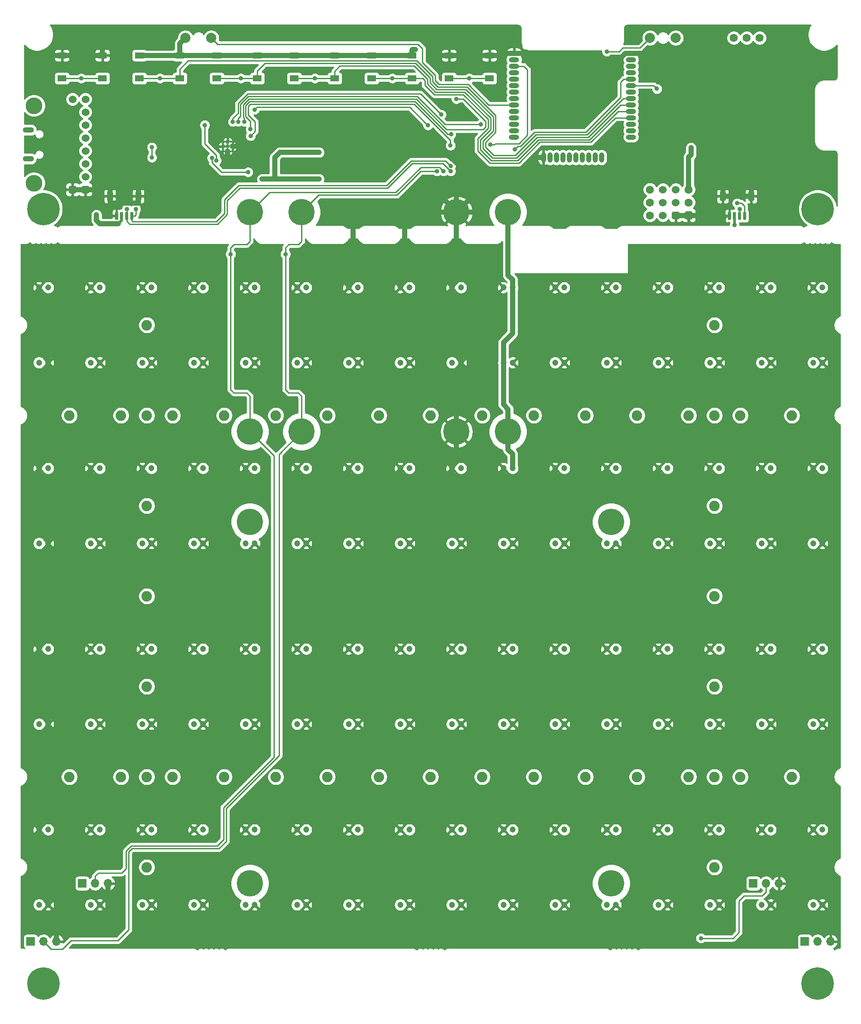
<source format=gbl>
G04 #@! TF.GenerationSoftware,KiCad,Pcbnew,5.1.5-52549c5~84~ubuntu18.04.1*
G04 #@! TF.CreationDate,2020-01-27T00:33:23+05:30*
G04 #@! TF.ProjectId,ClockIOT,436c6f63-6b49-44f5-942e-6b696361645f,rev 3*
G04 #@! TF.SameCoordinates,Original*
G04 #@! TF.FileFunction,Copper,L2,Bot*
G04 #@! TF.FilePolarity,Positive*
%FSLAX46Y46*%
G04 Gerber Fmt 4.6, Leading zero omitted, Abs format (unit mm)*
G04 Created by KiCad (PCBNEW 5.1.5-52549c5~84~ubuntu18.04.1) date 2020-01-27 00:33:23*
%MOMM*%
%LPD*%
G04 APERTURE LIST*
%ADD10C,0.127000*%
%ADD11R,1.700000X1.700000*%
%ADD12O,1.700000X1.700000*%
%ADD13C,1.524000*%
%ADD14C,3.302000*%
%ADD15O,2.200000X1.100000*%
%ADD16R,1.800000X1.300000*%
%ADD17C,1.200000*%
%ADD18C,5.200000*%
%ADD19C,6.400000*%
%ADD20C,0.800000*%
%ADD21O,2.000000X1.000000*%
%ADD22O,1.000000X2.000000*%
%ADD23C,2.082800*%
%ADD24C,1.600000*%
%ADD25C,2.000000*%
%ADD26C,0.900000*%
%ADD27C,1.016000*%
%ADD28C,0.508000*%
%ADD29C,0.254000*%
%ADD30C,0.250000*%
G04 APERTURE END LIST*
G04 #@! TA.AperFunction,SMDPad,CuDef*
D10*
G36*
X74294505Y-84221204D02*
G01*
X74318773Y-84224804D01*
X74342572Y-84230765D01*
X74365671Y-84239030D01*
X74387850Y-84249520D01*
X74408893Y-84262132D01*
X74428599Y-84276747D01*
X74446777Y-84293223D01*
X74463253Y-84311401D01*
X74477868Y-84331107D01*
X74490480Y-84352150D01*
X74500970Y-84374329D01*
X74509235Y-84397428D01*
X74515196Y-84421227D01*
X74518796Y-84445495D01*
X74520000Y-84469999D01*
X74520000Y-85770001D01*
X74518796Y-85794505D01*
X74515196Y-85818773D01*
X74509235Y-85842572D01*
X74500970Y-85865671D01*
X74490480Y-85887850D01*
X74477868Y-85908893D01*
X74463253Y-85928599D01*
X74446777Y-85946777D01*
X74428599Y-85963253D01*
X74408893Y-85977868D01*
X74387850Y-85990480D01*
X74365671Y-86000970D01*
X74342572Y-86009235D01*
X74318773Y-86015196D01*
X74294505Y-86018796D01*
X74270001Y-86020000D01*
X73569999Y-86020000D01*
X73545495Y-86018796D01*
X73521227Y-86015196D01*
X73497428Y-86009235D01*
X73474329Y-86000970D01*
X73452150Y-85990480D01*
X73431107Y-85977868D01*
X73411401Y-85963253D01*
X73393223Y-85946777D01*
X73376747Y-85928599D01*
X73362132Y-85908893D01*
X73349520Y-85887850D01*
X73339030Y-85865671D01*
X73330765Y-85842572D01*
X73324804Y-85818773D01*
X73321204Y-85794505D01*
X73320000Y-85770001D01*
X73320000Y-84469999D01*
X73321204Y-84445495D01*
X73324804Y-84421227D01*
X73330765Y-84397428D01*
X73339030Y-84374329D01*
X73349520Y-84352150D01*
X73362132Y-84331107D01*
X73376747Y-84311401D01*
X73393223Y-84293223D01*
X73411401Y-84276747D01*
X73431107Y-84262132D01*
X73452150Y-84249520D01*
X73474329Y-84239030D01*
X73497428Y-84230765D01*
X73521227Y-84224804D01*
X73545495Y-84221204D01*
X73569999Y-84220000D01*
X74270001Y-84220000D01*
X74294505Y-84221204D01*
G37*
G04 #@! TD.AperFunction*
G04 #@! TA.AperFunction,SMDPad,CuDef*
G36*
X68694505Y-84221204D02*
G01*
X68718773Y-84224804D01*
X68742572Y-84230765D01*
X68765671Y-84239030D01*
X68787850Y-84249520D01*
X68808893Y-84262132D01*
X68828599Y-84276747D01*
X68846777Y-84293223D01*
X68863253Y-84311401D01*
X68877868Y-84331107D01*
X68890480Y-84352150D01*
X68900970Y-84374329D01*
X68909235Y-84397428D01*
X68915196Y-84421227D01*
X68918796Y-84445495D01*
X68920000Y-84469999D01*
X68920000Y-85770001D01*
X68918796Y-85794505D01*
X68915196Y-85818773D01*
X68909235Y-85842572D01*
X68900970Y-85865671D01*
X68890480Y-85887850D01*
X68877868Y-85908893D01*
X68863253Y-85928599D01*
X68846777Y-85946777D01*
X68828599Y-85963253D01*
X68808893Y-85977868D01*
X68787850Y-85990480D01*
X68765671Y-86000970D01*
X68742572Y-86009235D01*
X68718773Y-86015196D01*
X68694505Y-86018796D01*
X68670001Y-86020000D01*
X67969999Y-86020000D01*
X67945495Y-86018796D01*
X67921227Y-86015196D01*
X67897428Y-86009235D01*
X67874329Y-86000970D01*
X67852150Y-85990480D01*
X67831107Y-85977868D01*
X67811401Y-85963253D01*
X67793223Y-85946777D01*
X67776747Y-85928599D01*
X67762132Y-85908893D01*
X67749520Y-85887850D01*
X67739030Y-85865671D01*
X67730765Y-85842572D01*
X67724804Y-85818773D01*
X67721204Y-85794505D01*
X67720000Y-85770001D01*
X67720000Y-84469999D01*
X67721204Y-84445495D01*
X67724804Y-84421227D01*
X67730765Y-84397428D01*
X67739030Y-84374329D01*
X67749520Y-84352150D01*
X67762132Y-84331107D01*
X67776747Y-84311401D01*
X67793223Y-84293223D01*
X67811401Y-84276747D01*
X67831107Y-84262132D01*
X67852150Y-84249520D01*
X67874329Y-84239030D01*
X67897428Y-84230765D01*
X67921227Y-84224804D01*
X67945495Y-84221204D01*
X67969999Y-84220000D01*
X68670001Y-84220000D01*
X68694505Y-84221204D01*
G37*
G04 #@! TD.AperFunction*
G04 #@! TA.AperFunction,SMDPad,CuDef*
G36*
X72784703Y-88220722D02*
G01*
X72799264Y-88222882D01*
X72813543Y-88226459D01*
X72827403Y-88231418D01*
X72840710Y-88237712D01*
X72853336Y-88245280D01*
X72865159Y-88254048D01*
X72876066Y-88263934D01*
X72885952Y-88274841D01*
X72894720Y-88286664D01*
X72902288Y-88299290D01*
X72908582Y-88312597D01*
X72913541Y-88326457D01*
X72917118Y-88340736D01*
X72919278Y-88355297D01*
X72920000Y-88370000D01*
X72920000Y-89620000D01*
X72919278Y-89634703D01*
X72917118Y-89649264D01*
X72913541Y-89663543D01*
X72908582Y-89677403D01*
X72902288Y-89690710D01*
X72894720Y-89703336D01*
X72885952Y-89715159D01*
X72876066Y-89726066D01*
X72865159Y-89735952D01*
X72853336Y-89744720D01*
X72840710Y-89752288D01*
X72827403Y-89758582D01*
X72813543Y-89763541D01*
X72799264Y-89767118D01*
X72784703Y-89769278D01*
X72770000Y-89770000D01*
X72470000Y-89770000D01*
X72455297Y-89769278D01*
X72440736Y-89767118D01*
X72426457Y-89763541D01*
X72412597Y-89758582D01*
X72399290Y-89752288D01*
X72386664Y-89744720D01*
X72374841Y-89735952D01*
X72363934Y-89726066D01*
X72354048Y-89715159D01*
X72345280Y-89703336D01*
X72337712Y-89690710D01*
X72331418Y-89677403D01*
X72326459Y-89663543D01*
X72322882Y-89649264D01*
X72320722Y-89634703D01*
X72320000Y-89620000D01*
X72320000Y-88370000D01*
X72320722Y-88355297D01*
X72322882Y-88340736D01*
X72326459Y-88326457D01*
X72331418Y-88312597D01*
X72337712Y-88299290D01*
X72345280Y-88286664D01*
X72354048Y-88274841D01*
X72363934Y-88263934D01*
X72374841Y-88254048D01*
X72386664Y-88245280D01*
X72399290Y-88237712D01*
X72412597Y-88231418D01*
X72426457Y-88226459D01*
X72440736Y-88222882D01*
X72455297Y-88220722D01*
X72470000Y-88220000D01*
X72770000Y-88220000D01*
X72784703Y-88220722D01*
G37*
G04 #@! TD.AperFunction*
G04 #@! TA.AperFunction,SMDPad,CuDef*
G36*
X71784703Y-88220722D02*
G01*
X71799264Y-88222882D01*
X71813543Y-88226459D01*
X71827403Y-88231418D01*
X71840710Y-88237712D01*
X71853336Y-88245280D01*
X71865159Y-88254048D01*
X71876066Y-88263934D01*
X71885952Y-88274841D01*
X71894720Y-88286664D01*
X71902288Y-88299290D01*
X71908582Y-88312597D01*
X71913541Y-88326457D01*
X71917118Y-88340736D01*
X71919278Y-88355297D01*
X71920000Y-88370000D01*
X71920000Y-89620000D01*
X71919278Y-89634703D01*
X71917118Y-89649264D01*
X71913541Y-89663543D01*
X71908582Y-89677403D01*
X71902288Y-89690710D01*
X71894720Y-89703336D01*
X71885952Y-89715159D01*
X71876066Y-89726066D01*
X71865159Y-89735952D01*
X71853336Y-89744720D01*
X71840710Y-89752288D01*
X71827403Y-89758582D01*
X71813543Y-89763541D01*
X71799264Y-89767118D01*
X71784703Y-89769278D01*
X71770000Y-89770000D01*
X71470000Y-89770000D01*
X71455297Y-89769278D01*
X71440736Y-89767118D01*
X71426457Y-89763541D01*
X71412597Y-89758582D01*
X71399290Y-89752288D01*
X71386664Y-89744720D01*
X71374841Y-89735952D01*
X71363934Y-89726066D01*
X71354048Y-89715159D01*
X71345280Y-89703336D01*
X71337712Y-89690710D01*
X71331418Y-89677403D01*
X71326459Y-89663543D01*
X71322882Y-89649264D01*
X71320722Y-89634703D01*
X71320000Y-89620000D01*
X71320000Y-88370000D01*
X71320722Y-88355297D01*
X71322882Y-88340736D01*
X71326459Y-88326457D01*
X71331418Y-88312597D01*
X71337712Y-88299290D01*
X71345280Y-88286664D01*
X71354048Y-88274841D01*
X71363934Y-88263934D01*
X71374841Y-88254048D01*
X71386664Y-88245280D01*
X71399290Y-88237712D01*
X71412597Y-88231418D01*
X71426457Y-88226459D01*
X71440736Y-88222882D01*
X71455297Y-88220722D01*
X71470000Y-88220000D01*
X71770000Y-88220000D01*
X71784703Y-88220722D01*
G37*
G04 #@! TD.AperFunction*
G04 #@! TA.AperFunction,SMDPad,CuDef*
G36*
X70784703Y-88220722D02*
G01*
X70799264Y-88222882D01*
X70813543Y-88226459D01*
X70827403Y-88231418D01*
X70840710Y-88237712D01*
X70853336Y-88245280D01*
X70865159Y-88254048D01*
X70876066Y-88263934D01*
X70885952Y-88274841D01*
X70894720Y-88286664D01*
X70902288Y-88299290D01*
X70908582Y-88312597D01*
X70913541Y-88326457D01*
X70917118Y-88340736D01*
X70919278Y-88355297D01*
X70920000Y-88370000D01*
X70920000Y-89620000D01*
X70919278Y-89634703D01*
X70917118Y-89649264D01*
X70913541Y-89663543D01*
X70908582Y-89677403D01*
X70902288Y-89690710D01*
X70894720Y-89703336D01*
X70885952Y-89715159D01*
X70876066Y-89726066D01*
X70865159Y-89735952D01*
X70853336Y-89744720D01*
X70840710Y-89752288D01*
X70827403Y-89758582D01*
X70813543Y-89763541D01*
X70799264Y-89767118D01*
X70784703Y-89769278D01*
X70770000Y-89770000D01*
X70470000Y-89770000D01*
X70455297Y-89769278D01*
X70440736Y-89767118D01*
X70426457Y-89763541D01*
X70412597Y-89758582D01*
X70399290Y-89752288D01*
X70386664Y-89744720D01*
X70374841Y-89735952D01*
X70363934Y-89726066D01*
X70354048Y-89715159D01*
X70345280Y-89703336D01*
X70337712Y-89690710D01*
X70331418Y-89677403D01*
X70326459Y-89663543D01*
X70322882Y-89649264D01*
X70320722Y-89634703D01*
X70320000Y-89620000D01*
X70320000Y-88370000D01*
X70320722Y-88355297D01*
X70322882Y-88340736D01*
X70326459Y-88326457D01*
X70331418Y-88312597D01*
X70337712Y-88299290D01*
X70345280Y-88286664D01*
X70354048Y-88274841D01*
X70363934Y-88263934D01*
X70374841Y-88254048D01*
X70386664Y-88245280D01*
X70399290Y-88237712D01*
X70412597Y-88231418D01*
X70426457Y-88226459D01*
X70440736Y-88222882D01*
X70455297Y-88220722D01*
X70470000Y-88220000D01*
X70770000Y-88220000D01*
X70784703Y-88220722D01*
G37*
G04 #@! TD.AperFunction*
G04 #@! TA.AperFunction,SMDPad,CuDef*
G36*
X69784703Y-88220722D02*
G01*
X69799264Y-88222882D01*
X69813543Y-88226459D01*
X69827403Y-88231418D01*
X69840710Y-88237712D01*
X69853336Y-88245280D01*
X69865159Y-88254048D01*
X69876066Y-88263934D01*
X69885952Y-88274841D01*
X69894720Y-88286664D01*
X69902288Y-88299290D01*
X69908582Y-88312597D01*
X69913541Y-88326457D01*
X69917118Y-88340736D01*
X69919278Y-88355297D01*
X69920000Y-88370000D01*
X69920000Y-89620000D01*
X69919278Y-89634703D01*
X69917118Y-89649264D01*
X69913541Y-89663543D01*
X69908582Y-89677403D01*
X69902288Y-89690710D01*
X69894720Y-89703336D01*
X69885952Y-89715159D01*
X69876066Y-89726066D01*
X69865159Y-89735952D01*
X69853336Y-89744720D01*
X69840710Y-89752288D01*
X69827403Y-89758582D01*
X69813543Y-89763541D01*
X69799264Y-89767118D01*
X69784703Y-89769278D01*
X69770000Y-89770000D01*
X69470000Y-89770000D01*
X69455297Y-89769278D01*
X69440736Y-89767118D01*
X69426457Y-89763541D01*
X69412597Y-89758582D01*
X69399290Y-89752288D01*
X69386664Y-89744720D01*
X69374841Y-89735952D01*
X69363934Y-89726066D01*
X69354048Y-89715159D01*
X69345280Y-89703336D01*
X69337712Y-89690710D01*
X69331418Y-89677403D01*
X69326459Y-89663543D01*
X69322882Y-89649264D01*
X69320722Y-89634703D01*
X69320000Y-89620000D01*
X69320000Y-88370000D01*
X69320722Y-88355297D01*
X69322882Y-88340736D01*
X69326459Y-88326457D01*
X69331418Y-88312597D01*
X69337712Y-88299290D01*
X69345280Y-88286664D01*
X69354048Y-88274841D01*
X69363934Y-88263934D01*
X69374841Y-88254048D01*
X69386664Y-88245280D01*
X69399290Y-88237712D01*
X69412597Y-88231418D01*
X69426457Y-88226459D01*
X69440736Y-88222882D01*
X69455297Y-88220722D01*
X69470000Y-88220000D01*
X69770000Y-88220000D01*
X69784703Y-88220722D01*
G37*
G04 #@! TD.AperFunction*
G04 #@! TA.AperFunction,SMDPad,CuDef*
G36*
X194944505Y-84221204D02*
G01*
X194968773Y-84224804D01*
X194992572Y-84230765D01*
X195015671Y-84239030D01*
X195037850Y-84249520D01*
X195058893Y-84262132D01*
X195078599Y-84276747D01*
X195096777Y-84293223D01*
X195113253Y-84311401D01*
X195127868Y-84331107D01*
X195140480Y-84352150D01*
X195150970Y-84374329D01*
X195159235Y-84397428D01*
X195165196Y-84421227D01*
X195168796Y-84445495D01*
X195170000Y-84469999D01*
X195170000Y-85770001D01*
X195168796Y-85794505D01*
X195165196Y-85818773D01*
X195159235Y-85842572D01*
X195150970Y-85865671D01*
X195140480Y-85887850D01*
X195127868Y-85908893D01*
X195113253Y-85928599D01*
X195096777Y-85946777D01*
X195078599Y-85963253D01*
X195058893Y-85977868D01*
X195037850Y-85990480D01*
X195015671Y-86000970D01*
X194992572Y-86009235D01*
X194968773Y-86015196D01*
X194944505Y-86018796D01*
X194920001Y-86020000D01*
X194219999Y-86020000D01*
X194195495Y-86018796D01*
X194171227Y-86015196D01*
X194147428Y-86009235D01*
X194124329Y-86000970D01*
X194102150Y-85990480D01*
X194081107Y-85977868D01*
X194061401Y-85963253D01*
X194043223Y-85946777D01*
X194026747Y-85928599D01*
X194012132Y-85908893D01*
X193999520Y-85887850D01*
X193989030Y-85865671D01*
X193980765Y-85842572D01*
X193974804Y-85818773D01*
X193971204Y-85794505D01*
X193970000Y-85770001D01*
X193970000Y-84469999D01*
X193971204Y-84445495D01*
X193974804Y-84421227D01*
X193980765Y-84397428D01*
X193989030Y-84374329D01*
X193999520Y-84352150D01*
X194012132Y-84331107D01*
X194026747Y-84311401D01*
X194043223Y-84293223D01*
X194061401Y-84276747D01*
X194081107Y-84262132D01*
X194102150Y-84249520D01*
X194124329Y-84239030D01*
X194147428Y-84230765D01*
X194171227Y-84224804D01*
X194195495Y-84221204D01*
X194219999Y-84220000D01*
X194920001Y-84220000D01*
X194944505Y-84221204D01*
G37*
G04 #@! TD.AperFunction*
G04 #@! TA.AperFunction,SMDPad,CuDef*
G36*
X189344505Y-84221204D02*
G01*
X189368773Y-84224804D01*
X189392572Y-84230765D01*
X189415671Y-84239030D01*
X189437850Y-84249520D01*
X189458893Y-84262132D01*
X189478599Y-84276747D01*
X189496777Y-84293223D01*
X189513253Y-84311401D01*
X189527868Y-84331107D01*
X189540480Y-84352150D01*
X189550970Y-84374329D01*
X189559235Y-84397428D01*
X189565196Y-84421227D01*
X189568796Y-84445495D01*
X189570000Y-84469999D01*
X189570000Y-85770001D01*
X189568796Y-85794505D01*
X189565196Y-85818773D01*
X189559235Y-85842572D01*
X189550970Y-85865671D01*
X189540480Y-85887850D01*
X189527868Y-85908893D01*
X189513253Y-85928599D01*
X189496777Y-85946777D01*
X189478599Y-85963253D01*
X189458893Y-85977868D01*
X189437850Y-85990480D01*
X189415671Y-86000970D01*
X189392572Y-86009235D01*
X189368773Y-86015196D01*
X189344505Y-86018796D01*
X189320001Y-86020000D01*
X188619999Y-86020000D01*
X188595495Y-86018796D01*
X188571227Y-86015196D01*
X188547428Y-86009235D01*
X188524329Y-86000970D01*
X188502150Y-85990480D01*
X188481107Y-85977868D01*
X188461401Y-85963253D01*
X188443223Y-85946777D01*
X188426747Y-85928599D01*
X188412132Y-85908893D01*
X188399520Y-85887850D01*
X188389030Y-85865671D01*
X188380765Y-85842572D01*
X188374804Y-85818773D01*
X188371204Y-85794505D01*
X188370000Y-85770001D01*
X188370000Y-84469999D01*
X188371204Y-84445495D01*
X188374804Y-84421227D01*
X188380765Y-84397428D01*
X188389030Y-84374329D01*
X188399520Y-84352150D01*
X188412132Y-84331107D01*
X188426747Y-84311401D01*
X188443223Y-84293223D01*
X188461401Y-84276747D01*
X188481107Y-84262132D01*
X188502150Y-84249520D01*
X188524329Y-84239030D01*
X188547428Y-84230765D01*
X188571227Y-84224804D01*
X188595495Y-84221204D01*
X188619999Y-84220000D01*
X189320001Y-84220000D01*
X189344505Y-84221204D01*
G37*
G04 #@! TD.AperFunction*
G04 #@! TA.AperFunction,SMDPad,CuDef*
G36*
X193434703Y-88220722D02*
G01*
X193449264Y-88222882D01*
X193463543Y-88226459D01*
X193477403Y-88231418D01*
X193490710Y-88237712D01*
X193503336Y-88245280D01*
X193515159Y-88254048D01*
X193526066Y-88263934D01*
X193535952Y-88274841D01*
X193544720Y-88286664D01*
X193552288Y-88299290D01*
X193558582Y-88312597D01*
X193563541Y-88326457D01*
X193567118Y-88340736D01*
X193569278Y-88355297D01*
X193570000Y-88370000D01*
X193570000Y-89620000D01*
X193569278Y-89634703D01*
X193567118Y-89649264D01*
X193563541Y-89663543D01*
X193558582Y-89677403D01*
X193552288Y-89690710D01*
X193544720Y-89703336D01*
X193535952Y-89715159D01*
X193526066Y-89726066D01*
X193515159Y-89735952D01*
X193503336Y-89744720D01*
X193490710Y-89752288D01*
X193477403Y-89758582D01*
X193463543Y-89763541D01*
X193449264Y-89767118D01*
X193434703Y-89769278D01*
X193420000Y-89770000D01*
X193120000Y-89770000D01*
X193105297Y-89769278D01*
X193090736Y-89767118D01*
X193076457Y-89763541D01*
X193062597Y-89758582D01*
X193049290Y-89752288D01*
X193036664Y-89744720D01*
X193024841Y-89735952D01*
X193013934Y-89726066D01*
X193004048Y-89715159D01*
X192995280Y-89703336D01*
X192987712Y-89690710D01*
X192981418Y-89677403D01*
X192976459Y-89663543D01*
X192972882Y-89649264D01*
X192970722Y-89634703D01*
X192970000Y-89620000D01*
X192970000Y-88370000D01*
X192970722Y-88355297D01*
X192972882Y-88340736D01*
X192976459Y-88326457D01*
X192981418Y-88312597D01*
X192987712Y-88299290D01*
X192995280Y-88286664D01*
X193004048Y-88274841D01*
X193013934Y-88263934D01*
X193024841Y-88254048D01*
X193036664Y-88245280D01*
X193049290Y-88237712D01*
X193062597Y-88231418D01*
X193076457Y-88226459D01*
X193090736Y-88222882D01*
X193105297Y-88220722D01*
X193120000Y-88220000D01*
X193420000Y-88220000D01*
X193434703Y-88220722D01*
G37*
G04 #@! TD.AperFunction*
G04 #@! TA.AperFunction,SMDPad,CuDef*
G36*
X192434703Y-88220722D02*
G01*
X192449264Y-88222882D01*
X192463543Y-88226459D01*
X192477403Y-88231418D01*
X192490710Y-88237712D01*
X192503336Y-88245280D01*
X192515159Y-88254048D01*
X192526066Y-88263934D01*
X192535952Y-88274841D01*
X192544720Y-88286664D01*
X192552288Y-88299290D01*
X192558582Y-88312597D01*
X192563541Y-88326457D01*
X192567118Y-88340736D01*
X192569278Y-88355297D01*
X192570000Y-88370000D01*
X192570000Y-89620000D01*
X192569278Y-89634703D01*
X192567118Y-89649264D01*
X192563541Y-89663543D01*
X192558582Y-89677403D01*
X192552288Y-89690710D01*
X192544720Y-89703336D01*
X192535952Y-89715159D01*
X192526066Y-89726066D01*
X192515159Y-89735952D01*
X192503336Y-89744720D01*
X192490710Y-89752288D01*
X192477403Y-89758582D01*
X192463543Y-89763541D01*
X192449264Y-89767118D01*
X192434703Y-89769278D01*
X192420000Y-89770000D01*
X192120000Y-89770000D01*
X192105297Y-89769278D01*
X192090736Y-89767118D01*
X192076457Y-89763541D01*
X192062597Y-89758582D01*
X192049290Y-89752288D01*
X192036664Y-89744720D01*
X192024841Y-89735952D01*
X192013934Y-89726066D01*
X192004048Y-89715159D01*
X191995280Y-89703336D01*
X191987712Y-89690710D01*
X191981418Y-89677403D01*
X191976459Y-89663543D01*
X191972882Y-89649264D01*
X191970722Y-89634703D01*
X191970000Y-89620000D01*
X191970000Y-88370000D01*
X191970722Y-88355297D01*
X191972882Y-88340736D01*
X191976459Y-88326457D01*
X191981418Y-88312597D01*
X191987712Y-88299290D01*
X191995280Y-88286664D01*
X192004048Y-88274841D01*
X192013934Y-88263934D01*
X192024841Y-88254048D01*
X192036664Y-88245280D01*
X192049290Y-88237712D01*
X192062597Y-88231418D01*
X192076457Y-88226459D01*
X192090736Y-88222882D01*
X192105297Y-88220722D01*
X192120000Y-88220000D01*
X192420000Y-88220000D01*
X192434703Y-88220722D01*
G37*
G04 #@! TD.AperFunction*
G04 #@! TA.AperFunction,SMDPad,CuDef*
G36*
X191434703Y-88220722D02*
G01*
X191449264Y-88222882D01*
X191463543Y-88226459D01*
X191477403Y-88231418D01*
X191490710Y-88237712D01*
X191503336Y-88245280D01*
X191515159Y-88254048D01*
X191526066Y-88263934D01*
X191535952Y-88274841D01*
X191544720Y-88286664D01*
X191552288Y-88299290D01*
X191558582Y-88312597D01*
X191563541Y-88326457D01*
X191567118Y-88340736D01*
X191569278Y-88355297D01*
X191570000Y-88370000D01*
X191570000Y-89620000D01*
X191569278Y-89634703D01*
X191567118Y-89649264D01*
X191563541Y-89663543D01*
X191558582Y-89677403D01*
X191552288Y-89690710D01*
X191544720Y-89703336D01*
X191535952Y-89715159D01*
X191526066Y-89726066D01*
X191515159Y-89735952D01*
X191503336Y-89744720D01*
X191490710Y-89752288D01*
X191477403Y-89758582D01*
X191463543Y-89763541D01*
X191449264Y-89767118D01*
X191434703Y-89769278D01*
X191420000Y-89770000D01*
X191120000Y-89770000D01*
X191105297Y-89769278D01*
X191090736Y-89767118D01*
X191076457Y-89763541D01*
X191062597Y-89758582D01*
X191049290Y-89752288D01*
X191036664Y-89744720D01*
X191024841Y-89735952D01*
X191013934Y-89726066D01*
X191004048Y-89715159D01*
X190995280Y-89703336D01*
X190987712Y-89690710D01*
X190981418Y-89677403D01*
X190976459Y-89663543D01*
X190972882Y-89649264D01*
X190970722Y-89634703D01*
X190970000Y-89620000D01*
X190970000Y-88370000D01*
X190970722Y-88355297D01*
X190972882Y-88340736D01*
X190976459Y-88326457D01*
X190981418Y-88312597D01*
X190987712Y-88299290D01*
X190995280Y-88286664D01*
X191004048Y-88274841D01*
X191013934Y-88263934D01*
X191024841Y-88254048D01*
X191036664Y-88245280D01*
X191049290Y-88237712D01*
X191062597Y-88231418D01*
X191076457Y-88226459D01*
X191090736Y-88222882D01*
X191105297Y-88220722D01*
X191120000Y-88220000D01*
X191420000Y-88220000D01*
X191434703Y-88220722D01*
G37*
G04 #@! TD.AperFunction*
G04 #@! TA.AperFunction,SMDPad,CuDef*
G36*
X190434703Y-88220722D02*
G01*
X190449264Y-88222882D01*
X190463543Y-88226459D01*
X190477403Y-88231418D01*
X190490710Y-88237712D01*
X190503336Y-88245280D01*
X190515159Y-88254048D01*
X190526066Y-88263934D01*
X190535952Y-88274841D01*
X190544720Y-88286664D01*
X190552288Y-88299290D01*
X190558582Y-88312597D01*
X190563541Y-88326457D01*
X190567118Y-88340736D01*
X190569278Y-88355297D01*
X190570000Y-88370000D01*
X190570000Y-89620000D01*
X190569278Y-89634703D01*
X190567118Y-89649264D01*
X190563541Y-89663543D01*
X190558582Y-89677403D01*
X190552288Y-89690710D01*
X190544720Y-89703336D01*
X190535952Y-89715159D01*
X190526066Y-89726066D01*
X190515159Y-89735952D01*
X190503336Y-89744720D01*
X190490710Y-89752288D01*
X190477403Y-89758582D01*
X190463543Y-89763541D01*
X190449264Y-89767118D01*
X190434703Y-89769278D01*
X190420000Y-89770000D01*
X190120000Y-89770000D01*
X190105297Y-89769278D01*
X190090736Y-89767118D01*
X190076457Y-89763541D01*
X190062597Y-89758582D01*
X190049290Y-89752288D01*
X190036664Y-89744720D01*
X190024841Y-89735952D01*
X190013934Y-89726066D01*
X190004048Y-89715159D01*
X189995280Y-89703336D01*
X189987712Y-89690710D01*
X189981418Y-89677403D01*
X189976459Y-89663543D01*
X189972882Y-89649264D01*
X189970722Y-89634703D01*
X189970000Y-89620000D01*
X189970000Y-88370000D01*
X189970722Y-88355297D01*
X189972882Y-88340736D01*
X189976459Y-88326457D01*
X189981418Y-88312597D01*
X189987712Y-88299290D01*
X189995280Y-88286664D01*
X190004048Y-88274841D01*
X190013934Y-88263934D01*
X190024841Y-88254048D01*
X190036664Y-88245280D01*
X190049290Y-88237712D01*
X190062597Y-88231418D01*
X190076457Y-88226459D01*
X190090736Y-88222882D01*
X190105297Y-88220722D01*
X190120000Y-88220000D01*
X190420000Y-88220000D01*
X190434703Y-88220722D01*
G37*
G04 #@! TD.AperFunction*
D11*
X194945000Y-220345000D03*
D12*
X197485000Y-220345000D03*
X200025000Y-220345000D03*
D11*
X52705000Y-231775000D03*
D12*
X55245000Y-231775000D03*
X57785000Y-231775000D03*
D11*
X62865000Y-220345000D03*
D12*
X65405000Y-220345000D03*
X67945000Y-220345000D03*
D11*
X205105000Y-231775000D03*
D12*
X207645000Y-231775000D03*
X210185000Y-231775000D03*
D13*
X60960000Y-66040000D03*
G04 #@! TA.AperFunction,ComponentPad*
D10*
G36*
X61378345Y-83059835D02*
G01*
X61415329Y-83065321D01*
X61451598Y-83074406D01*
X61486802Y-83087002D01*
X61520602Y-83102988D01*
X61552672Y-83122210D01*
X61582704Y-83144483D01*
X61610408Y-83169592D01*
X61635517Y-83197296D01*
X61657790Y-83227328D01*
X61677012Y-83259398D01*
X61692998Y-83293198D01*
X61705594Y-83328402D01*
X61714679Y-83364671D01*
X61720165Y-83401655D01*
X61722000Y-83439000D01*
X61722000Y-84201000D01*
X61720165Y-84238345D01*
X61714679Y-84275329D01*
X61705594Y-84311598D01*
X61692998Y-84346802D01*
X61677012Y-84380602D01*
X61657790Y-84412672D01*
X61635517Y-84442704D01*
X61610408Y-84470408D01*
X61582704Y-84495517D01*
X61552672Y-84517790D01*
X61520602Y-84537012D01*
X61486802Y-84552998D01*
X61451598Y-84565594D01*
X61415329Y-84574679D01*
X61378345Y-84580165D01*
X61341000Y-84582000D01*
X60579000Y-84582000D01*
X60541655Y-84580165D01*
X60504671Y-84574679D01*
X60468402Y-84565594D01*
X60433198Y-84552998D01*
X60399398Y-84537012D01*
X60367328Y-84517790D01*
X60337296Y-84495517D01*
X60309592Y-84470408D01*
X60284483Y-84442704D01*
X60262210Y-84412672D01*
X60242988Y-84380602D01*
X60227002Y-84346802D01*
X60214406Y-84311598D01*
X60205321Y-84275329D01*
X60199835Y-84238345D01*
X60198000Y-84201000D01*
X60198000Y-83439000D01*
X60199835Y-83401655D01*
X60205321Y-83364671D01*
X60214406Y-83328402D01*
X60227002Y-83293198D01*
X60242988Y-83259398D01*
X60262210Y-83227328D01*
X60284483Y-83197296D01*
X60309592Y-83169592D01*
X60337296Y-83144483D01*
X60367328Y-83122210D01*
X60399398Y-83102988D01*
X60433198Y-83087002D01*
X60468402Y-83074406D01*
X60504671Y-83065321D01*
X60541655Y-83059835D01*
X60579000Y-83058000D01*
X61341000Y-83058000D01*
X61378345Y-83059835D01*
G37*
G04 #@! TD.AperFunction*
G04 #@! TA.AperFunction,ComponentPad*
G36*
X63918345Y-83059835D02*
G01*
X63955329Y-83065321D01*
X63991598Y-83074406D01*
X64026802Y-83087002D01*
X64060602Y-83102988D01*
X64092672Y-83122210D01*
X64122704Y-83144483D01*
X64150408Y-83169592D01*
X64175517Y-83197296D01*
X64197790Y-83227328D01*
X64217012Y-83259398D01*
X64232998Y-83293198D01*
X64245594Y-83328402D01*
X64254679Y-83364671D01*
X64260165Y-83401655D01*
X64262000Y-83439000D01*
X64262000Y-84201000D01*
X64260165Y-84238345D01*
X64254679Y-84275329D01*
X64245594Y-84311598D01*
X64232998Y-84346802D01*
X64217012Y-84380602D01*
X64197790Y-84412672D01*
X64175517Y-84442704D01*
X64150408Y-84470408D01*
X64122704Y-84495517D01*
X64092672Y-84517790D01*
X64060602Y-84537012D01*
X64026802Y-84552998D01*
X63991598Y-84565594D01*
X63955329Y-84574679D01*
X63918345Y-84580165D01*
X63881000Y-84582000D01*
X63119000Y-84582000D01*
X63081655Y-84580165D01*
X63044671Y-84574679D01*
X63008402Y-84565594D01*
X62973198Y-84552998D01*
X62939398Y-84537012D01*
X62907328Y-84517790D01*
X62877296Y-84495517D01*
X62849592Y-84470408D01*
X62824483Y-84442704D01*
X62802210Y-84412672D01*
X62782988Y-84380602D01*
X62767002Y-84346802D01*
X62754406Y-84311598D01*
X62745321Y-84275329D01*
X62739835Y-84238345D01*
X62738000Y-84201000D01*
X62738000Y-83439000D01*
X62739835Y-83401655D01*
X62745321Y-83364671D01*
X62754406Y-83328402D01*
X62767002Y-83293198D01*
X62782988Y-83259398D01*
X62802210Y-83227328D01*
X62824483Y-83197296D01*
X62849592Y-83169592D01*
X62877296Y-83144483D01*
X62907328Y-83122210D01*
X62939398Y-83102988D01*
X62973198Y-83087002D01*
X63008402Y-83074406D01*
X63044671Y-83065321D01*
X63081655Y-83059835D01*
X63119000Y-83058000D01*
X63881000Y-83058000D01*
X63918345Y-83059835D01*
G37*
G04 #@! TD.AperFunction*
D13*
X63500000Y-81280000D03*
X63500000Y-78740000D03*
X63500000Y-66040000D03*
X63500000Y-68580000D03*
X63500000Y-71120000D03*
X63500000Y-73660000D03*
X63500000Y-76200000D03*
D14*
X53340000Y-82550000D03*
X53340000Y-67310000D03*
D15*
X52250000Y-77765000D03*
X52250000Y-72095000D03*
D16*
X89370000Y-61940000D03*
X97320000Y-61940000D03*
X97320000Y-57440000D03*
X89370000Y-57440000D03*
X74130000Y-61940000D03*
X82080000Y-61940000D03*
X82080000Y-57440000D03*
X74130000Y-57440000D03*
X135090000Y-61940000D03*
X143040000Y-61940000D03*
X143040000Y-57440000D03*
X135090000Y-57440000D03*
X104610000Y-61940000D03*
X112560000Y-61940000D03*
X112560000Y-57440000D03*
X104610000Y-57440000D03*
X58890000Y-61940000D03*
X66840000Y-61940000D03*
X66840000Y-57440000D03*
X58890000Y-57440000D03*
X119850000Y-61940000D03*
X127800000Y-61940000D03*
X127800000Y-57440000D03*
X119850000Y-57440000D03*
D17*
X106945000Y-224560000D03*
X105145000Y-224560000D03*
D18*
X95885000Y-220345000D03*
X167005000Y-220345000D03*
X167005000Y-149225000D03*
X95885000Y-149225000D03*
D19*
X55245000Y-87630000D03*
D20*
X57645000Y-87630000D03*
X56942056Y-89327056D03*
X55245000Y-90030000D03*
X53547944Y-89327056D03*
X52845000Y-87630000D03*
X53547944Y-85932944D03*
X55245000Y-85230000D03*
X56942056Y-85932944D03*
D19*
X207645000Y-87630000D03*
D20*
X210045000Y-87630000D03*
X209342056Y-89327056D03*
X207645000Y-90030000D03*
X205947944Y-89327056D03*
X205245000Y-87630000D03*
X205947944Y-85932944D03*
X207645000Y-85230000D03*
X209342056Y-85932944D03*
D19*
X55245000Y-240030000D03*
D20*
X57645000Y-240030000D03*
X56942056Y-241727056D03*
X55245000Y-242430000D03*
X53547944Y-241727056D03*
X52845000Y-240030000D03*
X53547944Y-238332944D03*
X55245000Y-237630000D03*
X56942056Y-238332944D03*
D19*
X207645000Y-240030000D03*
D20*
X210045000Y-240030000D03*
X209342056Y-241727056D03*
X207645000Y-242430000D03*
X205947944Y-241727056D03*
X205245000Y-240030000D03*
X205947944Y-238332944D03*
X207645000Y-237630000D03*
X209342056Y-238332944D03*
D21*
X147885000Y-56980000D03*
X147885000Y-58250000D03*
X147885000Y-59520000D03*
X147885000Y-60790000D03*
X147885000Y-62060000D03*
X147885000Y-63330000D03*
X147885000Y-64600000D03*
X147885000Y-65870000D03*
X147885000Y-67140000D03*
X147885000Y-68410000D03*
X147885000Y-69680000D03*
X147885000Y-70950000D03*
X147885000Y-72220000D03*
X147885000Y-73490000D03*
X170885000Y-58250000D03*
X170885000Y-67140000D03*
X170885000Y-68410000D03*
X170885000Y-60790000D03*
X170885000Y-56980000D03*
X170885000Y-69680000D03*
X170885000Y-63330000D03*
X170885000Y-73490000D03*
X170885000Y-72220000D03*
X170885000Y-65870000D03*
X170885000Y-64600000D03*
X170885000Y-62060000D03*
X170885000Y-70950000D03*
X170885000Y-59520000D03*
D22*
X153670000Y-77480000D03*
X154940000Y-77480000D03*
X156210000Y-77480000D03*
X157480000Y-77480000D03*
X158750000Y-77480000D03*
X161290000Y-77480000D03*
X162560000Y-77480000D03*
X163830000Y-77480000D03*
X165100000Y-77480000D03*
X160020000Y-77480000D03*
D23*
X187325000Y-217170000D03*
X187325000Y-199390000D03*
X187325000Y-181610000D03*
X187325000Y-163830000D03*
X187325000Y-146050000D03*
X187325000Y-128270000D03*
X187325000Y-110490000D03*
X75565000Y-217170000D03*
X75565000Y-199390000D03*
X75565000Y-181610000D03*
X75565000Y-163830000D03*
X75565000Y-146050000D03*
X75565000Y-128270000D03*
X75565000Y-110490000D03*
X202565000Y-199390000D03*
X192405000Y-199390000D03*
X182245000Y-199390000D03*
X172085000Y-199390000D03*
X161925000Y-199390000D03*
X151765000Y-199390000D03*
X141605000Y-199390000D03*
X131445000Y-199390000D03*
X121285000Y-199390000D03*
X111125000Y-199390000D03*
X100965000Y-199390000D03*
X90805000Y-199390000D03*
X80645000Y-199390000D03*
X70485000Y-199390000D03*
X60325000Y-199390000D03*
X202565000Y-128270000D03*
X192405000Y-128270000D03*
X182245000Y-128270000D03*
X172085000Y-128270000D03*
X161925000Y-128270000D03*
X151765000Y-128270000D03*
X141605000Y-128270000D03*
X131445000Y-128270000D03*
X121285000Y-128270000D03*
X111125000Y-128270000D03*
X100965000Y-128270000D03*
X90805000Y-128270000D03*
X80645000Y-128270000D03*
X70485000Y-128270000D03*
X60325000Y-128270000D03*
D13*
X177165000Y-88900000D03*
G04 #@! TA.AperFunction,ComponentPad*
D10*
G36*
X180123345Y-88139835D02*
G01*
X180160329Y-88145321D01*
X180196598Y-88154406D01*
X180231802Y-88167002D01*
X180265602Y-88182988D01*
X180297672Y-88202210D01*
X180327704Y-88224483D01*
X180355408Y-88249592D01*
X180380517Y-88277296D01*
X180402790Y-88307328D01*
X180422012Y-88339398D01*
X180437998Y-88373198D01*
X180450594Y-88408402D01*
X180459679Y-88444671D01*
X180465165Y-88481655D01*
X180467000Y-88519000D01*
X180467000Y-89281000D01*
X180465165Y-89318345D01*
X180459679Y-89355329D01*
X180450594Y-89391598D01*
X180437998Y-89426802D01*
X180422012Y-89460602D01*
X180402790Y-89492672D01*
X180380517Y-89522704D01*
X180355408Y-89550408D01*
X180327704Y-89575517D01*
X180297672Y-89597790D01*
X180265602Y-89617012D01*
X180231802Y-89632998D01*
X180196598Y-89645594D01*
X180160329Y-89654679D01*
X180123345Y-89660165D01*
X180086000Y-89662000D01*
X179324000Y-89662000D01*
X179286655Y-89660165D01*
X179249671Y-89654679D01*
X179213402Y-89645594D01*
X179178198Y-89632998D01*
X179144398Y-89617012D01*
X179112328Y-89597790D01*
X179082296Y-89575517D01*
X179054592Y-89550408D01*
X179029483Y-89522704D01*
X179007210Y-89492672D01*
X178987988Y-89460602D01*
X178972002Y-89426802D01*
X178959406Y-89391598D01*
X178950321Y-89355329D01*
X178944835Y-89318345D01*
X178943000Y-89281000D01*
X178943000Y-88519000D01*
X178944835Y-88481655D01*
X178950321Y-88444671D01*
X178959406Y-88408402D01*
X178972002Y-88373198D01*
X178987988Y-88339398D01*
X179007210Y-88307328D01*
X179029483Y-88277296D01*
X179054592Y-88249592D01*
X179082296Y-88224483D01*
X179112328Y-88202210D01*
X179144398Y-88182988D01*
X179178198Y-88167002D01*
X179213402Y-88154406D01*
X179249671Y-88145321D01*
X179286655Y-88139835D01*
X179324000Y-88138000D01*
X180086000Y-88138000D01*
X180123345Y-88139835D01*
G37*
G04 #@! TD.AperFunction*
D13*
X177165000Y-86360000D03*
X179705000Y-86360000D03*
X177165000Y-83820000D03*
X179705000Y-83820000D03*
D18*
X136525000Y-88265000D03*
X146685000Y-88265000D03*
X106045000Y-88265000D03*
X95885000Y-88265000D03*
X95885000Y-131445000D03*
X106045000Y-131445000D03*
X146685000Y-131445000D03*
X136525000Y-131445000D03*
D24*
X191135000Y-53975000D03*
G04 #@! TA.AperFunction,ComponentPad*
D10*
G36*
X182684207Y-88101926D02*
G01*
X182723036Y-88107686D01*
X182761114Y-88117224D01*
X182798073Y-88130448D01*
X182833559Y-88147231D01*
X182867228Y-88167412D01*
X182898757Y-88190796D01*
X182927843Y-88217157D01*
X182954204Y-88246243D01*
X182977588Y-88277772D01*
X182997769Y-88311441D01*
X183014552Y-88346927D01*
X183027776Y-88383886D01*
X183037314Y-88421964D01*
X183043074Y-88460793D01*
X183045000Y-88500000D01*
X183045000Y-89300000D01*
X183043074Y-89339207D01*
X183037314Y-89378036D01*
X183027776Y-89416114D01*
X183014552Y-89453073D01*
X182997769Y-89488559D01*
X182977588Y-89522228D01*
X182954204Y-89553757D01*
X182927843Y-89582843D01*
X182898757Y-89609204D01*
X182867228Y-89632588D01*
X182833559Y-89652769D01*
X182798073Y-89669552D01*
X182761114Y-89682776D01*
X182723036Y-89692314D01*
X182684207Y-89698074D01*
X182645000Y-89700000D01*
X181845000Y-89700000D01*
X181805793Y-89698074D01*
X181766964Y-89692314D01*
X181728886Y-89682776D01*
X181691927Y-89669552D01*
X181656441Y-89652769D01*
X181622772Y-89632588D01*
X181591243Y-89609204D01*
X181562157Y-89582843D01*
X181535796Y-89553757D01*
X181512412Y-89522228D01*
X181492231Y-89488559D01*
X181475448Y-89453073D01*
X181462224Y-89416114D01*
X181452686Y-89378036D01*
X181446926Y-89339207D01*
X181445000Y-89300000D01*
X181445000Y-88500000D01*
X181446926Y-88460793D01*
X181452686Y-88421964D01*
X181462224Y-88383886D01*
X181475448Y-88346927D01*
X181492231Y-88311441D01*
X181512412Y-88277772D01*
X181535796Y-88246243D01*
X181562157Y-88217157D01*
X181591243Y-88190796D01*
X181622772Y-88167412D01*
X181656441Y-88147231D01*
X181691927Y-88130448D01*
X181728886Y-88117224D01*
X181766964Y-88107686D01*
X181805793Y-88101926D01*
X181845000Y-88100000D01*
X182645000Y-88100000D01*
X182684207Y-88101926D01*
G37*
G04 #@! TD.AperFunction*
D24*
X174625000Y-88900000D03*
X182245000Y-86360000D03*
X174625000Y-86360000D03*
X182245000Y-83820000D03*
X174625000Y-83820000D03*
X196215000Y-53975000D03*
X193675000Y-53975000D03*
D25*
X88265000Y-53975000D03*
X83185000Y-53975000D03*
X174625000Y-53975000D03*
X179705000Y-53975000D03*
D17*
X66305000Y-224560000D03*
X64505000Y-224560000D03*
X198385000Y-117880000D03*
X196585000Y-117880000D03*
X54345000Y-103100000D03*
X56145000Y-103100000D03*
X74665000Y-103100000D03*
X76465000Y-103100000D03*
X84825000Y-103100000D03*
X86625000Y-103100000D03*
X94985000Y-103100000D03*
X96785000Y-103100000D03*
X105145000Y-103100000D03*
X106945000Y-103100000D03*
X115305000Y-103100000D03*
X117105000Y-103100000D03*
X125465000Y-103100000D03*
X127265000Y-103100000D03*
X135625000Y-103100000D03*
X137425000Y-103100000D03*
X145785000Y-103100000D03*
X147585000Y-103100000D03*
X155945000Y-103100000D03*
X157745000Y-103100000D03*
X166105000Y-103100000D03*
X167905000Y-103100000D03*
X176265000Y-103100000D03*
X178065000Y-103100000D03*
X186425000Y-103100000D03*
X188225000Y-103100000D03*
X196585000Y-103100000D03*
X198385000Y-103100000D03*
X206745000Y-103100000D03*
X208545000Y-103100000D03*
X208545000Y-117880000D03*
X206745000Y-117880000D03*
X188225000Y-117880000D03*
X186425000Y-117880000D03*
X178065000Y-117880000D03*
X176265000Y-117880000D03*
X167905000Y-117880000D03*
X166105000Y-117880000D03*
X157745000Y-117880000D03*
X155945000Y-117880000D03*
X147585000Y-117880000D03*
X145785000Y-117880000D03*
X137425000Y-117880000D03*
X135625000Y-117880000D03*
X127265000Y-117880000D03*
X125465000Y-117880000D03*
X117105000Y-117880000D03*
X115305000Y-117880000D03*
X106945000Y-117880000D03*
X105145000Y-117880000D03*
X96785000Y-117880000D03*
X94985000Y-117880000D03*
X86625000Y-117880000D03*
X84825000Y-117880000D03*
X76465000Y-117880000D03*
X74665000Y-117880000D03*
X66305000Y-117880000D03*
X64505000Y-117880000D03*
X56145000Y-117880000D03*
X54345000Y-117880000D03*
X54345000Y-138660000D03*
X56145000Y-138660000D03*
X64505000Y-138660000D03*
X66305000Y-138660000D03*
X74665000Y-138660000D03*
X76465000Y-138660000D03*
X84825000Y-138660000D03*
X86625000Y-138660000D03*
X94985000Y-138660000D03*
X96785000Y-138660000D03*
X105145000Y-138660000D03*
X106945000Y-138660000D03*
X115305000Y-138660000D03*
X117105000Y-138660000D03*
X125465000Y-138660000D03*
X127265000Y-138660000D03*
X135625000Y-138660000D03*
X137425000Y-138660000D03*
X145785000Y-138660000D03*
X147585000Y-138660000D03*
X155945000Y-138660000D03*
X157745000Y-138660000D03*
X166105000Y-138660000D03*
X167905000Y-138660000D03*
X176265000Y-138660000D03*
X178065000Y-138660000D03*
X186425000Y-138660000D03*
X188225000Y-138660000D03*
X196585000Y-138660000D03*
X198385000Y-138660000D03*
X206745000Y-138660000D03*
X208545000Y-138660000D03*
X208545000Y-153440000D03*
X206745000Y-153440000D03*
X198385000Y-153440000D03*
X196585000Y-153440000D03*
X188225000Y-153440000D03*
X186425000Y-153440000D03*
X178065000Y-153440000D03*
X176265000Y-153440000D03*
X167905000Y-153440000D03*
X166105000Y-153440000D03*
X157745000Y-153440000D03*
X155945000Y-153440000D03*
X147585000Y-153440000D03*
X145785000Y-153440000D03*
X137425000Y-153440000D03*
X135625000Y-153440000D03*
X127265000Y-153440000D03*
X125465000Y-153440000D03*
X117105000Y-153440000D03*
X115305000Y-153440000D03*
X106945000Y-153440000D03*
X105145000Y-153440000D03*
X96785000Y-153440000D03*
X94985000Y-153440000D03*
X86625000Y-153440000D03*
X84825000Y-153440000D03*
X76465000Y-153440000D03*
X74665000Y-153440000D03*
X66305000Y-153440000D03*
X64505000Y-153440000D03*
X56145000Y-153440000D03*
X54345000Y-153440000D03*
X54345000Y-174220000D03*
X56145000Y-174220000D03*
X64505000Y-174220000D03*
X66305000Y-174220000D03*
X74665000Y-174220000D03*
X76465000Y-174220000D03*
X84825000Y-174220000D03*
X86625000Y-174220000D03*
X94985000Y-174220000D03*
X96785000Y-174220000D03*
X105145000Y-174220000D03*
X106945000Y-174220000D03*
X115305000Y-174220000D03*
X117105000Y-174220000D03*
X125465000Y-174220000D03*
X127265000Y-174220000D03*
X135625000Y-174220000D03*
X137425000Y-174220000D03*
X145785000Y-174220000D03*
X147585000Y-174220000D03*
X155945000Y-174220000D03*
X157745000Y-174220000D03*
X166105000Y-174220000D03*
X167905000Y-174220000D03*
X176265000Y-174220000D03*
X178065000Y-174220000D03*
X186425000Y-174220000D03*
X188225000Y-174220000D03*
X196585000Y-174220000D03*
X198385000Y-174220000D03*
X206745000Y-174220000D03*
X208545000Y-174220000D03*
X208545000Y-189000000D03*
X206745000Y-189000000D03*
X198385000Y-189000000D03*
X196585000Y-189000000D03*
X188225000Y-189000000D03*
X186425000Y-189000000D03*
X178065000Y-189000000D03*
X176265000Y-189000000D03*
X167905000Y-189000000D03*
X166105000Y-189000000D03*
X157745000Y-189000000D03*
X155945000Y-189000000D03*
X147585000Y-189000000D03*
X145785000Y-189000000D03*
X137425000Y-189000000D03*
X135625000Y-189000000D03*
X127265000Y-189000000D03*
X125465000Y-189000000D03*
X117105000Y-189000000D03*
X115305000Y-189000000D03*
X106945000Y-189000000D03*
X105145000Y-189000000D03*
X96785000Y-189000000D03*
X94985000Y-189000000D03*
X86625000Y-189000000D03*
X84825000Y-189000000D03*
X76465000Y-189000000D03*
X74665000Y-189000000D03*
X66305000Y-189000000D03*
X64505000Y-189000000D03*
X56145000Y-189000000D03*
X54345000Y-189000000D03*
X54345000Y-209780000D03*
X56145000Y-209780000D03*
X64505000Y-209780000D03*
X66305000Y-209780000D03*
X74665000Y-209780000D03*
X76465000Y-209780000D03*
X84825000Y-209780000D03*
X86625000Y-209780000D03*
X94985000Y-209780000D03*
X96785000Y-209780000D03*
X105145000Y-209780000D03*
X106945000Y-209780000D03*
X115305000Y-209780000D03*
X117105000Y-209780000D03*
X125465000Y-209780000D03*
X127265000Y-209780000D03*
X135625000Y-209780000D03*
X137425000Y-209780000D03*
X145785000Y-209780000D03*
X147585000Y-209780000D03*
X155945000Y-209780000D03*
X157745000Y-209780000D03*
X166105000Y-209780000D03*
X167905000Y-209780000D03*
X176265000Y-209780000D03*
X178065000Y-209780000D03*
X186425000Y-209780000D03*
X188225000Y-209780000D03*
X196585000Y-209780000D03*
X198385000Y-209780000D03*
X206745000Y-209780000D03*
X208545000Y-209780000D03*
X208545000Y-224560000D03*
X206745000Y-224560000D03*
X198385000Y-224560000D03*
X196585000Y-224560000D03*
X188225000Y-224560000D03*
X186425000Y-224560000D03*
X178065000Y-224560000D03*
X176265000Y-224560000D03*
X167905000Y-224560000D03*
X166105000Y-224560000D03*
X157745000Y-224560000D03*
X155945000Y-224560000D03*
X147585000Y-224560000D03*
X145785000Y-224560000D03*
X137425000Y-224560000D03*
X135625000Y-224560000D03*
X127265000Y-224560000D03*
X125465000Y-224560000D03*
X117105000Y-224560000D03*
X115305000Y-224560000D03*
X96785000Y-224560000D03*
X94985000Y-224560000D03*
X86625000Y-224560000D03*
X84825000Y-224560000D03*
X76465000Y-224560000D03*
X74665000Y-224560000D03*
X56145000Y-224560000D03*
X54345000Y-224560000D03*
X64505000Y-103100000D03*
X66305000Y-103100000D03*
D20*
X91500000Y-74439474D03*
X92398026Y-75337500D03*
X91500000Y-76235526D03*
X90601974Y-75337500D03*
X91500000Y-75337500D03*
D26*
X117000000Y-70510000D03*
X120750000Y-70866000D03*
X116500000Y-68750000D03*
X115250000Y-68750000D03*
X131500000Y-54250000D03*
X206500000Y-75690000D03*
X158690000Y-61820000D03*
X156140000Y-64380000D03*
X158680000Y-66930000D03*
X161230000Y-64380000D03*
X131450000Y-75880000D03*
X124750000Y-70870000D03*
X99500000Y-69550000D03*
X102420000Y-70940000D03*
X104500000Y-68860000D03*
X106570000Y-70940000D03*
X140000000Y-58250000D03*
X102260002Y-63810000D03*
X206499998Y-62750000D03*
X132750000Y-53749994D03*
X132750000Y-55500000D03*
X122680000Y-68790000D03*
X87524000Y-87250000D03*
X83524000Y-87250000D03*
X82524000Y-87250000D03*
X78524000Y-87250000D03*
X87524000Y-88750000D03*
X83524000Y-88750000D03*
X82524000Y-88750000D03*
X78524000Y-88750000D03*
X178510000Y-67950000D03*
X178510002Y-69210000D03*
X178500000Y-70480000D03*
X178510002Y-73010000D03*
X178500000Y-71730000D03*
X184690000Y-67950002D03*
X184700000Y-69210000D03*
X184700000Y-70490000D03*
X184700000Y-71749998D03*
X90551000Y-82423000D03*
X76200000Y-83439000D03*
X66040000Y-83439000D03*
X52705000Y-63246000D03*
X60325000Y-76454000D03*
X60325000Y-77470000D03*
X61341000Y-77470000D03*
X61341000Y-76454000D03*
X87218400Y-63810000D03*
X71932800Y-63804800D03*
X72034400Y-72364600D03*
X86969600Y-69088000D03*
X185700000Y-79500000D03*
X137500000Y-55500000D03*
X137500000Y-53500000D03*
X117600000Y-63800000D03*
X94234000Y-53975000D03*
X94615000Y-142240000D03*
X104775000Y-142240000D03*
X86360000Y-97790000D03*
X90170000Y-97790000D03*
X93345000Y-97790000D03*
X97790000Y-97790000D03*
X100965000Y-97790000D03*
X104775000Y-97790000D03*
X86995000Y-123190000D03*
X90805000Y-123190000D03*
X96520000Y-123190000D03*
X99060000Y-123190000D03*
X101600000Y-123190000D03*
X96520000Y-142240000D03*
X102870000Y-142240000D03*
X98425000Y-142240000D03*
X147955000Y-158750000D03*
X156210000Y-158750000D03*
X149860000Y-158750000D03*
X154305000Y-158750000D03*
X155575000Y-168275000D03*
X153670000Y-168275000D03*
X147955000Y-168275000D03*
X149860000Y-168275000D03*
X147955000Y-194310000D03*
X149860000Y-194310000D03*
X151765000Y-194310000D03*
X198120000Y-203835000D03*
X206375000Y-203835000D03*
X204470000Y-203835000D03*
X199390000Y-203835000D03*
X198501000Y-83439000D03*
X184658000Y-231140000D03*
X102870000Y-96520000D03*
X132700000Y-80200000D03*
X92075000Y-96520000D03*
X134000000Y-80200000D03*
X166130000Y-56640000D03*
X182710000Y-75570000D03*
X128500000Y-56250000D03*
X109500000Y-81750000D03*
X108000000Y-81750000D03*
X109500000Y-76500000D03*
X108000000Y-76500000D03*
X98250000Y-81750000D03*
X99500000Y-81750000D03*
X100750000Y-81750000D03*
X65659000Y-88773000D03*
X191262000Y-90805000D03*
X143180000Y-74930000D03*
X96774000Y-68072000D03*
X130900000Y-71150000D03*
X62650000Y-61940000D03*
X76580000Y-75500000D03*
X76579998Y-77500000D03*
X135426829Y-79198747D03*
X73406000Y-87630000D03*
X191770000Y-86487000D03*
X176000000Y-64000000D03*
X135400000Y-80200000D03*
X71628000Y-87630000D03*
X192278000Y-87630000D03*
X92510000Y-70460000D03*
X133550000Y-69080000D03*
X95990000Y-71950000D03*
X135450000Y-72950000D03*
X123910000Y-61940000D03*
X108660000Y-61940000D03*
X135360000Y-75150000D03*
X96000000Y-73250000D03*
X94780000Y-70460000D03*
X136500000Y-66000000D03*
X148000000Y-75920000D03*
X94060000Y-61940000D03*
X78180000Y-61940000D03*
X139040000Y-61940000D03*
X93590000Y-70450000D03*
X141300000Y-71000000D03*
X89281000Y-78105000D03*
X86969600Y-71120000D03*
X88392000Y-77597000D03*
X95504000Y-80391000D03*
D27*
X155575000Y-142240000D02*
X166370000Y-142240000D01*
X114935000Y-142240000D02*
X125730000Y-142240000D01*
X170815000Y-56980000D02*
X170885000Y-56980000D01*
X136525000Y-96520000D02*
X136525000Y-91816267D01*
X136525000Y-91816267D02*
X136525000Y-93603732D01*
X136525000Y-88265000D02*
X136525000Y-91816267D01*
X56145000Y-116470000D02*
X56145000Y-117880000D01*
X55245000Y-136525000D02*
X54345000Y-137425000D01*
X55245000Y-120015000D02*
X55245000Y-136525000D01*
X56145000Y-119115000D02*
X55245000Y-120015000D01*
X56145000Y-117880000D02*
X56145000Y-119115000D01*
X54345000Y-137425000D02*
X54345000Y-138660000D01*
X55245000Y-172085000D02*
X54345000Y-172985000D01*
X55245000Y-155575000D02*
X55245000Y-172085000D01*
X56145000Y-154675000D02*
X55245000Y-155575000D01*
X56145000Y-153440000D02*
X56145000Y-154675000D01*
X54345000Y-172985000D02*
X54345000Y-174220000D01*
X55245000Y-207645000D02*
X54345000Y-208545000D01*
X55245000Y-191135000D02*
X55245000Y-207645000D01*
X54345000Y-208545000D02*
X54345000Y-209780000D01*
X56145000Y-190235000D02*
X55245000Y-191135000D01*
X56145000Y-189000000D02*
X56145000Y-190235000D01*
X125465000Y-138660000D02*
X125465000Y-141975000D01*
X125465000Y-141975000D02*
X125730000Y-142240000D01*
X155945000Y-141870000D02*
X155575000Y-142240000D01*
X155575000Y-142240000D02*
X145415000Y-142240000D01*
X155945000Y-138660000D02*
X155945000Y-141870000D01*
X166105000Y-138660000D02*
X166105000Y-141975000D01*
X166105000Y-141975000D02*
X166370000Y-142240000D01*
X206745000Y-138660000D02*
X206745000Y-142240000D01*
X196215000Y-142240000D02*
X206745000Y-142240000D01*
X137425000Y-117880000D02*
X137425000Y-126100000D01*
X137425000Y-126100000D02*
X136525000Y-127000000D01*
X136525000Y-127000000D02*
X136525000Y-131445000D01*
X135625000Y-103100000D02*
X135625000Y-97420000D01*
X135625000Y-97420000D02*
X136525000Y-96520000D01*
X198437500Y-224612500D02*
X198385000Y-224560000D01*
X175895000Y-142240000D02*
X166370000Y-142240000D01*
X186055000Y-142240000D02*
X175895000Y-142240000D01*
X176265000Y-138660000D02*
X176265000Y-139508528D01*
X175895000Y-139878528D02*
X175895000Y-142240000D01*
X176265000Y-139508528D02*
X175895000Y-139878528D01*
X196215000Y-142240000D02*
X186055000Y-142240000D01*
X186425000Y-138660000D02*
X186425000Y-139508528D01*
X186425000Y-139508528D02*
X186055000Y-139878528D01*
X186055000Y-139878528D02*
X186055000Y-142240000D01*
X196585000Y-138660000D02*
X196585000Y-139508528D01*
X196585000Y-139508528D02*
X196215000Y-139878528D01*
X196215000Y-139878528D02*
X196215000Y-142240000D01*
X145415000Y-139878528D02*
X145415000Y-142240000D01*
X145785000Y-138660000D02*
X145785000Y-139508528D01*
X145785000Y-139508528D02*
X145415000Y-139878528D01*
X64135000Y-142240000D02*
X74295000Y-142240000D01*
X64505000Y-138660000D02*
X64505000Y-139508528D01*
X64505000Y-139508528D02*
X64135000Y-139878528D01*
X64135000Y-139878528D02*
X64135000Y-142240000D01*
X74295000Y-142240000D02*
X84455000Y-142240000D01*
X74665000Y-138660000D02*
X74665000Y-139508528D01*
X74665000Y-139508528D02*
X74295000Y-139878528D01*
X74295000Y-139878528D02*
X74295000Y-142240000D01*
X84455000Y-142240000D02*
X94615000Y-142240000D01*
X84825000Y-138660000D02*
X84825000Y-139508528D01*
X84825000Y-139508528D02*
X84455000Y-139878528D01*
X84455000Y-139878528D02*
X84455000Y-142240000D01*
X94615000Y-139878528D02*
X94615000Y-142240000D01*
X94985000Y-138660000D02*
X94985000Y-139508528D01*
X94985000Y-139508528D02*
X94615000Y-139878528D01*
X104775000Y-142240000D02*
X114935000Y-142240000D01*
X105145000Y-138660000D02*
X105145000Y-139508528D01*
X105145000Y-139508528D02*
X104775000Y-139878528D01*
X104775000Y-139878528D02*
X104775000Y-142240000D01*
X114935000Y-142240000D02*
X115305000Y-141870000D01*
X115305000Y-141870000D02*
X115305000Y-138660000D01*
X135625000Y-136155000D02*
X136525000Y-135255000D01*
X136525000Y-135255000D02*
X136525000Y-131445000D01*
X135625000Y-138660000D02*
X135625000Y-136155000D01*
X179705000Y-88900000D02*
X182245000Y-88900000D01*
X158680000Y-66930000D02*
X158680000Y-64380000D01*
X158680000Y-64380000D02*
X156140000Y-64380000D01*
X161230000Y-64380000D02*
X158680000Y-64380000D01*
X158690000Y-64370000D02*
X158680000Y-64380000D01*
X158690000Y-61820000D02*
X158690000Y-64370000D01*
X147885000Y-56980000D02*
X149901000Y-56980000D01*
X149901000Y-56980000D02*
X151710000Y-58789000D01*
X153370000Y-64380000D02*
X156140000Y-64380000D01*
X151710000Y-58789000D02*
X151710000Y-62720000D01*
X151710000Y-62720000D02*
X153370000Y-64380000D01*
X146141000Y-56980000D02*
X147885000Y-56980000D01*
X145681000Y-57440000D02*
X146141000Y-56980000D01*
X120754000Y-70870000D02*
X120750000Y-70866000D01*
X124750000Y-70870000D02*
X120754000Y-70870000D01*
X117356000Y-70866000D02*
X117000000Y-70510000D01*
X120750000Y-70866000D02*
X117356000Y-70866000D01*
X117000000Y-69250000D02*
X116500000Y-68750000D01*
X117000000Y-70510000D02*
X117000000Y-69250000D01*
X116500000Y-68750000D02*
X115250000Y-68750000D01*
X104500000Y-70930000D02*
X104490000Y-70940000D01*
X104500000Y-68860000D02*
X104500000Y-70930000D01*
X104490000Y-70940000D02*
X102420000Y-70940000D01*
X106570000Y-70940000D02*
X104490000Y-70940000D01*
X55250000Y-58439000D02*
X56249000Y-57440000D01*
X162361726Y-64380000D02*
X161230000Y-64380000D01*
X169761726Y-56980000D02*
X162361726Y-64380000D01*
X170885000Y-56980000D02*
X169761726Y-56980000D01*
X54345000Y-114670000D02*
X56145000Y-116470000D01*
X54345000Y-103100000D02*
X54345000Y-114670000D01*
X135625000Y-114700000D02*
X137425000Y-116500000D01*
X137425000Y-117880000D02*
X137425000Y-116500000D01*
X135625000Y-103100000D02*
X135625000Y-114700000D01*
X56145000Y-151050000D02*
X54345000Y-149250000D01*
X56145000Y-153440000D02*
X56145000Y-151050000D01*
X54355000Y-142240000D02*
X54345000Y-142250000D01*
X64135000Y-142240000D02*
X54355000Y-142240000D01*
X54345000Y-142250000D02*
X54345000Y-138660000D01*
X54345000Y-149250000D02*
X54345000Y-142250000D01*
X135500000Y-142240000D02*
X125730000Y-142240000D01*
X135625000Y-142115000D02*
X135500000Y-142240000D01*
X135625000Y-138660000D02*
X135625000Y-142115000D01*
X135500000Y-142240000D02*
X145415000Y-142240000D01*
X208545000Y-144040000D02*
X206745000Y-142240000D01*
X208545000Y-153440000D02*
X208545000Y-144040000D01*
X56145000Y-187590000D02*
X56145000Y-189000000D01*
X54345000Y-185790000D02*
X56145000Y-187590000D01*
X54345000Y-174220000D02*
X54345000Y-185790000D01*
X206500000Y-75690000D02*
X206500000Y-62750002D01*
X206500000Y-62750002D02*
X206499998Y-62750000D01*
X131500000Y-54250000D02*
X131500000Y-56500000D01*
X131500000Y-56500000D02*
X132440000Y-57440000D01*
X140000000Y-58250000D02*
X140000000Y-57440000D01*
X132750000Y-55500000D02*
X132750000Y-53749994D01*
X132000006Y-53749994D02*
X131500000Y-54250000D01*
X132750000Y-53749994D02*
X132000006Y-53749994D01*
X128398168Y-88265000D02*
X136525000Y-88265000D01*
X125465000Y-103100000D02*
X125465000Y-97535000D01*
X125465000Y-97535000D02*
X126371584Y-96628416D01*
X126371584Y-96628416D02*
X126371584Y-90291584D01*
X126371584Y-90291584D02*
X128398168Y-88265000D01*
X115305000Y-103100000D02*
X115305000Y-97445000D01*
X115305000Y-97445000D02*
X116198415Y-96551585D01*
X83524000Y-87250000D02*
X82524000Y-87250000D01*
X78524000Y-87250000D02*
X78524000Y-88750000D01*
X82524000Y-87250000D02*
X82524000Y-88750000D01*
X83524000Y-87250000D02*
X83524000Y-88750000D01*
X87524000Y-87250000D02*
X87524000Y-88750000D01*
X78524000Y-87250000D02*
X82524000Y-87250000D01*
X83524000Y-87250000D02*
X87524000Y-87250000D01*
X87524000Y-88750000D02*
X83524000Y-88750000D01*
X83524000Y-88750000D02*
X78524000Y-88750000D01*
X178510000Y-62589000D02*
X178510000Y-67950000D01*
X172901000Y-56980000D02*
X178510000Y-62589000D01*
X170885000Y-56980000D02*
X172901000Y-56980000D01*
X178510002Y-69210000D02*
X184700000Y-69210000D01*
X188640002Y-75690000D02*
X184700000Y-71749998D01*
X206500000Y-75690000D02*
X188640002Y-75690000D01*
X66840000Y-57440000D02*
X58890000Y-57440000D01*
X58890000Y-57440000D02*
X56249000Y-57440000D01*
X135090000Y-57440000D02*
X140000000Y-57440000D01*
X143040000Y-57440000D02*
X140000000Y-57440000D01*
X145681000Y-57440000D02*
X143040000Y-57440000D01*
X135090000Y-57440000D02*
X132440000Y-57440000D01*
X52705000Y-63246000D02*
X55250000Y-63246000D01*
X55250000Y-58439000D02*
X55250000Y-63246000D01*
X60960000Y-83820000D02*
X63500000Y-83820000D01*
X65403604Y-83439000D02*
X65022604Y-83820000D01*
X66040000Y-83439000D02*
X65403604Y-83439000D01*
X65022604Y-83820000D02*
X63500000Y-83820000D01*
X78524000Y-85763000D02*
X78524000Y-87250000D01*
X76200000Y-83439000D02*
X78524000Y-85763000D01*
X55250000Y-63251000D02*
X55250000Y-63246000D01*
X102260002Y-63810000D02*
X87218400Y-63810000D01*
X71938000Y-63810000D02*
X71932800Y-63804800D01*
X87218400Y-63810000D02*
X71938000Y-63810000D01*
X55803800Y-63804800D02*
X55250000Y-63251000D01*
X71932800Y-63804800D02*
X55803800Y-63804800D01*
X72034400Y-72364600D02*
X72034400Y-66116200D01*
X71932800Y-66014600D02*
X71932800Y-63804800D01*
X72034400Y-66116200D02*
X71932800Y-66014600D01*
X86969600Y-69088000D02*
X86969600Y-66014600D01*
X87218400Y-65765800D02*
X87218400Y-63810000D01*
X86969600Y-66014600D02*
X87218400Y-65765800D01*
X91500000Y-77149000D02*
X91500000Y-76235526D01*
X96951800Y-78790800D02*
X96266000Y-78105000D01*
X96951800Y-81076800D02*
X96951800Y-78790800D01*
X96266000Y-78105000D02*
X92456000Y-78105000D01*
X90551000Y-82423000D02*
X91187396Y-82423000D01*
X91187396Y-82423000D02*
X91695396Y-81915000D01*
X91695396Y-81915000D02*
X96113600Y-81915000D01*
X92456000Y-78105000D02*
X91500000Y-77149000D01*
X96113600Y-81915000D02*
X96951800Y-81076800D01*
X76200000Y-83439000D02*
X76200000Y-81330800D01*
X76200000Y-81330800D02*
X74853800Y-79984600D01*
X74853800Y-79984600D02*
X72923400Y-79984600D01*
X72034400Y-79095600D02*
X72034400Y-72364600D01*
X72923400Y-79984600D02*
X72034400Y-79095600D01*
X90551000Y-82423000D02*
X84759800Y-82423000D01*
X84759800Y-82423000D02*
X82702400Y-80365600D01*
X82702400Y-80365600D02*
X82702400Y-70358000D01*
X83972400Y-69088000D02*
X82702400Y-70358000D01*
X86969600Y-69088000D02*
X83972400Y-69088000D01*
X124750000Y-75067600D02*
X124750000Y-70870000D01*
X125562400Y-75880000D02*
X124750000Y-75067600D01*
X131450000Y-75880000D02*
X125562400Y-75880000D01*
X106570000Y-70940000D02*
X114124400Y-70940000D01*
X115250000Y-69814400D02*
X115250000Y-68750000D01*
X114124400Y-70940000D02*
X115250000Y-69814400D01*
X99500000Y-69550000D02*
X99500000Y-73855000D01*
X98017500Y-75337500D02*
X92398026Y-75337500D01*
X99500000Y-73855000D02*
X98017500Y-75337500D01*
X102420000Y-70940000D02*
X102420000Y-70187400D01*
X101782600Y-69550000D02*
X99500000Y-69550000D01*
X102420000Y-70187400D02*
X101782600Y-69550000D01*
X80289400Y-51892200D02*
X78613000Y-53568600D01*
X78613000Y-53568600D02*
X69037200Y-53568600D01*
X66840000Y-55765800D02*
X66840000Y-57440000D01*
X69037200Y-53568600D02*
X66840000Y-55765800D01*
X184700000Y-71749998D02*
X183240602Y-71749998D01*
X181980600Y-73010000D02*
X178510002Y-73010000D01*
X183240602Y-71749998D02*
X181980600Y-73010000D01*
X88796000Y-88750000D02*
X87524000Y-88750000D01*
X90551000Y-82423000D02*
X90551000Y-83149000D01*
X90551000Y-83149000D02*
X89400000Y-84300000D01*
X89400000Y-84300000D02*
X89400000Y-88146000D01*
X89400000Y-88146000D02*
X88796000Y-88750000D01*
X178510002Y-75500000D02*
X178510002Y-73010000D01*
X170460002Y-83550000D02*
X178510002Y-75500000D01*
X131450000Y-75880000D02*
X133848212Y-75880000D01*
X102260002Y-63810000D02*
X117590000Y-63810000D01*
X117590000Y-63810000D02*
X117600000Y-63800000D01*
X138000000Y-83113045D02*
X138000000Y-80031788D01*
X136525000Y-84588045D02*
X138000000Y-83113045D01*
X136525000Y-88265000D02*
X136525000Y-84588045D01*
X133848212Y-75880000D02*
X138000000Y-80031788D01*
X116198415Y-92000000D02*
X116198415Y-88801585D01*
X116198415Y-96551585D02*
X116198415Y-92000000D01*
X116198415Y-88801585D02*
X118000000Y-87000000D01*
X118000000Y-87000000D02*
X126000000Y-87000000D01*
X126000000Y-87000000D02*
X128000000Y-85000000D01*
X133260000Y-85000000D02*
X136525000Y-88265000D01*
X128000000Y-85000000D02*
X133260000Y-85000000D01*
X152154000Y-77480000D02*
X149134000Y-80500000D01*
X153670000Y-77480000D02*
X152154000Y-77480000D01*
X144290000Y-80500000D02*
X140290000Y-84500000D01*
X149134000Y-80500000D02*
X144290000Y-80500000D01*
X136525000Y-88265000D02*
X140290000Y-84500000D01*
X140201955Y-88265000D02*
X142000000Y-86466955D01*
X136525000Y-88265000D02*
X140201955Y-88265000D01*
X142000000Y-86466955D02*
X142000000Y-85000000D01*
X143450000Y-83550000D02*
X155000000Y-83550000D01*
X142000000Y-85000000D02*
X143450000Y-83550000D01*
X155000000Y-83550000D02*
X170460002Y-83550000D01*
X94234000Y-53975000D02*
X101092000Y-53975000D01*
X101092000Y-53975000D02*
X103067000Y-52000000D01*
X103067000Y-52000000D02*
X131750000Y-52000000D01*
X132750000Y-53000000D02*
X132750000Y-53749994D01*
X131750000Y-52000000D02*
X132750000Y-53000000D01*
X92151200Y-51892200D02*
X94234000Y-53975000D01*
X89789000Y-51892200D02*
X92151200Y-51892200D01*
X89789000Y-51892200D02*
X80289400Y-51892200D01*
X54345000Y-209780000D02*
X54345000Y-216038000D01*
X57785000Y-230124000D02*
X57785000Y-231775000D01*
X58674000Y-229235000D02*
X57785000Y-230124000D01*
X66929000Y-229235000D02*
X58674000Y-229235000D01*
X67945000Y-220345000D02*
X67945000Y-228219000D01*
X67945000Y-228219000D02*
X66929000Y-229235000D01*
X56145000Y-217816000D02*
X54356000Y-216027000D01*
X56145000Y-224560000D02*
X56145000Y-217816000D01*
X54345000Y-216038000D02*
X54356000Y-216027000D01*
X68326000Y-84214000D02*
X68326000Y-83439000D01*
X68320000Y-85120000D02*
X68320000Y-84220000D01*
X68320000Y-84220000D02*
X68326000Y-84214000D01*
X68326000Y-83439000D02*
X66040000Y-83439000D01*
X73914000Y-84214000D02*
X73914000Y-83439000D01*
X73920000Y-85120000D02*
X73920000Y-84220000D01*
X73920000Y-84220000D02*
X73914000Y-84214000D01*
X76200000Y-83439000D02*
X73914000Y-83439000D01*
X73914000Y-83439000D02*
X68326000Y-83439000D01*
X68320000Y-86020000D02*
X68320000Y-85120000D01*
X73920000Y-86020000D02*
X73914000Y-86026000D01*
X73920000Y-85120000D02*
X73920000Y-86020000D01*
X73914000Y-86026000D02*
X73914000Y-86487000D01*
X68326000Y-86487000D02*
X68326000Y-86026000D01*
X73914000Y-86487000D02*
X68326000Y-86487000D01*
X68326000Y-86026000D02*
X68320000Y-86020000D01*
X186817000Y-83439000D02*
X186055000Y-84201000D01*
X186055000Y-84201000D02*
X186055000Y-88011000D01*
X185166000Y-88900000D02*
X182245000Y-88900000D01*
X186055000Y-88011000D02*
X185166000Y-88900000D01*
X194564000Y-84214000D02*
X194564000Y-83439000D01*
X194570000Y-85120000D02*
X194570000Y-84220000D01*
X194570000Y-84220000D02*
X194564000Y-84214000D01*
X188970000Y-83560000D02*
X188849000Y-83439000D01*
X188970000Y-85120000D02*
X188970000Y-83560000D01*
X194564000Y-83439000D02*
X188849000Y-83439000D01*
X188849000Y-83439000D02*
X186817000Y-83439000D01*
D28*
X182245000Y-90043000D02*
X182245000Y-88900000D01*
X182753000Y-90551000D02*
X182245000Y-90043000D01*
D27*
X206500000Y-79835000D02*
X206500000Y-75690000D01*
X206525000Y-79860000D02*
X206500000Y-79835000D01*
X202819000Y-83058000D02*
X206525000Y-79860000D01*
X202438000Y-83439000D02*
X202819000Y-83058000D01*
X194564000Y-83439000D02*
X198501000Y-83439000D01*
X198501000Y-83439000D02*
X202438000Y-83439000D01*
X194570000Y-85120000D02*
X188970000Y-85120000D01*
D28*
X190270000Y-88995000D02*
X189770000Y-88995000D01*
X189770000Y-88995000D02*
X189357000Y-89408000D01*
X189357000Y-90043000D02*
X188976000Y-90424000D01*
X189357000Y-89408000D02*
X189357000Y-90043000D01*
X188976000Y-90424000D02*
X182753000Y-90551000D01*
D27*
X147585000Y-138660000D02*
X147585000Y-135880533D01*
X145785000Y-117880000D02*
X145785000Y-126100000D01*
X145785000Y-126100000D02*
X146685000Y-127000000D01*
X146685000Y-127000000D02*
X146685000Y-131445000D01*
X146685000Y-131445000D02*
X146685000Y-134980533D01*
X146685000Y-134980533D02*
X147585000Y-135880533D01*
X145785000Y-117880000D02*
X145785000Y-113930000D01*
X145785000Y-113930000D02*
X147585000Y-112130000D01*
X147585000Y-112130000D02*
X147585000Y-103100000D01*
X147585000Y-101585000D02*
X147585000Y-103100000D01*
X146685000Y-100685000D02*
X147585000Y-101585000D01*
X146685000Y-88265000D02*
X146685000Y-100685000D01*
D29*
X191008000Y-231140000D02*
X192151000Y-229997000D01*
X184658000Y-231140000D02*
X191008000Y-231140000D01*
X192151000Y-223774000D02*
X193167000Y-222758000D01*
X192151000Y-229997000D02*
X192151000Y-223774000D01*
X193167000Y-222758000D02*
X196723000Y-222758000D01*
X196723000Y-222758000D02*
X197485000Y-221996000D01*
X197485000Y-221996000D02*
X197485000Y-220345000D01*
X105410000Y-94615000D02*
X106045000Y-93980000D01*
X106045000Y-93980000D02*
X106045000Y-88265000D01*
X103505000Y-94615000D02*
X105410000Y-94615000D01*
X102870000Y-96520000D02*
X102870000Y-95250000D01*
X102870000Y-95250000D02*
X103505000Y-94615000D01*
X102870000Y-123190000D02*
X102870000Y-96520000D01*
X103505000Y-123825000D02*
X102870000Y-123190000D01*
X105410000Y-123825000D02*
X103505000Y-123825000D01*
X106045000Y-124460000D02*
X105410000Y-123825000D01*
X106045000Y-131445000D02*
X106045000Y-124460000D01*
X132700000Y-80200000D02*
X129500000Y-80200000D01*
X129500000Y-80200000D02*
X124800000Y-84900000D01*
X109410000Y-84900000D02*
X106045000Y-88265000D01*
X124800000Y-84900000D02*
X109410000Y-84900000D01*
X58928000Y-233299000D02*
X56769000Y-233299000D01*
X60642500Y-231584500D02*
X58928000Y-233299000D01*
X106045000Y-131445000D02*
X101600000Y-135890000D01*
X101600000Y-135890000D02*
X101600000Y-195199000D01*
X101600000Y-195199000D02*
X91186000Y-205613000D01*
X91186000Y-205613000D02*
X91186000Y-212090000D01*
X91186000Y-212090000D02*
X89789000Y-213487000D01*
X60642500Y-231584500D02*
X69913500Y-231584500D01*
X69913500Y-231584500D02*
X72009000Y-229489000D01*
X72009000Y-214122000D02*
X72644000Y-213487000D01*
X72009000Y-229489000D02*
X72009000Y-214122000D01*
X89789000Y-213487000D02*
X72644000Y-213487000D01*
X56769000Y-233299000D02*
X55245000Y-231775000D01*
X92075000Y-95250000D02*
X92075000Y-96520000D01*
X92710000Y-94615000D02*
X92075000Y-95250000D01*
X95250000Y-94615000D02*
X92710000Y-94615000D01*
X95885000Y-93980000D02*
X95250000Y-94615000D01*
X95885000Y-88265000D02*
X95885000Y-93980000D01*
X92075000Y-123190000D02*
X92075000Y-96520000D01*
X92710000Y-123825000D02*
X92075000Y-123190000D01*
X95250000Y-123825000D02*
X92710000Y-123825000D01*
X95885000Y-131445000D02*
X95885000Y-124460000D01*
X95885000Y-124460000D02*
X95250000Y-123825000D01*
X133221398Y-79421398D02*
X134000000Y-80200000D01*
X95885000Y-88265000D02*
X99750000Y-84400000D01*
X99750000Y-84400000D02*
X124605612Y-84400000D01*
X124605612Y-84400000D02*
X129584214Y-79421398D01*
X129584214Y-79421398D02*
X133221398Y-79421398D01*
X100584000Y-136144000D02*
X95885000Y-131445000D01*
X100584000Y-195516500D02*
X100584000Y-136144000D01*
X90678000Y-211709000D02*
X90678000Y-205422500D01*
X89408000Y-212979000D02*
X90678000Y-211709000D01*
X65405000Y-218930787D02*
X66022787Y-218313000D01*
X66022787Y-218313000D02*
X70612000Y-218313000D01*
X90678000Y-205422500D02*
X100584000Y-195516500D01*
X72517000Y-212979000D02*
X89408000Y-212979000D01*
X70612000Y-218313000D02*
X71501000Y-217424000D01*
X71501000Y-217424000D02*
X71501000Y-213995000D01*
X71501000Y-213995000D02*
X72517000Y-212979000D01*
X65405000Y-218930787D02*
X65405000Y-220345000D01*
X133119000Y-63119000D02*
X138869000Y-63119000D01*
X132334000Y-62334000D02*
X133119000Y-63119000D01*
X138869000Y-63119000D02*
X142890000Y-67140000D01*
X129820000Y-58820000D02*
X132334000Y-61334000D01*
X89540000Y-55250000D02*
X129000000Y-55250000D01*
X129820000Y-56070000D02*
X129820000Y-58820000D01*
X142890000Y-67140000D02*
X147885000Y-67140000D01*
X132334000Y-61334000D02*
X132334000Y-62334000D01*
X88265000Y-53975000D02*
X89540000Y-55250000D01*
X129000000Y-55250000D02*
X129820000Y-56070000D01*
X172640000Y-55960000D02*
X174625000Y-53975000D01*
X169290000Y-55960000D02*
X172640000Y-55960000D01*
X166130000Y-56640000D02*
X168610000Y-56640000D01*
X168610000Y-56640000D02*
X169290000Y-55960000D01*
D27*
X182245000Y-83820000D02*
X182245000Y-77455000D01*
X182710000Y-76990000D02*
X182710000Y-75570000D01*
X182245000Y-77455000D02*
X182710000Y-76990000D01*
X109500000Y-81750000D02*
X108000000Y-81750000D01*
X108000000Y-76500000D02*
X109500000Y-76500000D01*
X98250000Y-81750000D02*
X99500000Y-81750000D01*
X108000000Y-81750000D02*
X100750000Y-81750000D01*
X99500000Y-81750000D02*
X100750000Y-81750000D01*
X108000000Y-76500000D02*
X101750000Y-76500000D01*
X100750000Y-81750000D02*
X100750000Y-77500000D01*
X100750000Y-77500000D02*
X101750000Y-76500000D01*
X82080000Y-57440000D02*
X74130000Y-57440000D01*
X97320000Y-57440000D02*
X89370000Y-57440000D01*
X89370000Y-57440000D02*
X82080000Y-57440000D01*
X112560000Y-57440000D02*
X104610000Y-57440000D01*
X104610000Y-57440000D02*
X97320000Y-57440000D01*
X112560000Y-57440000D02*
X119850000Y-57440000D01*
X119850000Y-57440000D02*
X127800000Y-57440000D01*
X82080000Y-55080000D02*
X83185000Y-53975000D01*
X82080000Y-57440000D02*
X82080000Y-55080000D01*
X127889000Y-56261000D02*
X128489000Y-56261000D01*
X128489000Y-56261000D02*
X128500000Y-56250000D01*
X127800000Y-56350000D02*
X127889000Y-56261000D01*
X127800000Y-57440000D02*
X127800000Y-56350000D01*
D28*
X191270000Y-90797000D02*
X191262000Y-90805000D01*
X191270000Y-88995000D02*
X191270000Y-90797000D01*
D27*
X66357500Y-90551000D02*
X65659000Y-89852500D01*
X65659000Y-89852500D02*
X65659000Y-88773000D01*
X69977000Y-90551000D02*
X66357500Y-90551000D01*
D28*
X70620000Y-89908000D02*
X69977000Y-90551000D01*
X70620000Y-88995000D02*
X70620000Y-89908000D01*
D29*
X144018000Y-74930000D02*
X143180000Y-74930000D01*
X144145000Y-74803000D02*
X144018000Y-74930000D01*
X148844000Y-74803000D02*
X144145000Y-74803000D01*
X147885000Y-59520000D02*
X149770000Y-59520000D01*
X149770000Y-59520000D02*
X150500000Y-60250000D01*
X150500000Y-60250000D02*
X150500000Y-73147000D01*
X150500000Y-73147000D02*
X148844000Y-74803000D01*
X127372001Y-67622001D02*
X130450001Y-70700001D01*
X96774000Y-68072000D02*
X97223999Y-67622001D01*
X130450001Y-70700001D02*
X130900000Y-71150000D01*
X97223999Y-67622001D02*
X127372001Y-67622001D01*
X62650000Y-61940000D02*
X66840000Y-61940000D01*
X62650000Y-61940000D02*
X58890000Y-61940000D01*
X76580000Y-77499998D02*
X76579998Y-77500000D01*
X76580000Y-75500000D02*
X76580000Y-77499998D01*
X89300000Y-90100000D02*
X72828000Y-90100000D01*
X90900000Y-88500000D02*
X89300000Y-90100000D01*
X134428082Y-78200000D02*
X127600000Y-78200000D01*
X72828000Y-90100000D02*
X72620000Y-89892000D01*
X122800000Y-83000000D02*
X93700000Y-83000000D01*
X127600000Y-78200000D02*
X122800000Y-83000000D01*
X135426829Y-79198747D02*
X134428082Y-78200000D01*
X93700000Y-83000000D02*
X90900000Y-85800000D01*
X72620000Y-89892000D02*
X72620000Y-88995000D01*
X90900000Y-85800000D02*
X90900000Y-88500000D01*
X72620000Y-88995000D02*
X73184000Y-88995000D01*
X73184000Y-88995000D02*
X73406000Y-88773000D01*
X73406000Y-88773000D02*
X73406000Y-87630000D01*
X193270000Y-88995000D02*
X193270000Y-87098000D01*
X192659000Y-86487000D02*
X191770000Y-86487000D01*
X193270000Y-87098000D02*
X192659000Y-86487000D01*
X175330000Y-63330000D02*
X170885000Y-63330000D01*
X176000000Y-64000000D02*
X175330000Y-63330000D01*
X71620000Y-90035000D02*
X71620000Y-88995000D01*
X89500000Y-90600000D02*
X72185000Y-90600000D01*
X91400000Y-88700000D02*
X89500000Y-90600000D01*
X133900000Y-78700000D02*
X127800000Y-78700000D01*
X127800000Y-78700000D02*
X123000000Y-83500000D01*
X123000000Y-83500000D02*
X93900000Y-83500000D01*
X72185000Y-90600000D02*
X71620000Y-90035000D01*
X135400000Y-80200000D02*
X133900000Y-78700000D01*
X93900000Y-83500000D02*
X91400000Y-86000000D01*
X91400000Y-86000000D02*
X91400000Y-88700000D01*
X71620000Y-88995000D02*
X71620000Y-87638000D01*
X71620000Y-87638000D02*
X71628000Y-87630000D01*
X192270000Y-87638000D02*
X192278000Y-87630000D01*
X192270000Y-88995000D02*
X192270000Y-87638000D01*
X129470000Y-65000000D02*
X133550000Y-69080000D01*
X92510000Y-70460000D02*
X92510000Y-69823604D01*
X95453200Y-65000000D02*
X129470000Y-65000000D01*
X92510000Y-69823604D02*
X93573600Y-68760004D01*
X93573600Y-68760004D02*
X93573600Y-66879600D01*
X93573600Y-66879600D02*
X95453200Y-65000000D01*
X134850000Y-72950000D02*
X135450000Y-72950000D01*
X128400000Y-66500000D02*
X134850000Y-72950000D01*
X95990000Y-71950000D02*
X95990000Y-70437600D01*
X95021400Y-69469000D02*
X95021400Y-67262000D01*
X95783400Y-66500000D02*
X128400000Y-66500000D01*
X95990000Y-70437600D02*
X95021400Y-69469000D01*
X95021400Y-67262000D02*
X95783400Y-66500000D01*
X123910000Y-61940000D02*
X127800000Y-61940000D01*
X123910000Y-61940000D02*
X119850000Y-61940000D01*
X163000000Y-74500000D02*
X167820000Y-69680000D01*
X152957000Y-74500000D02*
X163000000Y-74500000D01*
X167820000Y-69680000D02*
X170885000Y-69680000D01*
X148857000Y-78600000D02*
X152957000Y-74500000D01*
X143116000Y-78600000D02*
X148857000Y-78600000D01*
X130302000Y-63302000D02*
X132151000Y-65151000D01*
X127800000Y-61940000D02*
X129885000Y-61940000D01*
X129885000Y-61940000D02*
X130302000Y-62357000D01*
X132151000Y-65151000D02*
X137901000Y-65151000D01*
X130302000Y-62357000D02*
X130302000Y-63302000D01*
X142750000Y-70000000D02*
X142750000Y-71750000D01*
X142750000Y-71750000D02*
X140716000Y-73784000D01*
X137901000Y-65151000D02*
X142750000Y-70000000D01*
X140716000Y-73784000D02*
X140716000Y-76200000D01*
X140716000Y-76200000D02*
X143116000Y-78600000D01*
X108660000Y-61940000D02*
X112560000Y-61940000D01*
X108660000Y-61940000D02*
X104610000Y-61940000D01*
X112560000Y-60540000D02*
X112560000Y-61940000D01*
X128250000Y-59500000D02*
X113600000Y-59500000D01*
X130810000Y-62060000D02*
X128250000Y-59500000D01*
X130810000Y-63060000D02*
X130810000Y-62060000D01*
X152695000Y-74000000D02*
X148590000Y-78105000D01*
X138143000Y-64643000D02*
X132393000Y-64643000D01*
X148590000Y-78105000D02*
X143383000Y-78105000D01*
X168340000Y-68410000D02*
X162750000Y-74000000D01*
X143383000Y-78105000D02*
X141224000Y-75946000D01*
X132393000Y-64643000D02*
X130810000Y-63060000D01*
X162750000Y-74000000D02*
X152695000Y-74000000D01*
X141224000Y-74026000D02*
X143250000Y-72000000D01*
X170885000Y-68410000D02*
X168340000Y-68410000D01*
X113600000Y-59500000D02*
X112560000Y-60540000D01*
X141224000Y-75946000D02*
X141224000Y-74026000D01*
X143250000Y-72000000D02*
X143250000Y-69750000D01*
X143250000Y-69750000D02*
X138143000Y-64643000D01*
X128200000Y-67000000D02*
X135360000Y-74160000D01*
X95961200Y-67000000D02*
X128200000Y-67000000D01*
X135360000Y-74160000D02*
X135360000Y-75150000D01*
X96000000Y-73250000D02*
X96880000Y-72370000D01*
X96880000Y-72370000D02*
X96880000Y-70464000D01*
X96880000Y-70464000D02*
X95504000Y-69088000D01*
X95504000Y-67457200D02*
X95961200Y-67000000D01*
X95504000Y-69088000D02*
X95504000Y-67457200D01*
X137136396Y-66000000D02*
X136500000Y-66000000D01*
X137882000Y-66000000D02*
X137136396Y-66000000D01*
X94564200Y-69607804D02*
X94564200Y-67117600D01*
X95681800Y-66000000D02*
X128600000Y-66000000D01*
X94564200Y-67117600D02*
X95681800Y-66000000D01*
X94780000Y-69823604D02*
X94564200Y-69607804D01*
X94780000Y-70460000D02*
X94780000Y-69823604D01*
X134600000Y-72000000D02*
X141750000Y-72000000D01*
X142250000Y-70368000D02*
X137882000Y-66000000D01*
X128600000Y-66000000D02*
X134600000Y-72000000D01*
X141750000Y-72000000D02*
X142250000Y-71500000D01*
X142250000Y-71500000D02*
X142250000Y-70368000D01*
X148590000Y-75330000D02*
X148000000Y-75920000D01*
X149079000Y-75330000D02*
X148590000Y-75330000D01*
X151909000Y-72500000D02*
X149079000Y-75330000D01*
X162000000Y-72500000D02*
X151909000Y-72500000D01*
X169461000Y-62060000D02*
X168820000Y-62701000D01*
X170885000Y-62060000D02*
X169461000Y-62060000D01*
X168820000Y-62701000D02*
X168820000Y-65680000D01*
X168820000Y-65680000D02*
X162000000Y-72500000D01*
X94060000Y-61940000D02*
X97320000Y-61940000D01*
X94060000Y-61940000D02*
X89370000Y-61940000D01*
X97320000Y-60480000D02*
X97320000Y-61940000D01*
X98800000Y-59000000D02*
X97320000Y-60480000D01*
X128500000Y-59000000D02*
X98800000Y-59000000D01*
X131318000Y-62818000D02*
X131318000Y-61818000D01*
X132635000Y-64135000D02*
X131318000Y-62818000D01*
X138385000Y-64135000D02*
X132635000Y-64135000D01*
X168860000Y-67140000D02*
X162500000Y-73500000D01*
X131318000Y-61818000D02*
X128500000Y-59000000D01*
X143750000Y-72250000D02*
X143750000Y-69500000D01*
X170885000Y-67140000D02*
X168860000Y-67140000D01*
X152433000Y-73500000D02*
X148336000Y-77597000D01*
X148336000Y-77597000D02*
X143637000Y-77597000D01*
X141732000Y-75692000D02*
X141732000Y-74268000D01*
X143637000Y-77597000D02*
X141732000Y-75692000D01*
X141732000Y-74268000D02*
X143750000Y-72250000D01*
X162500000Y-73500000D02*
X152433000Y-73500000D01*
X143750000Y-69500000D02*
X138385000Y-64135000D01*
X78180000Y-61940000D02*
X82080000Y-61940000D01*
X78180000Y-61940000D02*
X74130000Y-61940000D01*
X83700000Y-58500000D02*
X82080000Y-60120000D01*
X131826000Y-61576000D02*
X128750000Y-58500000D01*
X131826000Y-62576000D02*
X131826000Y-61576000D01*
X132877000Y-63627000D02*
X131826000Y-62576000D01*
X82080000Y-60120000D02*
X82080000Y-61940000D01*
X138627000Y-63627000D02*
X132877000Y-63627000D01*
X152171000Y-73000000D02*
X148082000Y-77089000D01*
X143891000Y-77089000D02*
X142240000Y-75438000D01*
X144250000Y-69250000D02*
X138627000Y-63627000D01*
X162250000Y-73000000D02*
X152171000Y-73000000D01*
X148082000Y-77089000D02*
X143891000Y-77089000D01*
X128750000Y-58500000D02*
X83700000Y-58500000D01*
X169380000Y-65870000D02*
X162250000Y-73000000D01*
X170885000Y-65870000D02*
X169380000Y-65870000D01*
X142240000Y-74510000D02*
X144250000Y-72500000D01*
X142240000Y-75438000D02*
X142240000Y-74510000D01*
X144250000Y-72500000D02*
X144250000Y-69250000D01*
X143040000Y-61940000D02*
X139040000Y-61940000D01*
X135090000Y-61940000D02*
X139040000Y-61940000D01*
X140663604Y-71000000D02*
X141300000Y-71000000D01*
X134300000Y-71000000D02*
X140663604Y-71000000D01*
X128800000Y-65500000D02*
X134300000Y-71000000D01*
X93590000Y-70450000D02*
X93590000Y-69813604D01*
X93590000Y-69813604D02*
X94005400Y-69398204D01*
X94005400Y-69398204D02*
X94005400Y-67049400D01*
X95554800Y-65500000D02*
X128800000Y-65500000D01*
X94005400Y-67049400D02*
X95554800Y-65500000D01*
X89281000Y-78105000D02*
X89281000Y-77216000D01*
X89281000Y-77216000D02*
X89281000Y-77089000D01*
X86969600Y-74777600D02*
X87147400Y-74955400D01*
X86969600Y-71120000D02*
X86969600Y-74777600D01*
X89281000Y-77089000D02*
X87147400Y-74955400D01*
X88392000Y-78536800D02*
X90246200Y-80391000D01*
X90246200Y-80391000D02*
X95504000Y-80391000D01*
X88392000Y-77597000D02*
X88392000Y-78536800D01*
D30*
G36*
X148707261Y-51477777D02*
G01*
X148820061Y-51511834D01*
X148924093Y-51567148D01*
X149015400Y-51641616D01*
X149090509Y-51732408D01*
X149146546Y-51836045D01*
X149181389Y-51948606D01*
X149196900Y-52096184D01*
X149196901Y-54642571D01*
X149199715Y-54671138D01*
X149199660Y-54678963D01*
X149200563Y-54688177D01*
X149226471Y-54934681D01*
X149238561Y-54993578D01*
X149249819Y-55052591D01*
X149252494Y-55061454D01*
X149325789Y-55298231D01*
X149349075Y-55353625D01*
X149371592Y-55409356D01*
X149375000Y-55415765D01*
X149375000Y-55650000D01*
X149376069Y-55666316D01*
X149396514Y-55821607D01*
X149404960Y-55853126D01*
X149464900Y-55997835D01*
X149481216Y-56026095D01*
X149576567Y-56150359D01*
X149599641Y-56173433D01*
X149723905Y-56268784D01*
X149752165Y-56285100D01*
X149896874Y-56345040D01*
X149928393Y-56353486D01*
X150083684Y-56373931D01*
X150100000Y-56375000D01*
X150347701Y-56375000D01*
X150390295Y-56392556D01*
X150445538Y-56416233D01*
X150454382Y-56418971D01*
X150691663Y-56490611D01*
X150750630Y-56502287D01*
X150809407Y-56514780D01*
X150818611Y-56515748D01*
X150818615Y-56515748D01*
X151065293Y-56539935D01*
X151065294Y-56539935D01*
X151097429Y-56543100D01*
X165055000Y-56543100D01*
X165055000Y-56745878D01*
X165096312Y-56953566D01*
X165177348Y-57149203D01*
X165294993Y-57325272D01*
X165444728Y-57475007D01*
X165620797Y-57592652D01*
X165816434Y-57673688D01*
X166024122Y-57715000D01*
X166235878Y-57715000D01*
X166443566Y-57673688D01*
X166639203Y-57592652D01*
X166815272Y-57475007D01*
X166898279Y-57392000D01*
X168573065Y-57392000D01*
X168610000Y-57395638D01*
X168646935Y-57392000D01*
X168646938Y-57392000D01*
X168757418Y-57381119D01*
X168899170Y-57338118D01*
X169029810Y-57268290D01*
X169144317Y-57174317D01*
X169167867Y-57145621D01*
X169260000Y-57053488D01*
X169260000Y-57105002D01*
X169424347Y-57105002D01*
X169300285Y-57278360D01*
X169380151Y-57501083D01*
X169452705Y-57612658D01*
X169445071Y-57621960D01*
X169340607Y-57817398D01*
X169276278Y-58029462D01*
X169254557Y-58250000D01*
X169276278Y-58470538D01*
X169340607Y-58682602D01*
X169445071Y-58878040D01*
X169450783Y-58885000D01*
X169445071Y-58891960D01*
X169340607Y-59087398D01*
X169276278Y-59299462D01*
X169254557Y-59520000D01*
X169276278Y-59740538D01*
X169340607Y-59952602D01*
X169445071Y-60148040D01*
X169450783Y-60155000D01*
X169445071Y-60161960D01*
X169340607Y-60357398D01*
X169276278Y-60569462D01*
X169254557Y-60790000D01*
X169276278Y-61010538D01*
X169340607Y-61222602D01*
X169388144Y-61311537D01*
X169313582Y-61318881D01*
X169171830Y-61361882D01*
X169041190Y-61431710D01*
X168926683Y-61525683D01*
X168903137Y-61554374D01*
X168314379Y-62143133D01*
X168285683Y-62166683D01*
X168240879Y-62221278D01*
X168191710Y-62281190D01*
X168129173Y-62398190D01*
X168121882Y-62411831D01*
X168078881Y-62553583D01*
X168068000Y-62664062D01*
X168064362Y-62701000D01*
X168068000Y-62737936D01*
X168068001Y-65368510D01*
X161688512Y-71748000D01*
X151945935Y-71748000D01*
X151908999Y-71744362D01*
X151872064Y-71748000D01*
X151872062Y-71748000D01*
X151761582Y-71758881D01*
X151619830Y-71801882D01*
X151566869Y-71830190D01*
X151489189Y-71871710D01*
X151403374Y-71942137D01*
X151374683Y-71965683D01*
X151351137Y-71994374D01*
X151252000Y-72093511D01*
X151252000Y-60286935D01*
X151255638Y-60250000D01*
X151250528Y-60198118D01*
X151241119Y-60102582D01*
X151198118Y-59960830D01*
X151128290Y-59830190D01*
X151111039Y-59809169D01*
X151057863Y-59744374D01*
X151034317Y-59715683D01*
X151005627Y-59692138D01*
X150327867Y-59014379D01*
X150304317Y-58985683D01*
X150189810Y-58891710D01*
X150059170Y-58821882D01*
X149917418Y-58778881D01*
X149806938Y-58768000D01*
X149806935Y-58768000D01*
X149770000Y-58764362D01*
X149733065Y-58768000D01*
X149383747Y-58768000D01*
X149429393Y-58682602D01*
X149493722Y-58470538D01*
X149515443Y-58250000D01*
X149493722Y-58029462D01*
X149429393Y-57817398D01*
X149324929Y-57621960D01*
X149317295Y-57612658D01*
X149389849Y-57501083D01*
X149469715Y-57278360D01*
X149345652Y-57105000D01*
X148010000Y-57105000D01*
X148010000Y-57125000D01*
X147760000Y-57125000D01*
X147760000Y-57105000D01*
X146424348Y-57105000D01*
X146300285Y-57278360D01*
X146380151Y-57501083D01*
X146452705Y-57612658D01*
X146445071Y-57621960D01*
X146340607Y-57817398D01*
X146276278Y-58029462D01*
X146254557Y-58250000D01*
X146276278Y-58470538D01*
X146340607Y-58682602D01*
X146445071Y-58878040D01*
X146450783Y-58885000D01*
X146445071Y-58891960D01*
X146340607Y-59087398D01*
X146276278Y-59299462D01*
X146254557Y-59520000D01*
X146276278Y-59740538D01*
X146340607Y-59952602D01*
X146445071Y-60148040D01*
X146450783Y-60155000D01*
X146445071Y-60161960D01*
X146340607Y-60357398D01*
X146276278Y-60569462D01*
X146254557Y-60790000D01*
X146276278Y-61010538D01*
X146340607Y-61222602D01*
X146445071Y-61418040D01*
X146450783Y-61425000D01*
X146445071Y-61431960D01*
X146340607Y-61627398D01*
X146276278Y-61839462D01*
X146254557Y-62060000D01*
X146276278Y-62280538D01*
X146340607Y-62492602D01*
X146445071Y-62688040D01*
X146450783Y-62695000D01*
X146445071Y-62701960D01*
X146340607Y-62897398D01*
X146276278Y-63109462D01*
X146254557Y-63330000D01*
X146276278Y-63550538D01*
X146340607Y-63762602D01*
X146445071Y-63958040D01*
X146450783Y-63965000D01*
X146445071Y-63971960D01*
X146340607Y-64167398D01*
X146276278Y-64379462D01*
X146254557Y-64600000D01*
X146276278Y-64820538D01*
X146340607Y-65032602D01*
X146445071Y-65228040D01*
X146450783Y-65235000D01*
X146445071Y-65241960D01*
X146340607Y-65437398D01*
X146276278Y-65649462D01*
X146254557Y-65870000D01*
X146276278Y-66090538D01*
X146340607Y-66302602D01*
X146386253Y-66388000D01*
X143201489Y-66388000D01*
X139643280Y-62829792D01*
X139725272Y-62775007D01*
X139808279Y-62692000D01*
X141522022Y-62692000D01*
X141524043Y-62712521D01*
X141559781Y-62830334D01*
X141617817Y-62938911D01*
X141695920Y-63034080D01*
X141791089Y-63112183D01*
X141899666Y-63170219D01*
X142017479Y-63205957D01*
X142140000Y-63218024D01*
X143940000Y-63218024D01*
X144062521Y-63205957D01*
X144180334Y-63170219D01*
X144288911Y-63112183D01*
X144384080Y-63034080D01*
X144462183Y-62938911D01*
X144520219Y-62830334D01*
X144555957Y-62712521D01*
X144568024Y-62590000D01*
X144568024Y-61290000D01*
X144555957Y-61167479D01*
X144520219Y-61049666D01*
X144462183Y-60941089D01*
X144384080Y-60845920D01*
X144288911Y-60767817D01*
X144180334Y-60709781D01*
X144062521Y-60674043D01*
X143940000Y-60661976D01*
X142140000Y-60661976D01*
X142017479Y-60674043D01*
X141899666Y-60709781D01*
X141791089Y-60767817D01*
X141695920Y-60845920D01*
X141617817Y-60941089D01*
X141559781Y-61049666D01*
X141524043Y-61167479D01*
X141522022Y-61188000D01*
X139808279Y-61188000D01*
X139725272Y-61104993D01*
X139549203Y-60987348D01*
X139353566Y-60906312D01*
X139145878Y-60865000D01*
X138934122Y-60865000D01*
X138726434Y-60906312D01*
X138530797Y-60987348D01*
X138354728Y-61104993D01*
X138271721Y-61188000D01*
X136607978Y-61188000D01*
X136605957Y-61167479D01*
X136570219Y-61049666D01*
X136512183Y-60941089D01*
X136434080Y-60845920D01*
X136338911Y-60767817D01*
X136230334Y-60709781D01*
X136112521Y-60674043D01*
X135990000Y-60661976D01*
X134190000Y-60661976D01*
X134067479Y-60674043D01*
X133949666Y-60709781D01*
X133841089Y-60767817D01*
X133745920Y-60845920D01*
X133667817Y-60941089D01*
X133609781Y-61049666D01*
X133574043Y-61167479D01*
X133561976Y-61290000D01*
X133561976Y-62367000D01*
X133430488Y-62367000D01*
X133086000Y-62022512D01*
X133086000Y-61370935D01*
X133089638Y-61334000D01*
X133084682Y-61283683D01*
X133075119Y-61186582D01*
X133032118Y-61044830D01*
X132962290Y-60914190D01*
X132868317Y-60799683D01*
X132839627Y-60776138D01*
X130572000Y-58508512D01*
X130572000Y-58090000D01*
X133561976Y-58090000D01*
X133574043Y-58212521D01*
X133609781Y-58330334D01*
X133667817Y-58438911D01*
X133745920Y-58534080D01*
X133841089Y-58612183D01*
X133949666Y-58670219D01*
X134067479Y-58705957D01*
X134190000Y-58718024D01*
X134808750Y-58715000D01*
X134965000Y-58558750D01*
X134965000Y-57565000D01*
X135215000Y-57565000D01*
X135215000Y-58558750D01*
X135371250Y-58715000D01*
X135990000Y-58718024D01*
X136112521Y-58705957D01*
X136230334Y-58670219D01*
X136338911Y-58612183D01*
X136434080Y-58534080D01*
X136512183Y-58438911D01*
X136570219Y-58330334D01*
X136605957Y-58212521D01*
X136618024Y-58090000D01*
X141511976Y-58090000D01*
X141524043Y-58212521D01*
X141559781Y-58330334D01*
X141617817Y-58438911D01*
X141695920Y-58534080D01*
X141791089Y-58612183D01*
X141899666Y-58670219D01*
X142017479Y-58705957D01*
X142140000Y-58718024D01*
X142758750Y-58715000D01*
X142915000Y-58558750D01*
X142915000Y-57565000D01*
X143165000Y-57565000D01*
X143165000Y-58558750D01*
X143321250Y-58715000D01*
X143940000Y-58718024D01*
X144062521Y-58705957D01*
X144180334Y-58670219D01*
X144288911Y-58612183D01*
X144384080Y-58534080D01*
X144462183Y-58438911D01*
X144520219Y-58330334D01*
X144555957Y-58212521D01*
X144568024Y-58090000D01*
X144565000Y-57721250D01*
X144408750Y-57565000D01*
X143165000Y-57565000D01*
X142915000Y-57565000D01*
X141671250Y-57565000D01*
X141515000Y-57721250D01*
X141511976Y-58090000D01*
X136618024Y-58090000D01*
X136615000Y-57721250D01*
X136458750Y-57565000D01*
X135215000Y-57565000D01*
X134965000Y-57565000D01*
X133721250Y-57565000D01*
X133565000Y-57721250D01*
X133561976Y-58090000D01*
X130572000Y-58090000D01*
X130572000Y-56790000D01*
X133561976Y-56790000D01*
X133565000Y-57158750D01*
X133721250Y-57315000D01*
X134965000Y-57315000D01*
X134965000Y-56321250D01*
X135215000Y-56321250D01*
X135215000Y-57315000D01*
X136458750Y-57315000D01*
X136615000Y-57158750D01*
X136618024Y-56790000D01*
X141511976Y-56790000D01*
X141515000Y-57158750D01*
X141671250Y-57315000D01*
X142915000Y-57315000D01*
X142915000Y-56321250D01*
X143165000Y-56321250D01*
X143165000Y-57315000D01*
X144408750Y-57315000D01*
X144565000Y-57158750D01*
X144568024Y-56790000D01*
X144557352Y-56681640D01*
X146300285Y-56681640D01*
X146424348Y-56855000D01*
X147760000Y-56855000D01*
X147760000Y-55855000D01*
X148010000Y-55855000D01*
X148010000Y-56855000D01*
X149345652Y-56855000D01*
X149469715Y-56681640D01*
X149389849Y-56458917D01*
X149268883Y-56272893D01*
X149113950Y-56114043D01*
X148931004Y-55988471D01*
X148727075Y-55901003D01*
X148510000Y-55855000D01*
X148010000Y-55855000D01*
X147760000Y-55855000D01*
X147260000Y-55855000D01*
X147042925Y-55901003D01*
X146838996Y-55988471D01*
X146656050Y-56114043D01*
X146501117Y-56272893D01*
X146380151Y-56458917D01*
X146300285Y-56681640D01*
X144557352Y-56681640D01*
X144555957Y-56667479D01*
X144520219Y-56549666D01*
X144462183Y-56441089D01*
X144384080Y-56345920D01*
X144288911Y-56267817D01*
X144180334Y-56209781D01*
X144062521Y-56174043D01*
X143940000Y-56161976D01*
X143321250Y-56165000D01*
X143165000Y-56321250D01*
X142915000Y-56321250D01*
X142758750Y-56165000D01*
X142140000Y-56161976D01*
X142017479Y-56174043D01*
X141899666Y-56209781D01*
X141791089Y-56267817D01*
X141695920Y-56345920D01*
X141617817Y-56441089D01*
X141559781Y-56549666D01*
X141524043Y-56667479D01*
X141511976Y-56790000D01*
X136618024Y-56790000D01*
X136605957Y-56667479D01*
X136570219Y-56549666D01*
X136512183Y-56441089D01*
X136434080Y-56345920D01*
X136338911Y-56267817D01*
X136230334Y-56209781D01*
X136112521Y-56174043D01*
X135990000Y-56161976D01*
X135371250Y-56165000D01*
X135215000Y-56321250D01*
X134965000Y-56321250D01*
X134808750Y-56165000D01*
X134190000Y-56161976D01*
X134067479Y-56174043D01*
X133949666Y-56209781D01*
X133841089Y-56267817D01*
X133745920Y-56345920D01*
X133667817Y-56441089D01*
X133609781Y-56549666D01*
X133574043Y-56667479D01*
X133561976Y-56790000D01*
X130572000Y-56790000D01*
X130572000Y-56106935D01*
X130575638Y-56069999D01*
X130569830Y-56011032D01*
X130561119Y-55922582D01*
X130518118Y-55780830D01*
X130465080Y-55681602D01*
X130448290Y-55650189D01*
X130377863Y-55564374D01*
X130354317Y-55535683D01*
X130325627Y-55512138D01*
X129557867Y-54744379D01*
X129534317Y-54715683D01*
X129419810Y-54621710D01*
X129289170Y-54551882D01*
X129147418Y-54508881D01*
X129036938Y-54498000D01*
X129036935Y-54498000D01*
X129000000Y-54494362D01*
X128963065Y-54498000D01*
X89851489Y-54498000D01*
X89820210Y-54466721D01*
X89827552Y-54448995D01*
X89890000Y-54135049D01*
X89890000Y-53814951D01*
X89827552Y-53501005D01*
X89705057Y-53205274D01*
X89527220Y-52939123D01*
X89300877Y-52712780D01*
X89034726Y-52534943D01*
X88738995Y-52412448D01*
X88425049Y-52350000D01*
X88104951Y-52350000D01*
X87791005Y-52412448D01*
X87495274Y-52534943D01*
X87229123Y-52712780D01*
X87002780Y-52939123D01*
X86824943Y-53205274D01*
X86787108Y-53296616D01*
X86703706Y-53171797D01*
X86528203Y-52996294D01*
X86321834Y-52858402D01*
X86092529Y-52763421D01*
X85849099Y-52715000D01*
X85600901Y-52715000D01*
X85357471Y-52763421D01*
X85128166Y-52858402D01*
X84921797Y-52996294D01*
X84746294Y-53171797D01*
X84662892Y-53296616D01*
X84625057Y-53205274D01*
X84447220Y-52939123D01*
X84220877Y-52712780D01*
X83954726Y-52534943D01*
X83658995Y-52412448D01*
X83345049Y-52350000D01*
X83024951Y-52350000D01*
X82711005Y-52412448D01*
X82415274Y-52534943D01*
X82149123Y-52712780D01*
X81922780Y-52939123D01*
X81744943Y-53205274D01*
X81622448Y-53501005D01*
X81560000Y-53814951D01*
X81560000Y-53997697D01*
X81318203Y-54239494D01*
X81274973Y-54274972D01*
X81239494Y-54318203D01*
X81239492Y-54318205D01*
X81133387Y-54447494D01*
X81028181Y-54644322D01*
X80963394Y-54857894D01*
X80941519Y-55080000D01*
X80947001Y-55135661D01*
X80947001Y-56207556D01*
X80939666Y-56209781D01*
X80831089Y-56267817D01*
X80783344Y-56307000D01*
X75426656Y-56307000D01*
X75378911Y-56267817D01*
X75270334Y-56209781D01*
X75152521Y-56174043D01*
X75030000Y-56161976D01*
X73230000Y-56161976D01*
X73107479Y-56174043D01*
X72989666Y-56209781D01*
X72881089Y-56267817D01*
X72785920Y-56345920D01*
X72707817Y-56441089D01*
X72649781Y-56549666D01*
X72614043Y-56667479D01*
X72601976Y-56790000D01*
X72601976Y-58090000D01*
X72614043Y-58212521D01*
X72649781Y-58330334D01*
X72707817Y-58438911D01*
X72785920Y-58534080D01*
X72881089Y-58612183D01*
X72989666Y-58670219D01*
X73107479Y-58705957D01*
X73230000Y-58718024D01*
X75030000Y-58718024D01*
X75152521Y-58705957D01*
X75270334Y-58670219D01*
X75378911Y-58612183D01*
X75426656Y-58573000D01*
X80783344Y-58573000D01*
X80831089Y-58612183D01*
X80939666Y-58670219D01*
X81057479Y-58705957D01*
X81180000Y-58718024D01*
X82418487Y-58718024D01*
X81574379Y-59562133D01*
X81545683Y-59585683D01*
X81516117Y-59621710D01*
X81451710Y-59700190D01*
X81393460Y-59809169D01*
X81381882Y-59830831D01*
X81338881Y-59972583D01*
X81330253Y-60060190D01*
X81324362Y-60120000D01*
X81328000Y-60156936D01*
X81328000Y-60661976D01*
X81180000Y-60661976D01*
X81057479Y-60674043D01*
X80939666Y-60709781D01*
X80831089Y-60767817D01*
X80735920Y-60845920D01*
X80657817Y-60941089D01*
X80599781Y-61049666D01*
X80564043Y-61167479D01*
X80562022Y-61188000D01*
X78948279Y-61188000D01*
X78865272Y-61104993D01*
X78689203Y-60987348D01*
X78493566Y-60906312D01*
X78285878Y-60865000D01*
X78074122Y-60865000D01*
X77866434Y-60906312D01*
X77670797Y-60987348D01*
X77494728Y-61104993D01*
X77411721Y-61188000D01*
X75647978Y-61188000D01*
X75645957Y-61167479D01*
X75610219Y-61049666D01*
X75552183Y-60941089D01*
X75474080Y-60845920D01*
X75378911Y-60767817D01*
X75270334Y-60709781D01*
X75152521Y-60674043D01*
X75030000Y-60661976D01*
X73230000Y-60661976D01*
X73107479Y-60674043D01*
X72989666Y-60709781D01*
X72881089Y-60767817D01*
X72785920Y-60845920D01*
X72707817Y-60941089D01*
X72649781Y-61049666D01*
X72614043Y-61167479D01*
X72601976Y-61290000D01*
X72601976Y-62590000D01*
X72614043Y-62712521D01*
X72649781Y-62830334D01*
X72707817Y-62938911D01*
X72785920Y-63034080D01*
X72881089Y-63112183D01*
X72989666Y-63170219D01*
X73107479Y-63205957D01*
X73230000Y-63218024D01*
X75030000Y-63218024D01*
X75152521Y-63205957D01*
X75270334Y-63170219D01*
X75378911Y-63112183D01*
X75474080Y-63034080D01*
X75552183Y-62938911D01*
X75610219Y-62830334D01*
X75645957Y-62712521D01*
X75647978Y-62692000D01*
X77411721Y-62692000D01*
X77494728Y-62775007D01*
X77670797Y-62892652D01*
X77866434Y-62973688D01*
X78074122Y-63015000D01*
X78285878Y-63015000D01*
X78493566Y-62973688D01*
X78689203Y-62892652D01*
X78865272Y-62775007D01*
X78948279Y-62692000D01*
X80562022Y-62692000D01*
X80564043Y-62712521D01*
X80599781Y-62830334D01*
X80657817Y-62938911D01*
X80735920Y-63034080D01*
X80831089Y-63112183D01*
X80939666Y-63170219D01*
X81057479Y-63205957D01*
X81180000Y-63218024D01*
X82980000Y-63218024D01*
X83102521Y-63205957D01*
X83220334Y-63170219D01*
X83328911Y-63112183D01*
X83424080Y-63034080D01*
X83502183Y-62938911D01*
X83560219Y-62830334D01*
X83595957Y-62712521D01*
X83608024Y-62590000D01*
X83608024Y-61290000D01*
X83595957Y-61167479D01*
X83560219Y-61049666D01*
X83502183Y-60941089D01*
X83424080Y-60845920D01*
X83328911Y-60767817D01*
X83220334Y-60709781D01*
X83102521Y-60674043D01*
X82980000Y-60661976D01*
X82832000Y-60661976D01*
X82832000Y-60431488D01*
X84011489Y-59252000D01*
X97484512Y-59252000D01*
X96814379Y-59922133D01*
X96785683Y-59945683D01*
X96748775Y-59990656D01*
X96691710Y-60060190D01*
X96644754Y-60148040D01*
X96621882Y-60190831D01*
X96578881Y-60332583D01*
X96568000Y-60443062D01*
X96564362Y-60480000D01*
X96568000Y-60516936D01*
X96568000Y-60661976D01*
X96420000Y-60661976D01*
X96297479Y-60674043D01*
X96179666Y-60709781D01*
X96071089Y-60767817D01*
X95975920Y-60845920D01*
X95897817Y-60941089D01*
X95839781Y-61049666D01*
X95804043Y-61167479D01*
X95802022Y-61188000D01*
X94828279Y-61188000D01*
X94745272Y-61104993D01*
X94569203Y-60987348D01*
X94373566Y-60906312D01*
X94165878Y-60865000D01*
X93954122Y-60865000D01*
X93746434Y-60906312D01*
X93550797Y-60987348D01*
X93374728Y-61104993D01*
X93291721Y-61188000D01*
X90887978Y-61188000D01*
X90885957Y-61167479D01*
X90850219Y-61049666D01*
X90792183Y-60941089D01*
X90714080Y-60845920D01*
X90618911Y-60767817D01*
X90510334Y-60709781D01*
X90392521Y-60674043D01*
X90270000Y-60661976D01*
X88470000Y-60661976D01*
X88347479Y-60674043D01*
X88229666Y-60709781D01*
X88121089Y-60767817D01*
X88025920Y-60845920D01*
X87947817Y-60941089D01*
X87889781Y-61049666D01*
X87854043Y-61167479D01*
X87841976Y-61290000D01*
X87841976Y-62590000D01*
X87854043Y-62712521D01*
X87889781Y-62830334D01*
X87947817Y-62938911D01*
X88025920Y-63034080D01*
X88121089Y-63112183D01*
X88229666Y-63170219D01*
X88347479Y-63205957D01*
X88470000Y-63218024D01*
X90270000Y-63218024D01*
X90392521Y-63205957D01*
X90510334Y-63170219D01*
X90618911Y-63112183D01*
X90714080Y-63034080D01*
X90792183Y-62938911D01*
X90850219Y-62830334D01*
X90885957Y-62712521D01*
X90887978Y-62692000D01*
X93291721Y-62692000D01*
X93374728Y-62775007D01*
X93550797Y-62892652D01*
X93746434Y-62973688D01*
X93954122Y-63015000D01*
X94165878Y-63015000D01*
X94373566Y-62973688D01*
X94569203Y-62892652D01*
X94745272Y-62775007D01*
X94828279Y-62692000D01*
X95802022Y-62692000D01*
X95804043Y-62712521D01*
X95839781Y-62830334D01*
X95897817Y-62938911D01*
X95975920Y-63034080D01*
X96071089Y-63112183D01*
X96179666Y-63170219D01*
X96297479Y-63205957D01*
X96420000Y-63218024D01*
X98220000Y-63218024D01*
X98342521Y-63205957D01*
X98460334Y-63170219D01*
X98568911Y-63112183D01*
X98664080Y-63034080D01*
X98742183Y-62938911D01*
X98800219Y-62830334D01*
X98835957Y-62712521D01*
X98848024Y-62590000D01*
X98848024Y-61290000D01*
X98835957Y-61167479D01*
X98800219Y-61049666D01*
X98742183Y-60941089D01*
X98664080Y-60845920D01*
X98568911Y-60767817D01*
X98460334Y-60709781D01*
X98342521Y-60674043D01*
X98220000Y-60661976D01*
X98201512Y-60661976D01*
X99111489Y-59752000D01*
X112284512Y-59752000D01*
X112054379Y-59982133D01*
X112025683Y-60005683D01*
X111985771Y-60054317D01*
X111931710Y-60120190D01*
X111909384Y-60161960D01*
X111861882Y-60250831D01*
X111818881Y-60392583D01*
X111808000Y-60503062D01*
X111804362Y-60540000D01*
X111808000Y-60576936D01*
X111808000Y-60661976D01*
X111660000Y-60661976D01*
X111537479Y-60674043D01*
X111419666Y-60709781D01*
X111311089Y-60767817D01*
X111215920Y-60845920D01*
X111137817Y-60941089D01*
X111079781Y-61049666D01*
X111044043Y-61167479D01*
X111042022Y-61188000D01*
X109428279Y-61188000D01*
X109345272Y-61104993D01*
X109169203Y-60987348D01*
X108973566Y-60906312D01*
X108765878Y-60865000D01*
X108554122Y-60865000D01*
X108346434Y-60906312D01*
X108150797Y-60987348D01*
X107974728Y-61104993D01*
X107891721Y-61188000D01*
X106127978Y-61188000D01*
X106125957Y-61167479D01*
X106090219Y-61049666D01*
X106032183Y-60941089D01*
X105954080Y-60845920D01*
X105858911Y-60767817D01*
X105750334Y-60709781D01*
X105632521Y-60674043D01*
X105510000Y-60661976D01*
X103710000Y-60661976D01*
X103587479Y-60674043D01*
X103469666Y-60709781D01*
X103361089Y-60767817D01*
X103265920Y-60845920D01*
X103187817Y-60941089D01*
X103129781Y-61049666D01*
X103094043Y-61167479D01*
X103081976Y-61290000D01*
X103081976Y-62590000D01*
X103094043Y-62712521D01*
X103129781Y-62830334D01*
X103187817Y-62938911D01*
X103265920Y-63034080D01*
X103361089Y-63112183D01*
X103469666Y-63170219D01*
X103587479Y-63205957D01*
X103710000Y-63218024D01*
X105510000Y-63218024D01*
X105632521Y-63205957D01*
X105750334Y-63170219D01*
X105858911Y-63112183D01*
X105954080Y-63034080D01*
X106032183Y-62938911D01*
X106090219Y-62830334D01*
X106125957Y-62712521D01*
X106127978Y-62692000D01*
X107891721Y-62692000D01*
X107974728Y-62775007D01*
X108150797Y-62892652D01*
X108346434Y-62973688D01*
X108554122Y-63015000D01*
X108765878Y-63015000D01*
X108973566Y-62973688D01*
X109169203Y-62892652D01*
X109345272Y-62775007D01*
X109428279Y-62692000D01*
X111042022Y-62692000D01*
X111044043Y-62712521D01*
X111079781Y-62830334D01*
X111137817Y-62938911D01*
X111215920Y-63034080D01*
X111311089Y-63112183D01*
X111419666Y-63170219D01*
X111537479Y-63205957D01*
X111660000Y-63218024D01*
X113460000Y-63218024D01*
X113582521Y-63205957D01*
X113700334Y-63170219D01*
X113808911Y-63112183D01*
X113904080Y-63034080D01*
X113982183Y-62938911D01*
X114040219Y-62830334D01*
X114075957Y-62712521D01*
X114088024Y-62590000D01*
X114088024Y-61290000D01*
X114075957Y-61167479D01*
X114040219Y-61049666D01*
X113982183Y-60941089D01*
X113904080Y-60845920D01*
X113808911Y-60767817D01*
X113700334Y-60709781D01*
X113582521Y-60674043D01*
X113497790Y-60665698D01*
X113911489Y-60252000D01*
X127938512Y-60252000D01*
X128348488Y-60661976D01*
X126900000Y-60661976D01*
X126777479Y-60674043D01*
X126659666Y-60709781D01*
X126551089Y-60767817D01*
X126455920Y-60845920D01*
X126377817Y-60941089D01*
X126319781Y-61049666D01*
X126284043Y-61167479D01*
X126282022Y-61188000D01*
X124678279Y-61188000D01*
X124595272Y-61104993D01*
X124419203Y-60987348D01*
X124223566Y-60906312D01*
X124015878Y-60865000D01*
X123804122Y-60865000D01*
X123596434Y-60906312D01*
X123400797Y-60987348D01*
X123224728Y-61104993D01*
X123141721Y-61188000D01*
X121367978Y-61188000D01*
X121365957Y-61167479D01*
X121330219Y-61049666D01*
X121272183Y-60941089D01*
X121194080Y-60845920D01*
X121098911Y-60767817D01*
X120990334Y-60709781D01*
X120872521Y-60674043D01*
X120750000Y-60661976D01*
X118950000Y-60661976D01*
X118827479Y-60674043D01*
X118709666Y-60709781D01*
X118601089Y-60767817D01*
X118505920Y-60845920D01*
X118427817Y-60941089D01*
X118369781Y-61049666D01*
X118334043Y-61167479D01*
X118321976Y-61290000D01*
X118321976Y-62590000D01*
X118334043Y-62712521D01*
X118369781Y-62830334D01*
X118427817Y-62938911D01*
X118505920Y-63034080D01*
X118601089Y-63112183D01*
X118709666Y-63170219D01*
X118827479Y-63205957D01*
X118950000Y-63218024D01*
X120750000Y-63218024D01*
X120872521Y-63205957D01*
X120990334Y-63170219D01*
X121098911Y-63112183D01*
X121194080Y-63034080D01*
X121272183Y-62938911D01*
X121330219Y-62830334D01*
X121365957Y-62712521D01*
X121367978Y-62692000D01*
X123141721Y-62692000D01*
X123224728Y-62775007D01*
X123400797Y-62892652D01*
X123596434Y-62973688D01*
X123804122Y-63015000D01*
X124015878Y-63015000D01*
X124223566Y-62973688D01*
X124419203Y-62892652D01*
X124595272Y-62775007D01*
X124678279Y-62692000D01*
X126282022Y-62692000D01*
X126284043Y-62712521D01*
X126319781Y-62830334D01*
X126377817Y-62938911D01*
X126455920Y-63034080D01*
X126551089Y-63112183D01*
X126659666Y-63170219D01*
X126777479Y-63205957D01*
X126900000Y-63218024D01*
X128700000Y-63218024D01*
X128822521Y-63205957D01*
X128940334Y-63170219D01*
X129048911Y-63112183D01*
X129144080Y-63034080D01*
X129222183Y-62938911D01*
X129280219Y-62830334D01*
X129315957Y-62712521D01*
X129317978Y-62692000D01*
X129550000Y-62692000D01*
X129550001Y-63265055D01*
X129546362Y-63302000D01*
X129557590Y-63415993D01*
X129560882Y-63449418D01*
X129569376Y-63477417D01*
X129603882Y-63591169D01*
X129673710Y-63721810D01*
X129709007Y-63764819D01*
X129767684Y-63836317D01*
X129796375Y-63859863D01*
X131593136Y-65656625D01*
X131616683Y-65685317D01*
X131731190Y-65779290D01*
X131861830Y-65849118D01*
X132003582Y-65892119D01*
X132114062Y-65903000D01*
X132114064Y-65903000D01*
X132151000Y-65906638D01*
X132187935Y-65903000D01*
X135425000Y-65903000D01*
X135425000Y-66105878D01*
X135466312Y-66313566D01*
X135547348Y-66509203D01*
X135664993Y-66685272D01*
X135814728Y-66835007D01*
X135990797Y-66952652D01*
X136186434Y-67033688D01*
X136394122Y-67075000D01*
X136605878Y-67075000D01*
X136813566Y-67033688D01*
X137009203Y-66952652D01*
X137185272Y-66835007D01*
X137268279Y-66752000D01*
X137570512Y-66752000D01*
X140843874Y-70025363D01*
X140790797Y-70047348D01*
X140614728Y-70164993D01*
X140531721Y-70248000D01*
X134611488Y-70248000D01*
X134256884Y-69893396D01*
X134385007Y-69765272D01*
X134502652Y-69589203D01*
X134583688Y-69393566D01*
X134625000Y-69185878D01*
X134625000Y-68974122D01*
X134583688Y-68766434D01*
X134502652Y-68570797D01*
X134385007Y-68394728D01*
X134235272Y-68244993D01*
X134059203Y-68127348D01*
X133863566Y-68046312D01*
X133655878Y-68005000D01*
X133538489Y-68005000D01*
X130027867Y-64494379D01*
X130004317Y-64465683D01*
X129889810Y-64371710D01*
X129759170Y-64301882D01*
X129617418Y-64258881D01*
X129506938Y-64248000D01*
X129506935Y-64248000D01*
X129470000Y-64244362D01*
X129433065Y-64248000D01*
X95490135Y-64248000D01*
X95453200Y-64244362D01*
X95416264Y-64248000D01*
X95416262Y-64248000D01*
X95305782Y-64258881D01*
X95164030Y-64301882D01*
X95033390Y-64371710D01*
X94918883Y-64465683D01*
X94895337Y-64494374D01*
X93067975Y-66321737D01*
X93039284Y-66345283D01*
X93015738Y-66373974D01*
X93015737Y-66373975D01*
X92945310Y-66459790D01*
X92875482Y-66590431D01*
X92858195Y-66647418D01*
X92842816Y-66698118D01*
X92832482Y-66732183D01*
X92817962Y-66879600D01*
X92821601Y-66916545D01*
X92821600Y-68448516D01*
X92004375Y-69265741D01*
X91975684Y-69289287D01*
X91952138Y-69317978D01*
X91952137Y-69317979D01*
X91881710Y-69403794D01*
X91851461Y-69460387D01*
X91811882Y-69534434D01*
X91768881Y-69676186D01*
X91768373Y-69681348D01*
X91674993Y-69774728D01*
X91557348Y-69950797D01*
X91476312Y-70146434D01*
X91435000Y-70354122D01*
X91435000Y-70565878D01*
X91476312Y-70773566D01*
X91557348Y-70969203D01*
X91674993Y-71145272D01*
X91824728Y-71295007D01*
X92000797Y-71412652D01*
X92196434Y-71493688D01*
X92404122Y-71535000D01*
X92615878Y-71535000D01*
X92823566Y-71493688D01*
X93019203Y-71412652D01*
X93057483Y-71387074D01*
X93080797Y-71402652D01*
X93276434Y-71483688D01*
X93484122Y-71525000D01*
X93695878Y-71525000D01*
X93903566Y-71483688D01*
X94099203Y-71402652D01*
X94177517Y-71350325D01*
X94270797Y-71412652D01*
X94466434Y-71493688D01*
X94674122Y-71535000D01*
X94885878Y-71535000D01*
X95008425Y-71510624D01*
X94956312Y-71636434D01*
X94915000Y-71844122D01*
X94915000Y-72055878D01*
X94956312Y-72263566D01*
X95037348Y-72459203D01*
X95136425Y-72607483D01*
X95047348Y-72740797D01*
X94966312Y-72936434D01*
X94925000Y-73144122D01*
X94925000Y-73355878D01*
X94966312Y-73563566D01*
X95047348Y-73759203D01*
X95164993Y-73935272D01*
X95314728Y-74085007D01*
X95490797Y-74202652D01*
X95686434Y-74283688D01*
X95894122Y-74325000D01*
X96105878Y-74325000D01*
X96313566Y-74283688D01*
X96509203Y-74202652D01*
X96685272Y-74085007D01*
X96835007Y-73935272D01*
X96952652Y-73759203D01*
X97033688Y-73563566D01*
X97075000Y-73355878D01*
X97075000Y-73238489D01*
X97385627Y-72927862D01*
X97414317Y-72904317D01*
X97508290Y-72789810D01*
X97578118Y-72659170D01*
X97621119Y-72517418D01*
X97632000Y-72406938D01*
X97632000Y-72406936D01*
X97635638Y-72370000D01*
X97632000Y-72333065D01*
X97632000Y-70500935D01*
X97635638Y-70464000D01*
X97631490Y-70421882D01*
X97621119Y-70316582D01*
X97578118Y-70174830D01*
X97508290Y-70044190D01*
X97498821Y-70032652D01*
X97437863Y-69958374D01*
X97414317Y-69929683D01*
X97385626Y-69906137D01*
X96616151Y-69136662D01*
X96668122Y-69147000D01*
X96879878Y-69147000D01*
X97087566Y-69105688D01*
X97283203Y-69024652D01*
X97459272Y-68907007D01*
X97609007Y-68757272D01*
X97726652Y-68581203D01*
X97807688Y-68385566D01*
X97809988Y-68374001D01*
X127060513Y-68374001D01*
X129825000Y-71138489D01*
X129825000Y-71255878D01*
X129866312Y-71463566D01*
X129947348Y-71659203D01*
X130064993Y-71835272D01*
X130214728Y-71985007D01*
X130390797Y-72102652D01*
X130586434Y-72183688D01*
X130794122Y-72225000D01*
X131005878Y-72225000D01*
X131213566Y-72183688D01*
X131409203Y-72102652D01*
X131585272Y-71985007D01*
X131735007Y-71835272D01*
X131829846Y-71693335D01*
X134563116Y-74426605D01*
X134524993Y-74464728D01*
X134407348Y-74640797D01*
X134326312Y-74836434D01*
X134285000Y-75044122D01*
X134285000Y-75255878D01*
X134326312Y-75463566D01*
X134407348Y-75659203D01*
X134524993Y-75835272D01*
X134674728Y-75985007D01*
X134850797Y-76102652D01*
X135046434Y-76183688D01*
X135254122Y-76225000D01*
X135465878Y-76225000D01*
X135673566Y-76183688D01*
X135869203Y-76102652D01*
X136045272Y-75985007D01*
X136195007Y-75835272D01*
X136312652Y-75659203D01*
X136393688Y-75463566D01*
X136435000Y-75255878D01*
X136435000Y-75044122D01*
X136393688Y-74836434D01*
X136312652Y-74640797D01*
X136195007Y-74464728D01*
X136112000Y-74381721D01*
X136112000Y-74196935D01*
X136115638Y-74159999D01*
X136110495Y-74107781D01*
X136101119Y-74012582D01*
X136058118Y-73870830D01*
X136044621Y-73845578D01*
X136135272Y-73785007D01*
X136285007Y-73635272D01*
X136402652Y-73459203D01*
X136483688Y-73263566D01*
X136525000Y-73055878D01*
X136525000Y-72844122D01*
X136506676Y-72752000D01*
X140684512Y-72752000D01*
X140210379Y-73226133D01*
X140181683Y-73249683D01*
X140138845Y-73301882D01*
X140087710Y-73364190D01*
X140036925Y-73459203D01*
X140017882Y-73494831D01*
X139974881Y-73636583D01*
X139964266Y-73744362D01*
X139960362Y-73784000D01*
X139964000Y-73820936D01*
X139964001Y-76163055D01*
X139960362Y-76200000D01*
X139969331Y-76291055D01*
X139974882Y-76347418D01*
X139985842Y-76383546D01*
X140017882Y-76489169D01*
X140087710Y-76619810D01*
X140149469Y-76695063D01*
X140181684Y-76734317D01*
X140210375Y-76757863D01*
X142558133Y-79105621D01*
X142581683Y-79134317D01*
X142696190Y-79228290D01*
X142826830Y-79298118D01*
X142968582Y-79341119D01*
X143079062Y-79352000D01*
X143079064Y-79352000D01*
X143116000Y-79355638D01*
X143152935Y-79352000D01*
X148820065Y-79352000D01*
X148857000Y-79355638D01*
X148893935Y-79352000D01*
X148893938Y-79352000D01*
X149004418Y-79341119D01*
X149146170Y-79298118D01*
X149276810Y-79228290D01*
X149391317Y-79134317D01*
X149414867Y-79105621D01*
X150915488Y-77605000D01*
X152545000Y-77605000D01*
X152545000Y-78105000D01*
X152591003Y-78322075D01*
X152678471Y-78526004D01*
X152804043Y-78708950D01*
X152962893Y-78863883D01*
X153148917Y-78984849D01*
X153371640Y-79064715D01*
X153545000Y-78940652D01*
X153545000Y-77605000D01*
X152545000Y-77605000D01*
X150915488Y-77605000D01*
X151665488Y-76855000D01*
X152545000Y-76855000D01*
X152545000Y-77355000D01*
X153545000Y-77355000D01*
X153545000Y-76019348D01*
X153795000Y-76019348D01*
X153795000Y-77355000D01*
X153815000Y-77355000D01*
X153815000Y-77605000D01*
X153795000Y-77605000D01*
X153795000Y-78940652D01*
X153968360Y-79064715D01*
X154191083Y-78984849D01*
X154302659Y-78912295D01*
X154311961Y-78919929D01*
X154507399Y-79024393D01*
X154719463Y-79088722D01*
X154940000Y-79110443D01*
X155160538Y-79088722D01*
X155372602Y-79024393D01*
X155568040Y-78919929D01*
X155575001Y-78914217D01*
X155581961Y-78919929D01*
X155777399Y-79024393D01*
X155989463Y-79088722D01*
X156210000Y-79110443D01*
X156430538Y-79088722D01*
X156642602Y-79024393D01*
X156838040Y-78919929D01*
X156845001Y-78914217D01*
X156851961Y-78919929D01*
X157047399Y-79024393D01*
X157259463Y-79088722D01*
X157480000Y-79110443D01*
X157700538Y-79088722D01*
X157912602Y-79024393D01*
X158108040Y-78919929D01*
X158115001Y-78914217D01*
X158121961Y-78919929D01*
X158317399Y-79024393D01*
X158529463Y-79088722D01*
X158750000Y-79110443D01*
X158970538Y-79088722D01*
X159182602Y-79024393D01*
X159378040Y-78919929D01*
X159385001Y-78914217D01*
X159391961Y-78919929D01*
X159587399Y-79024393D01*
X159799463Y-79088722D01*
X160020000Y-79110443D01*
X160240538Y-79088722D01*
X160452602Y-79024393D01*
X160648040Y-78919929D01*
X160655001Y-78914217D01*
X160661961Y-78919929D01*
X160857399Y-79024393D01*
X161069463Y-79088722D01*
X161290000Y-79110443D01*
X161510538Y-79088722D01*
X161722602Y-79024393D01*
X161918040Y-78919929D01*
X161925001Y-78914217D01*
X161931961Y-78919929D01*
X162127399Y-79024393D01*
X162339463Y-79088722D01*
X162560000Y-79110443D01*
X162780538Y-79088722D01*
X162992602Y-79024393D01*
X163188040Y-78919929D01*
X163195001Y-78914217D01*
X163201961Y-78919929D01*
X163397399Y-79024393D01*
X163609463Y-79088722D01*
X163830000Y-79110443D01*
X164050538Y-79088722D01*
X164262602Y-79024393D01*
X164458040Y-78919929D01*
X164465001Y-78914217D01*
X164471961Y-78919929D01*
X164667399Y-79024393D01*
X164879463Y-79088722D01*
X165100000Y-79110443D01*
X165320538Y-79088722D01*
X165532602Y-79024393D01*
X165728040Y-78919929D01*
X165899344Y-78779344D01*
X166039929Y-78608040D01*
X166144393Y-78412602D01*
X166208722Y-78200538D01*
X166225000Y-78035264D01*
X166225000Y-76924736D01*
X166208722Y-76759462D01*
X166144393Y-76547398D01*
X166039929Y-76351960D01*
X165899344Y-76180656D01*
X165728040Y-76040071D01*
X165532601Y-75935607D01*
X165320537Y-75871278D01*
X165100000Y-75849557D01*
X164879462Y-75871278D01*
X164667398Y-75935607D01*
X164471960Y-76040071D01*
X164465000Y-76045783D01*
X164458040Y-76040071D01*
X164262601Y-75935607D01*
X164050537Y-75871278D01*
X163830000Y-75849557D01*
X163609462Y-75871278D01*
X163397398Y-75935607D01*
X163201960Y-76040071D01*
X163195000Y-76045783D01*
X163188040Y-76040071D01*
X162992601Y-75935607D01*
X162780537Y-75871278D01*
X162560000Y-75849557D01*
X162339462Y-75871278D01*
X162127398Y-75935607D01*
X161931960Y-76040071D01*
X161925000Y-76045783D01*
X161918040Y-76040071D01*
X161722601Y-75935607D01*
X161510537Y-75871278D01*
X161290000Y-75849557D01*
X161069462Y-75871278D01*
X160857398Y-75935607D01*
X160661960Y-76040071D01*
X160655000Y-76045783D01*
X160648040Y-76040071D01*
X160452601Y-75935607D01*
X160240537Y-75871278D01*
X160020000Y-75849557D01*
X159799462Y-75871278D01*
X159587398Y-75935607D01*
X159391960Y-76040071D01*
X159385000Y-76045783D01*
X159378040Y-76040071D01*
X159182601Y-75935607D01*
X158970537Y-75871278D01*
X158750000Y-75849557D01*
X158529462Y-75871278D01*
X158317398Y-75935607D01*
X158121960Y-76040071D01*
X158115000Y-76045783D01*
X158108040Y-76040071D01*
X157912601Y-75935607D01*
X157700537Y-75871278D01*
X157480000Y-75849557D01*
X157259462Y-75871278D01*
X157047398Y-75935607D01*
X156851960Y-76040071D01*
X156845000Y-76045783D01*
X156838040Y-76040071D01*
X156642601Y-75935607D01*
X156430537Y-75871278D01*
X156210000Y-75849557D01*
X155989462Y-75871278D01*
X155777398Y-75935607D01*
X155581960Y-76040071D01*
X155575000Y-76045783D01*
X155568040Y-76040071D01*
X155372601Y-75935607D01*
X155160537Y-75871278D01*
X154940000Y-75849557D01*
X154719462Y-75871278D01*
X154507398Y-75935607D01*
X154311960Y-76040071D01*
X154302658Y-76047705D01*
X154191083Y-75975151D01*
X153968360Y-75895285D01*
X153795000Y-76019348D01*
X153545000Y-76019348D01*
X153371640Y-75895285D01*
X153148917Y-75975151D01*
X152962893Y-76096117D01*
X152804043Y-76251050D01*
X152678471Y-76433996D01*
X152591003Y-76637925D01*
X152545000Y-76855000D01*
X151665488Y-76855000D01*
X153268488Y-75252000D01*
X162963065Y-75252000D01*
X163000000Y-75255638D01*
X163036935Y-75252000D01*
X163036938Y-75252000D01*
X163147418Y-75241119D01*
X163289170Y-75198118D01*
X163419810Y-75128290D01*
X163534317Y-75034317D01*
X163557867Y-75005621D01*
X168131489Y-70432000D01*
X169386253Y-70432000D01*
X169340607Y-70517398D01*
X169276278Y-70729462D01*
X169254557Y-70950000D01*
X169276278Y-71170538D01*
X169340607Y-71382602D01*
X169445071Y-71578040D01*
X169450783Y-71585000D01*
X169445071Y-71591960D01*
X169340607Y-71787398D01*
X169276278Y-71999462D01*
X169254557Y-72220000D01*
X169276278Y-72440538D01*
X169340607Y-72652602D01*
X169445071Y-72848040D01*
X169450783Y-72855000D01*
X169445071Y-72861960D01*
X169340607Y-73057398D01*
X169276278Y-73269462D01*
X169254557Y-73490000D01*
X169276278Y-73710538D01*
X169340607Y-73922602D01*
X169445071Y-74118040D01*
X169585656Y-74289344D01*
X169756960Y-74429929D01*
X169952398Y-74534393D01*
X170164462Y-74598722D01*
X170329736Y-74615000D01*
X171440264Y-74615000D01*
X171605538Y-74598722D01*
X171817602Y-74534393D01*
X172013040Y-74429929D01*
X172184344Y-74289344D01*
X172324929Y-74118040D01*
X172429393Y-73922602D01*
X172493722Y-73710538D01*
X172515443Y-73490000D01*
X172493722Y-73269462D01*
X172429393Y-73057398D01*
X172324929Y-72861960D01*
X172319217Y-72855000D01*
X172324929Y-72848040D01*
X172429393Y-72652602D01*
X172493722Y-72440538D01*
X172515443Y-72220000D01*
X172493722Y-71999462D01*
X172429393Y-71787398D01*
X172324929Y-71591960D01*
X172319217Y-71585000D01*
X172324929Y-71578040D01*
X172429393Y-71382602D01*
X172493722Y-71170538D01*
X172515443Y-70950000D01*
X172493722Y-70729462D01*
X172429393Y-70517398D01*
X172324929Y-70321960D01*
X172319217Y-70315000D01*
X172324929Y-70308040D01*
X172429393Y-70112602D01*
X172493722Y-69900538D01*
X172515443Y-69680000D01*
X172493722Y-69459462D01*
X172429393Y-69247398D01*
X172324929Y-69051960D01*
X172319217Y-69045000D01*
X172324929Y-69038040D01*
X172429393Y-68842602D01*
X172493722Y-68630538D01*
X172515443Y-68410000D01*
X172493722Y-68189462D01*
X172429393Y-67977398D01*
X172324929Y-67781960D01*
X172319217Y-67775000D01*
X172324929Y-67768040D01*
X172429393Y-67572602D01*
X172493722Y-67360538D01*
X172515443Y-67140000D01*
X172493722Y-66919462D01*
X172429393Y-66707398D01*
X172324929Y-66511960D01*
X172319217Y-66505000D01*
X172324929Y-66498040D01*
X172429393Y-66302602D01*
X172493722Y-66090538D01*
X172515443Y-65870000D01*
X172493722Y-65649462D01*
X172429393Y-65437398D01*
X172324929Y-65241960D01*
X172319217Y-65235000D01*
X172324929Y-65228040D01*
X172429393Y-65032602D01*
X172493722Y-64820538D01*
X172515443Y-64600000D01*
X172493722Y-64379462D01*
X172429393Y-64167398D01*
X172383747Y-64082000D01*
X174925000Y-64082000D01*
X174925000Y-64105878D01*
X174966312Y-64313566D01*
X175047348Y-64509203D01*
X175164993Y-64685272D01*
X175314728Y-64835007D01*
X175490797Y-64952652D01*
X175686434Y-65033688D01*
X175894122Y-65075000D01*
X176105878Y-65075000D01*
X176313566Y-65033688D01*
X176509203Y-64952652D01*
X176685272Y-64835007D01*
X176835007Y-64685272D01*
X176952652Y-64509203D01*
X177033688Y-64313566D01*
X177075000Y-64105878D01*
X177075000Y-63894122D01*
X177033688Y-63686434D01*
X176952652Y-63490797D01*
X176835007Y-63314728D01*
X176685272Y-63164993D01*
X176509203Y-63047348D01*
X176313566Y-62966312D01*
X176105878Y-62925000D01*
X175988488Y-62925000D01*
X175887867Y-62824379D01*
X175864317Y-62795683D01*
X175749810Y-62701710D01*
X175619170Y-62631882D01*
X175477418Y-62588881D01*
X175366938Y-62578000D01*
X175366935Y-62578000D01*
X175330000Y-62574362D01*
X175293065Y-62578000D01*
X172383747Y-62578000D01*
X172429393Y-62492602D01*
X172493722Y-62280538D01*
X172515443Y-62060000D01*
X172493722Y-61839462D01*
X172429393Y-61627398D01*
X172324929Y-61431960D01*
X172319217Y-61425000D01*
X172324929Y-61418040D01*
X172429393Y-61222602D01*
X172493722Y-61010538D01*
X172515443Y-60790000D01*
X172493722Y-60569462D01*
X172429393Y-60357398D01*
X172324929Y-60161960D01*
X172319217Y-60155000D01*
X172324929Y-60148040D01*
X172429393Y-59952602D01*
X172493722Y-59740538D01*
X172515443Y-59520000D01*
X172493722Y-59299462D01*
X172429393Y-59087398D01*
X172324929Y-58891960D01*
X172319217Y-58885000D01*
X172324929Y-58878040D01*
X172429393Y-58682602D01*
X172493722Y-58470538D01*
X172515443Y-58250000D01*
X172493722Y-58029462D01*
X172429393Y-57817398D01*
X172324929Y-57621960D01*
X172317295Y-57612658D01*
X172389849Y-57501083D01*
X172469715Y-57278360D01*
X172345652Y-57105000D01*
X171010000Y-57105000D01*
X171010000Y-57125000D01*
X170760000Y-57125000D01*
X170760000Y-57105000D01*
X170740000Y-57105000D01*
X170740000Y-56855000D01*
X170760000Y-56855000D01*
X170760000Y-56835000D01*
X171010000Y-56835000D01*
X171010000Y-56855000D01*
X172345652Y-56855000D01*
X172447988Y-56712000D01*
X172603065Y-56712000D01*
X172640000Y-56715638D01*
X172676935Y-56712000D01*
X172676938Y-56712000D01*
X172787418Y-56701119D01*
X172929170Y-56658118D01*
X173059810Y-56588290D01*
X173174317Y-56494317D01*
X173197867Y-56465621D01*
X174133279Y-55530210D01*
X174151005Y-55537552D01*
X174464951Y-55600000D01*
X174785049Y-55600000D01*
X175098995Y-55537552D01*
X175394726Y-55415057D01*
X175660877Y-55237220D01*
X175887220Y-55010877D01*
X176065057Y-54744726D01*
X176102892Y-54653384D01*
X176186294Y-54778203D01*
X176361797Y-54953706D01*
X176568166Y-55091598D01*
X176797471Y-55186579D01*
X177040901Y-55235000D01*
X177289099Y-55235000D01*
X177532529Y-55186579D01*
X177761834Y-55091598D01*
X177968203Y-54953706D01*
X178143706Y-54778203D01*
X178227108Y-54653384D01*
X178264943Y-54744726D01*
X178442780Y-55010877D01*
X178669123Y-55237220D01*
X178935274Y-55415057D01*
X179231005Y-55537552D01*
X179544951Y-55600000D01*
X179865049Y-55600000D01*
X180178995Y-55537552D01*
X180474726Y-55415057D01*
X180740877Y-55237220D01*
X180967220Y-55010877D01*
X181145057Y-54744726D01*
X181267552Y-54448995D01*
X181330000Y-54135049D01*
X181330000Y-53834650D01*
X189710000Y-53834650D01*
X189710000Y-54115350D01*
X189764762Y-54390657D01*
X189872181Y-54649991D01*
X190028130Y-54883385D01*
X190226615Y-55081870D01*
X190460009Y-55237819D01*
X190719343Y-55345238D01*
X190994650Y-55400000D01*
X191275350Y-55400000D01*
X191550657Y-55345238D01*
X191809991Y-55237819D01*
X192043385Y-55081870D01*
X192241870Y-54883385D01*
X192397819Y-54649991D01*
X192405000Y-54632654D01*
X192412181Y-54649991D01*
X192568130Y-54883385D01*
X192766615Y-55081870D01*
X193000009Y-55237819D01*
X193259343Y-55345238D01*
X193534650Y-55400000D01*
X193815350Y-55400000D01*
X194090657Y-55345238D01*
X194349991Y-55237819D01*
X194583385Y-55081870D01*
X194781870Y-54883385D01*
X194937819Y-54649991D01*
X194945000Y-54632654D01*
X194952181Y-54649991D01*
X195108130Y-54883385D01*
X195306615Y-55081870D01*
X195540009Y-55237819D01*
X195799343Y-55345238D01*
X196074650Y-55400000D01*
X196355350Y-55400000D01*
X196630657Y-55345238D01*
X196889991Y-55237819D01*
X197123385Y-55081870D01*
X197321870Y-54883385D01*
X197477819Y-54649991D01*
X197585238Y-54390657D01*
X197640000Y-54115350D01*
X197640000Y-53834650D01*
X197585238Y-53559343D01*
X197477819Y-53300009D01*
X197321870Y-53066615D01*
X197123385Y-52868130D01*
X196889991Y-52712181D01*
X196630657Y-52604762D01*
X196355350Y-52550000D01*
X196074650Y-52550000D01*
X195799343Y-52604762D01*
X195540009Y-52712181D01*
X195306615Y-52868130D01*
X195108130Y-53066615D01*
X194952181Y-53300009D01*
X194945000Y-53317346D01*
X194937819Y-53300009D01*
X194781870Y-53066615D01*
X194583385Y-52868130D01*
X194349991Y-52712181D01*
X194090657Y-52604762D01*
X193815350Y-52550000D01*
X193534650Y-52550000D01*
X193259343Y-52604762D01*
X193000009Y-52712181D01*
X192766615Y-52868130D01*
X192568130Y-53066615D01*
X192412181Y-53300009D01*
X192405000Y-53317346D01*
X192397819Y-53300009D01*
X192241870Y-53066615D01*
X192043385Y-52868130D01*
X191809991Y-52712181D01*
X191550657Y-52604762D01*
X191275350Y-52550000D01*
X190994650Y-52550000D01*
X190719343Y-52604762D01*
X190460009Y-52712181D01*
X190226615Y-52868130D01*
X190028130Y-53066615D01*
X189872181Y-53300009D01*
X189764762Y-53559343D01*
X189710000Y-53834650D01*
X181330000Y-53834650D01*
X181330000Y-53814951D01*
X181267552Y-53501005D01*
X181145057Y-53205274D01*
X180967220Y-52939123D01*
X180740877Y-52712780D01*
X180474726Y-52534943D01*
X180178995Y-52412448D01*
X179865049Y-52350000D01*
X179544951Y-52350000D01*
X179231005Y-52412448D01*
X178935274Y-52534943D01*
X178669123Y-52712780D01*
X178442780Y-52939123D01*
X178264943Y-53205274D01*
X178227108Y-53296616D01*
X178143706Y-53171797D01*
X177968203Y-52996294D01*
X177761834Y-52858402D01*
X177532529Y-52763421D01*
X177289099Y-52715000D01*
X177040901Y-52715000D01*
X176797471Y-52763421D01*
X176568166Y-52858402D01*
X176361797Y-52996294D01*
X176186294Y-53171797D01*
X176102892Y-53296616D01*
X176065057Y-53205274D01*
X175887220Y-52939123D01*
X175660877Y-52712780D01*
X175394726Y-52534943D01*
X175098995Y-52412448D01*
X174785049Y-52350000D01*
X174464951Y-52350000D01*
X174151005Y-52412448D01*
X173855274Y-52534943D01*
X173589123Y-52712780D01*
X173362780Y-52939123D01*
X173184943Y-53205274D01*
X173062448Y-53501005D01*
X173000000Y-53814951D01*
X173000000Y-54135049D01*
X173062448Y-54448995D01*
X173069790Y-54466721D01*
X172328512Y-55208000D01*
X169472405Y-55208000D01*
X169520611Y-55048337D01*
X169532287Y-54989370D01*
X169544780Y-54930593D01*
X169545748Y-54921385D01*
X169569935Y-54674707D01*
X169569935Y-54674706D01*
X169573100Y-54642571D01*
X169573100Y-52102428D01*
X169587777Y-51952739D01*
X169621834Y-51839939D01*
X169677148Y-51735907D01*
X169751616Y-51644600D01*
X169842408Y-51569491D01*
X169946045Y-51513454D01*
X170058606Y-51478611D01*
X170206184Y-51463100D01*
X206290430Y-51463100D01*
X206057042Y-51812390D01*
X205813935Y-52399302D01*
X205690000Y-53022365D01*
X205690000Y-53657635D01*
X205813935Y-54280698D01*
X206057042Y-54867610D01*
X206409979Y-55395817D01*
X206859183Y-55845021D01*
X207387390Y-56197958D01*
X207974302Y-56441065D01*
X208597365Y-56565000D01*
X209232635Y-56565000D01*
X209855698Y-56441065D01*
X210442610Y-56197958D01*
X210970817Y-55845021D01*
X211420021Y-55395817D01*
X211426900Y-55385521D01*
X211426901Y-61562562D01*
X211412223Y-61712261D01*
X211378166Y-61825061D01*
X211322852Y-61929092D01*
X211248380Y-62020403D01*
X211157594Y-62095508D01*
X211053953Y-62151547D01*
X210941395Y-62186389D01*
X210793817Y-62201900D01*
X208882429Y-62201900D01*
X208853853Y-62204715D01*
X208846037Y-62204660D01*
X208836823Y-62205563D01*
X208590320Y-62231471D01*
X208531430Y-62243560D01*
X208472409Y-62254819D01*
X208463546Y-62257494D01*
X208226770Y-62330789D01*
X208171327Y-62354095D01*
X208115644Y-62376593D01*
X208107469Y-62380939D01*
X207889439Y-62498827D01*
X207839639Y-62532418D01*
X207789323Y-62565344D01*
X207782148Y-62571196D01*
X207591168Y-62729188D01*
X207548833Y-62771821D01*
X207505881Y-62813883D01*
X207499979Y-62821017D01*
X207343324Y-63013094D01*
X207310080Y-63063131D01*
X207276110Y-63112744D01*
X207271707Y-63120888D01*
X207155344Y-63339736D01*
X207132455Y-63395270D01*
X207108767Y-63450538D01*
X207106029Y-63459382D01*
X207034389Y-63696663D01*
X207022713Y-63755630D01*
X207010220Y-63814407D01*
X207009252Y-63823615D01*
X206985065Y-64070293D01*
X206985065Y-64070305D01*
X206981901Y-64102429D01*
X206981900Y-74327570D01*
X206984715Y-74356146D01*
X206984660Y-74363963D01*
X206985563Y-74373177D01*
X207011471Y-74619681D01*
X207023561Y-74678578D01*
X207034819Y-74737591D01*
X207037494Y-74746454D01*
X207110789Y-74983231D01*
X207134075Y-75038625D01*
X207156592Y-75094356D01*
X207160939Y-75102531D01*
X207278827Y-75320560D01*
X207312421Y-75370366D01*
X207345344Y-75420677D01*
X207351195Y-75427852D01*
X207509188Y-75618832D01*
X207551837Y-75661183D01*
X207593883Y-75704119D01*
X207601016Y-75710021D01*
X207793094Y-75866675D01*
X207843154Y-75899934D01*
X207892744Y-75933889D01*
X207900888Y-75938293D01*
X208119735Y-76054656D01*
X208175295Y-76077556D01*
X208230538Y-76101233D01*
X208239382Y-76103971D01*
X208476663Y-76175611D01*
X208535630Y-76187287D01*
X208594407Y-76199780D01*
X208603611Y-76200748D01*
X208603615Y-76200748D01*
X208850293Y-76224935D01*
X208850294Y-76224935D01*
X208882429Y-76228100D01*
X210787572Y-76228100D01*
X210937261Y-76242777D01*
X211050061Y-76276834D01*
X211154093Y-76332148D01*
X211245400Y-76406616D01*
X211320509Y-76497408D01*
X211376546Y-76601045D01*
X211411389Y-76713606D01*
X211426900Y-76861184D01*
X211426901Y-87036595D01*
X211323008Y-86514289D01*
X211034671Y-85818183D01*
X210616072Y-85191704D01*
X210083296Y-84658928D01*
X209456817Y-84240329D01*
X208760711Y-83951992D01*
X208021730Y-83805000D01*
X207268270Y-83805000D01*
X206529289Y-83951992D01*
X205833183Y-84240329D01*
X205206704Y-84658928D01*
X204673928Y-85191704D01*
X204255329Y-85818183D01*
X203966992Y-86514289D01*
X203820000Y-87253270D01*
X203820000Y-88006730D01*
X203966992Y-88745711D01*
X204255329Y-89441817D01*
X204673928Y-90068296D01*
X205206704Y-90601072D01*
X205526871Y-90815000D01*
X205526426Y-90815000D01*
X205356605Y-90848780D01*
X205196637Y-90915040D01*
X205052670Y-91011236D01*
X204938086Y-91125820D01*
X204906869Y-91105080D01*
X204857256Y-91071110D01*
X204849112Y-91066707D01*
X204630264Y-90950344D01*
X204574730Y-90927455D01*
X204519462Y-90903767D01*
X204510618Y-90901029D01*
X204273337Y-90829389D01*
X204214370Y-90817713D01*
X204155593Y-90805220D01*
X204146389Y-90804252D01*
X204146385Y-90804252D01*
X203899707Y-90780065D01*
X203899706Y-90780065D01*
X203867571Y-90776900D01*
X192337000Y-90776900D01*
X192337000Y-90699122D01*
X192295688Y-90491434D01*
X192256996Y-90398024D01*
X192420000Y-90398024D01*
X192571785Y-90383074D01*
X192717737Y-90338800D01*
X192770000Y-90310865D01*
X192822263Y-90338800D01*
X192968215Y-90383074D01*
X193120000Y-90398024D01*
X193420000Y-90398024D01*
X193571785Y-90383074D01*
X193717737Y-90338800D01*
X193852247Y-90266903D01*
X193970146Y-90170146D01*
X194066903Y-90052247D01*
X194138800Y-89917737D01*
X194183074Y-89771785D01*
X194198024Y-89620000D01*
X194198024Y-88370000D01*
X194183074Y-88218215D01*
X194138800Y-88072263D01*
X194066903Y-87937753D01*
X194022000Y-87883038D01*
X194022000Y-87134935D01*
X194025638Y-87097999D01*
X194019432Y-87034991D01*
X194011119Y-86950582D01*
X193968118Y-86808830D01*
X193935613Y-86748017D01*
X193898290Y-86678189D01*
X193865051Y-86637688D01*
X193970000Y-86648024D01*
X194288750Y-86645000D01*
X194445000Y-86488750D01*
X194445000Y-85245000D01*
X194695000Y-85245000D01*
X194695000Y-86488750D01*
X194851250Y-86645000D01*
X195170000Y-86648024D01*
X195292521Y-86635957D01*
X195410334Y-86600219D01*
X195518911Y-86542183D01*
X195614080Y-86464080D01*
X195692183Y-86368911D01*
X195750219Y-86260334D01*
X195785957Y-86142521D01*
X195798024Y-86020000D01*
X195795000Y-85401250D01*
X195638750Y-85245000D01*
X194695000Y-85245000D01*
X194445000Y-85245000D01*
X193501250Y-85245000D01*
X193345000Y-85401250D01*
X193341976Y-86020000D01*
X193351425Y-86115936D01*
X193216867Y-85981379D01*
X193193317Y-85952683D01*
X193078810Y-85858710D01*
X192948170Y-85788882D01*
X192806418Y-85745881D01*
X192695938Y-85735000D01*
X192695935Y-85735000D01*
X192659000Y-85731362D01*
X192622065Y-85735000D01*
X192538279Y-85735000D01*
X192455272Y-85651993D01*
X192279203Y-85534348D01*
X192083566Y-85453312D01*
X191875878Y-85412000D01*
X191664122Y-85412000D01*
X191456434Y-85453312D01*
X191260797Y-85534348D01*
X191084728Y-85651993D01*
X190934993Y-85801728D01*
X190817348Y-85977797D01*
X190736312Y-86173434D01*
X190695000Y-86381122D01*
X190695000Y-86592878D01*
X190736312Y-86800566D01*
X190817348Y-86996203D01*
X190934993Y-87172272D01*
X191084728Y-87322007D01*
X191224612Y-87415474D01*
X191203000Y-87524122D01*
X191203000Y-87591976D01*
X191120000Y-87591976D01*
X190968215Y-87606926D01*
X190828282Y-87649374D01*
X190810334Y-87639781D01*
X190692521Y-87604043D01*
X190570000Y-87591976D01*
X190551250Y-87595000D01*
X190395000Y-87751250D01*
X190395000Y-88092702D01*
X190356926Y-88218215D01*
X190341976Y-88370000D01*
X190341976Y-89140000D01*
X190145000Y-89140000D01*
X190145000Y-89120000D01*
X189501250Y-89120000D01*
X189345000Y-89276250D01*
X189341976Y-89770000D01*
X189354043Y-89892521D01*
X189389781Y-90010334D01*
X189447817Y-90118911D01*
X189525920Y-90214080D01*
X189621089Y-90292183D01*
X189729666Y-90350219D01*
X189847479Y-90385957D01*
X189970000Y-90398024D01*
X189988750Y-90395000D01*
X190144998Y-90238752D01*
X190144998Y-90395000D01*
X190268257Y-90395000D01*
X190228312Y-90491434D01*
X190187000Y-90699122D01*
X190187000Y-90776900D01*
X169512429Y-90776900D01*
X169479037Y-90780189D01*
X169462560Y-90780189D01*
X169453353Y-90781157D01*
X169207036Y-90808786D01*
X169148269Y-90821278D01*
X169089296Y-90832955D01*
X169080452Y-90835692D01*
X168844194Y-90910637D01*
X168788986Y-90934299D01*
X168733387Y-90957216D01*
X168725243Y-90961619D01*
X168508041Y-91081027D01*
X168458461Y-91114975D01*
X168408393Y-91148241D01*
X168401259Y-91154142D01*
X168211387Y-91313465D01*
X168169355Y-91356386D01*
X168150611Y-91375000D01*
X165859565Y-91375000D01*
X165828179Y-91343833D01*
X165786117Y-91300881D01*
X165778983Y-91294979D01*
X165586906Y-91138324D01*
X165536869Y-91105080D01*
X165487256Y-91071110D01*
X165479112Y-91066707D01*
X165260264Y-90950344D01*
X165204730Y-90927455D01*
X165149462Y-90903767D01*
X165140618Y-90901029D01*
X164903337Y-90829389D01*
X164844370Y-90817713D01*
X164785593Y-90805220D01*
X164776389Y-90804252D01*
X164776385Y-90804252D01*
X164529707Y-90780065D01*
X164529706Y-90780065D01*
X164497571Y-90776900D01*
X159352429Y-90776900D01*
X159319037Y-90780189D01*
X159302560Y-90780189D01*
X159293353Y-90781157D01*
X159047036Y-90808786D01*
X158988269Y-90821278D01*
X158929296Y-90832955D01*
X158920452Y-90835692D01*
X158684194Y-90910637D01*
X158628986Y-90934299D01*
X158573387Y-90957216D01*
X158565243Y-90961619D01*
X158348041Y-91081027D01*
X158298461Y-91114975D01*
X158248393Y-91148241D01*
X158241259Y-91154142D01*
X158051387Y-91313465D01*
X158009355Y-91356386D01*
X157990611Y-91375000D01*
X155699565Y-91375000D01*
X155668179Y-91343833D01*
X155626117Y-91300881D01*
X155618983Y-91294979D01*
X155426906Y-91138324D01*
X155376869Y-91105080D01*
X155327256Y-91071110D01*
X155319112Y-91066707D01*
X155100264Y-90950344D01*
X155044730Y-90927455D01*
X154989462Y-90903767D01*
X154980618Y-90901029D01*
X154743337Y-90829389D01*
X154684370Y-90817713D01*
X154625593Y-90805220D01*
X154616389Y-90804252D01*
X154616385Y-90804252D01*
X154369707Y-90780065D01*
X154369706Y-90780065D01*
X154337571Y-90776900D01*
X149535515Y-90776900D01*
X149630283Y-90682132D01*
X150045250Y-90061091D01*
X150331083Y-89371027D01*
X150476800Y-88638460D01*
X150476800Y-87891540D01*
X150331083Y-87158973D01*
X150045250Y-86468909D01*
X149630283Y-85847868D01*
X149102132Y-85319717D01*
X148481091Y-84904750D01*
X147791027Y-84618917D01*
X147058460Y-84473200D01*
X146311540Y-84473200D01*
X145578973Y-84618917D01*
X144888909Y-84904750D01*
X144267868Y-85319717D01*
X143739717Y-85847868D01*
X143324750Y-86468909D01*
X143038917Y-87158973D01*
X142893200Y-87891540D01*
X142893200Y-88638460D01*
X143038917Y-89371027D01*
X143324750Y-90061091D01*
X143739717Y-90682132D01*
X143834485Y-90776900D01*
X139032429Y-90776900D01*
X138999037Y-90780189D01*
X138982560Y-90780189D01*
X138973353Y-90781157D01*
X138727036Y-90808786D01*
X138668269Y-90821278D01*
X138609296Y-90832955D01*
X138600452Y-90835692D01*
X138364194Y-90910637D01*
X138357569Y-90913477D01*
X138615787Y-90532564D01*
X136525000Y-88441777D01*
X134434213Y-90532564D01*
X134692560Y-90913667D01*
X134669462Y-90903767D01*
X134660618Y-90901029D01*
X134423337Y-90829389D01*
X134364370Y-90817713D01*
X134305593Y-90805220D01*
X134296389Y-90804252D01*
X134296385Y-90804252D01*
X134049707Y-90780065D01*
X134049706Y-90780065D01*
X134017571Y-90776900D01*
X128872429Y-90776900D01*
X128839037Y-90780189D01*
X128822560Y-90780189D01*
X128813353Y-90781157D01*
X128567036Y-90808786D01*
X128508269Y-90821278D01*
X128449296Y-90832955D01*
X128440452Y-90835692D01*
X128204194Y-90910637D01*
X128148986Y-90934299D01*
X128093387Y-90957216D01*
X128085243Y-90961619D01*
X127868041Y-91081027D01*
X127818461Y-91114975D01*
X127768393Y-91148241D01*
X127761259Y-91154142D01*
X127571387Y-91313465D01*
X127529355Y-91356386D01*
X127510611Y-91375000D01*
X125219565Y-91375000D01*
X125188179Y-91343833D01*
X125146117Y-91300881D01*
X125138983Y-91294979D01*
X124946906Y-91138324D01*
X124896869Y-91105080D01*
X124847256Y-91071110D01*
X124839112Y-91066707D01*
X124620264Y-90950344D01*
X124564730Y-90927455D01*
X124509462Y-90903767D01*
X124500618Y-90901029D01*
X124263337Y-90829389D01*
X124204370Y-90817713D01*
X124145593Y-90805220D01*
X124136389Y-90804252D01*
X124136385Y-90804252D01*
X123889707Y-90780065D01*
X123889706Y-90780065D01*
X123857571Y-90776900D01*
X118712429Y-90776900D01*
X118679037Y-90780189D01*
X118662560Y-90780189D01*
X118653353Y-90781157D01*
X118407036Y-90808786D01*
X118348269Y-90821278D01*
X118289296Y-90832955D01*
X118280452Y-90835692D01*
X118044194Y-90910637D01*
X117988986Y-90934299D01*
X117933387Y-90957216D01*
X117925243Y-90961619D01*
X117708041Y-91081027D01*
X117658461Y-91114975D01*
X117608393Y-91148241D01*
X117601259Y-91154142D01*
X117411387Y-91313465D01*
X117369355Y-91356386D01*
X117350611Y-91375000D01*
X115059565Y-91375000D01*
X115028179Y-91343833D01*
X114986117Y-91300881D01*
X114978983Y-91294979D01*
X114786906Y-91138324D01*
X114736869Y-91105080D01*
X114687256Y-91071110D01*
X114679112Y-91066707D01*
X114460264Y-90950344D01*
X114404730Y-90927455D01*
X114349462Y-90903767D01*
X114340618Y-90901029D01*
X114103337Y-90829389D01*
X114044370Y-90817713D01*
X113985593Y-90805220D01*
X113976389Y-90804252D01*
X113976385Y-90804252D01*
X113729707Y-90780065D01*
X113729706Y-90780065D01*
X113697571Y-90776900D01*
X108895515Y-90776900D01*
X108990283Y-90682132D01*
X109405250Y-90061091D01*
X109691083Y-89371027D01*
X109836800Y-88638460D01*
X109836800Y-88262773D01*
X133284398Y-88262773D01*
X133346230Y-88895026D01*
X133530222Y-89503068D01*
X133829300Y-90063531D01*
X133831775Y-90067234D01*
X134257436Y-90355787D01*
X136348223Y-88265000D01*
X136701777Y-88265000D01*
X138792564Y-90355787D01*
X139218225Y-90067234D01*
X139518074Y-89507183D01*
X139702901Y-88899395D01*
X139765602Y-88267227D01*
X139703770Y-87634974D01*
X139519778Y-87026932D01*
X139220700Y-86466469D01*
X139218225Y-86462766D01*
X138792564Y-86174213D01*
X136701777Y-88265000D01*
X136348223Y-88265000D01*
X134257436Y-86174213D01*
X133831775Y-86462766D01*
X133531926Y-87022817D01*
X133347099Y-87630605D01*
X133284398Y-88262773D01*
X109836800Y-88262773D01*
X109836800Y-87891540D01*
X109691083Y-87158973D01*
X109405250Y-86468909D01*
X109204709Y-86168779D01*
X109376052Y-85997436D01*
X134434213Y-85997436D01*
X136525000Y-88088223D01*
X138615787Y-85997436D01*
X138327234Y-85571775D01*
X137767183Y-85271926D01*
X137159395Y-85087099D01*
X136527227Y-85024398D01*
X135894974Y-85086230D01*
X135286932Y-85270222D01*
X134726469Y-85569300D01*
X134722766Y-85571775D01*
X134434213Y-85997436D01*
X109376052Y-85997436D01*
X109721488Y-85652000D01*
X124763065Y-85652000D01*
X124800000Y-85655638D01*
X124836935Y-85652000D01*
X124836938Y-85652000D01*
X124947418Y-85641119D01*
X125089170Y-85598118D01*
X125219810Y-85528290D01*
X125334317Y-85434317D01*
X125357867Y-85405621D01*
X127083838Y-83679650D01*
X173200000Y-83679650D01*
X173200000Y-83960350D01*
X173254762Y-84235657D01*
X173362181Y-84494991D01*
X173518130Y-84728385D01*
X173716615Y-84926870D01*
X173950009Y-85082819D01*
X173967346Y-85090000D01*
X173950009Y-85097181D01*
X173716615Y-85253130D01*
X173518130Y-85451615D01*
X173362181Y-85685009D01*
X173254762Y-85944343D01*
X173200000Y-86219650D01*
X173200000Y-86500350D01*
X173254762Y-86775657D01*
X173362181Y-87034991D01*
X173518130Y-87268385D01*
X173716615Y-87466870D01*
X173950009Y-87622819D01*
X173967346Y-87630000D01*
X173950009Y-87637181D01*
X173716615Y-87793130D01*
X173518130Y-87991615D01*
X173362181Y-88225009D01*
X173254762Y-88484343D01*
X173200000Y-88759650D01*
X173200000Y-89040350D01*
X173254762Y-89315657D01*
X173362181Y-89574991D01*
X173518130Y-89808385D01*
X173716615Y-90006870D01*
X173950009Y-90162819D01*
X174209343Y-90270238D01*
X174484650Y-90325000D01*
X174765350Y-90325000D01*
X175040657Y-90270238D01*
X175299991Y-90162819D01*
X175533385Y-90006870D01*
X175731870Y-89808385D01*
X175887819Y-89574991D01*
X175915566Y-89508004D01*
X175935857Y-89556991D01*
X176087647Y-89784161D01*
X176280839Y-89977353D01*
X176508009Y-90129143D01*
X176760427Y-90233698D01*
X177028392Y-90287000D01*
X177301608Y-90287000D01*
X177569573Y-90233698D01*
X177821991Y-90129143D01*
X178049161Y-89977353D01*
X178242353Y-89784161D01*
X178316132Y-89673742D01*
X178327043Y-89784521D01*
X178362781Y-89902334D01*
X178420817Y-90010911D01*
X178498920Y-90106080D01*
X178594089Y-90184183D01*
X178702666Y-90242219D01*
X178820479Y-90277957D01*
X178943000Y-90290024D01*
X179423750Y-90287000D01*
X179580000Y-90130750D01*
X179580000Y-89025000D01*
X179830000Y-89025000D01*
X179830000Y-90130750D01*
X179986250Y-90287000D01*
X180467000Y-90290024D01*
X180589521Y-90277957D01*
X180707334Y-90242219D01*
X180815911Y-90184183D01*
X180911080Y-90106080D01*
X180940407Y-90070345D01*
X181000920Y-90144080D01*
X181096089Y-90222183D01*
X181204666Y-90280219D01*
X181322479Y-90315957D01*
X181445000Y-90328024D01*
X181963750Y-90325000D01*
X182120000Y-90168750D01*
X182120000Y-89025000D01*
X182370000Y-89025000D01*
X182370000Y-90168750D01*
X182526250Y-90325000D01*
X183045000Y-90328024D01*
X183167521Y-90315957D01*
X183285334Y-90280219D01*
X183393911Y-90222183D01*
X183489080Y-90144080D01*
X183567183Y-90048911D01*
X183625219Y-89940334D01*
X183660957Y-89822521D01*
X183673024Y-89700000D01*
X183670000Y-89181250D01*
X183513750Y-89025000D01*
X182370000Y-89025000D01*
X182120000Y-89025000D01*
X180976250Y-89025000D01*
X180956000Y-89045250D01*
X180935750Y-89025000D01*
X179830000Y-89025000D01*
X179580000Y-89025000D01*
X179560000Y-89025000D01*
X179560000Y-88775000D01*
X179580000Y-88775000D01*
X179580000Y-88755000D01*
X179830000Y-88755000D01*
X179830000Y-88775000D01*
X180935750Y-88775000D01*
X180956000Y-88754750D01*
X180976250Y-88775000D01*
X182120000Y-88775000D01*
X182120000Y-88755000D01*
X182370000Y-88755000D01*
X182370000Y-88775000D01*
X183513750Y-88775000D01*
X183670000Y-88618750D01*
X183672324Y-88220000D01*
X189341976Y-88220000D01*
X189345000Y-88713750D01*
X189501250Y-88870000D01*
X190145000Y-88870000D01*
X190145000Y-87751250D01*
X189988750Y-87595000D01*
X189970000Y-87591976D01*
X189847479Y-87604043D01*
X189729666Y-87639781D01*
X189621089Y-87697817D01*
X189525920Y-87775920D01*
X189447817Y-87871089D01*
X189389781Y-87979666D01*
X189354043Y-88097479D01*
X189341976Y-88220000D01*
X183672324Y-88220000D01*
X183673024Y-88100000D01*
X183660957Y-87977479D01*
X183625219Y-87859666D01*
X183567183Y-87751089D01*
X183489080Y-87655920D01*
X183393911Y-87577817D01*
X183285334Y-87519781D01*
X183167521Y-87484043D01*
X183132801Y-87480623D01*
X183153385Y-87466870D01*
X183351870Y-87268385D01*
X183507819Y-87034991D01*
X183615238Y-86775657D01*
X183670000Y-86500350D01*
X183670000Y-86219650D01*
X183630288Y-86020000D01*
X187741976Y-86020000D01*
X187754043Y-86142521D01*
X187789781Y-86260334D01*
X187847817Y-86368911D01*
X187925920Y-86464080D01*
X188021089Y-86542183D01*
X188129666Y-86600219D01*
X188247479Y-86635957D01*
X188370000Y-86648024D01*
X188688750Y-86645000D01*
X188845000Y-86488750D01*
X188845000Y-85245000D01*
X189095000Y-85245000D01*
X189095000Y-86488750D01*
X189251250Y-86645000D01*
X189570000Y-86648024D01*
X189692521Y-86635957D01*
X189810334Y-86600219D01*
X189918911Y-86542183D01*
X190014080Y-86464080D01*
X190092183Y-86368911D01*
X190150219Y-86260334D01*
X190185957Y-86142521D01*
X190198024Y-86020000D01*
X190195000Y-85401250D01*
X190038750Y-85245000D01*
X189095000Y-85245000D01*
X188845000Y-85245000D01*
X187901250Y-85245000D01*
X187745000Y-85401250D01*
X187741976Y-86020000D01*
X183630288Y-86020000D01*
X183615238Y-85944343D01*
X183507819Y-85685009D01*
X183351870Y-85451615D01*
X183153385Y-85253130D01*
X182919991Y-85097181D01*
X182902654Y-85090000D01*
X182919991Y-85082819D01*
X183153385Y-84926870D01*
X183351870Y-84728385D01*
X183507819Y-84494991D01*
X183615238Y-84235657D01*
X183618352Y-84220000D01*
X187741976Y-84220000D01*
X187745000Y-84838750D01*
X187901250Y-84995000D01*
X188845000Y-84995000D01*
X188845000Y-83751250D01*
X189095000Y-83751250D01*
X189095000Y-84995000D01*
X190038750Y-84995000D01*
X190195000Y-84838750D01*
X190198024Y-84220000D01*
X193341976Y-84220000D01*
X193345000Y-84838750D01*
X193501250Y-84995000D01*
X194445000Y-84995000D01*
X194445000Y-83751250D01*
X194695000Y-83751250D01*
X194695000Y-84995000D01*
X195638750Y-84995000D01*
X195795000Y-84838750D01*
X195798024Y-84220000D01*
X195785957Y-84097479D01*
X195750219Y-83979666D01*
X195692183Y-83871089D01*
X195614080Y-83775920D01*
X195518911Y-83697817D01*
X195410334Y-83639781D01*
X195292521Y-83604043D01*
X195170000Y-83591976D01*
X194851250Y-83595000D01*
X194695000Y-83751250D01*
X194445000Y-83751250D01*
X194288750Y-83595000D01*
X193970000Y-83591976D01*
X193847479Y-83604043D01*
X193729666Y-83639781D01*
X193621089Y-83697817D01*
X193525920Y-83775920D01*
X193447817Y-83871089D01*
X193389781Y-83979666D01*
X193354043Y-84097479D01*
X193341976Y-84220000D01*
X190198024Y-84220000D01*
X190185957Y-84097479D01*
X190150219Y-83979666D01*
X190092183Y-83871089D01*
X190014080Y-83775920D01*
X189918911Y-83697817D01*
X189810334Y-83639781D01*
X189692521Y-83604043D01*
X189570000Y-83591976D01*
X189251250Y-83595000D01*
X189095000Y-83751250D01*
X188845000Y-83751250D01*
X188688750Y-83595000D01*
X188370000Y-83591976D01*
X188247479Y-83604043D01*
X188129666Y-83639781D01*
X188021089Y-83697817D01*
X187925920Y-83775920D01*
X187847817Y-83871089D01*
X187789781Y-83979666D01*
X187754043Y-84097479D01*
X187741976Y-84220000D01*
X183618352Y-84220000D01*
X183670000Y-83960350D01*
X183670000Y-83679650D01*
X183615238Y-83404343D01*
X183507819Y-83145009D01*
X183378000Y-82950721D01*
X183378000Y-77924303D01*
X183471792Y-77830511D01*
X183515028Y-77795028D01*
X183656613Y-77622507D01*
X183761820Y-77425678D01*
X183826606Y-77212107D01*
X183843000Y-77045659D01*
X183843000Y-77045652D01*
X183848481Y-76990001D01*
X183843000Y-76934350D01*
X183843000Y-75514341D01*
X183826606Y-75347893D01*
X183761820Y-75134322D01*
X183656613Y-74937493D01*
X183515028Y-74764972D01*
X183342507Y-74623387D01*
X183145678Y-74518180D01*
X182932107Y-74453394D01*
X182710000Y-74431518D01*
X182487894Y-74453394D01*
X182274323Y-74518180D01*
X182077494Y-74623387D01*
X181904973Y-74764972D01*
X181763388Y-74937493D01*
X181658180Y-75134322D01*
X181593394Y-75347893D01*
X181577000Y-75514341D01*
X181577000Y-76520697D01*
X181483204Y-76614493D01*
X181439973Y-76649972D01*
X181404494Y-76693203D01*
X181404492Y-76693205D01*
X181298387Y-76822494D01*
X181193181Y-77019322D01*
X181128394Y-77232894D01*
X181106519Y-77455000D01*
X181112001Y-77510661D01*
X181112000Y-82950721D01*
X180982181Y-83145009D01*
X180954434Y-83211996D01*
X180934143Y-83163009D01*
X180782353Y-82935839D01*
X180589161Y-82742647D01*
X180361991Y-82590857D01*
X180109573Y-82486302D01*
X179841608Y-82433000D01*
X179568392Y-82433000D01*
X179300427Y-82486302D01*
X179048009Y-82590857D01*
X178820839Y-82742647D01*
X178627647Y-82935839D01*
X178475857Y-83163009D01*
X178435000Y-83261646D01*
X178394143Y-83163009D01*
X178242353Y-82935839D01*
X178049161Y-82742647D01*
X177821991Y-82590857D01*
X177569573Y-82486302D01*
X177301608Y-82433000D01*
X177028392Y-82433000D01*
X176760427Y-82486302D01*
X176508009Y-82590857D01*
X176280839Y-82742647D01*
X176087647Y-82935839D01*
X175935857Y-83163009D01*
X175915566Y-83211996D01*
X175887819Y-83145009D01*
X175731870Y-82911615D01*
X175533385Y-82713130D01*
X175299991Y-82557181D01*
X175040657Y-82449762D01*
X174765350Y-82395000D01*
X174484650Y-82395000D01*
X174209343Y-82449762D01*
X173950009Y-82557181D01*
X173716615Y-82713130D01*
X173518130Y-82911615D01*
X173362181Y-83145009D01*
X173254762Y-83404343D01*
X173200000Y-83679650D01*
X127083838Y-83679650D01*
X129811489Y-80952000D01*
X131931721Y-80952000D01*
X132014728Y-81035007D01*
X132190797Y-81152652D01*
X132386434Y-81233688D01*
X132594122Y-81275000D01*
X132805878Y-81275000D01*
X133013566Y-81233688D01*
X133209203Y-81152652D01*
X133350000Y-81058575D01*
X133490797Y-81152652D01*
X133686434Y-81233688D01*
X133894122Y-81275000D01*
X134105878Y-81275000D01*
X134313566Y-81233688D01*
X134509203Y-81152652D01*
X134685272Y-81035007D01*
X134700000Y-81020279D01*
X134714728Y-81035007D01*
X134890797Y-81152652D01*
X135086434Y-81233688D01*
X135294122Y-81275000D01*
X135505878Y-81275000D01*
X135713566Y-81233688D01*
X135909203Y-81152652D01*
X136085272Y-81035007D01*
X136235007Y-80885272D01*
X136352652Y-80709203D01*
X136433688Y-80513566D01*
X136475000Y-80305878D01*
X136475000Y-80094122D01*
X136433688Y-79886434D01*
X136367305Y-79726173D01*
X136379481Y-79707950D01*
X136460517Y-79512313D01*
X136501829Y-79304625D01*
X136501829Y-79092869D01*
X136460517Y-78885181D01*
X136379481Y-78689544D01*
X136261836Y-78513475D01*
X136112101Y-78363740D01*
X135936032Y-78246095D01*
X135740395Y-78165059D01*
X135532707Y-78123747D01*
X135415317Y-78123747D01*
X134985949Y-77694379D01*
X134962399Y-77665683D01*
X134847892Y-77571710D01*
X134717252Y-77501882D01*
X134575500Y-77458881D01*
X134465020Y-77448000D01*
X134465017Y-77448000D01*
X134428082Y-77444362D01*
X134391147Y-77448000D01*
X127636935Y-77448000D01*
X127599999Y-77444362D01*
X127563064Y-77448000D01*
X127563062Y-77448000D01*
X127452582Y-77458881D01*
X127310830Y-77501882D01*
X127225695Y-77547388D01*
X127180189Y-77571710D01*
X127094374Y-77642137D01*
X127065683Y-77665683D01*
X127042137Y-77694374D01*
X122488512Y-82248000D01*
X110518508Y-82248000D01*
X110551820Y-82185678D01*
X110616606Y-81972107D01*
X110638482Y-81750000D01*
X110616606Y-81527893D01*
X110551820Y-81314322D01*
X110446613Y-81117493D01*
X110305028Y-80944972D01*
X110132507Y-80803387D01*
X109935678Y-80698180D01*
X109722107Y-80633394D01*
X109555659Y-80617000D01*
X101883000Y-80617000D01*
X101883000Y-77969303D01*
X102219304Y-77633000D01*
X109555659Y-77633000D01*
X109722107Y-77616606D01*
X109935678Y-77551820D01*
X110132507Y-77446613D01*
X110305028Y-77305028D01*
X110446613Y-77132507D01*
X110551820Y-76935678D01*
X110616606Y-76722107D01*
X110638482Y-76500000D01*
X110616606Y-76277893D01*
X110551820Y-76064322D01*
X110446613Y-75867493D01*
X110305028Y-75694972D01*
X110132507Y-75553387D01*
X109935678Y-75448180D01*
X109722107Y-75383394D01*
X109555659Y-75367000D01*
X101805651Y-75367000D01*
X101750000Y-75361519D01*
X101694349Y-75367000D01*
X101694341Y-75367000D01*
X101527893Y-75383394D01*
X101314322Y-75448180D01*
X101117493Y-75553387D01*
X101042086Y-75615272D01*
X100988205Y-75659491D01*
X100988203Y-75659493D01*
X100944972Y-75694972D01*
X100909493Y-75738203D01*
X99988203Y-76659494D01*
X99944973Y-76694972D01*
X99909494Y-76738203D01*
X99909492Y-76738205D01*
X99803387Y-76867494D01*
X99698181Y-77064322D01*
X99633394Y-77277894D01*
X99611519Y-77500000D01*
X99617001Y-77555661D01*
X99617000Y-80617000D01*
X98194341Y-80617000D01*
X98027893Y-80633394D01*
X97814322Y-80698180D01*
X97617493Y-80803387D01*
X97444972Y-80944972D01*
X97303387Y-81117493D01*
X97198180Y-81314322D01*
X97133394Y-81527893D01*
X97111518Y-81750000D01*
X97133394Y-81972107D01*
X97198180Y-82185678D01*
X97231492Y-82248000D01*
X93736935Y-82248000D01*
X93700000Y-82244362D01*
X93663064Y-82248000D01*
X93663062Y-82248000D01*
X93552582Y-82258881D01*
X93410830Y-82301882D01*
X93280190Y-82371710D01*
X93165683Y-82465683D01*
X93142137Y-82494374D01*
X90394379Y-85242133D01*
X90365683Y-85265683D01*
X90335976Y-85301882D01*
X90271710Y-85380190D01*
X90242779Y-85434317D01*
X90201882Y-85510831D01*
X90158881Y-85652583D01*
X90149692Y-85745882D01*
X90144362Y-85800000D01*
X90148000Y-85836936D01*
X90148001Y-88188511D01*
X88988512Y-89348000D01*
X73894488Y-89348000D01*
X73911622Y-89330866D01*
X73940317Y-89307317D01*
X74034290Y-89192810D01*
X74104118Y-89062170D01*
X74147119Y-88920418D01*
X74158000Y-88809938D01*
X74158000Y-88809936D01*
X74161638Y-88773001D01*
X74158000Y-88736065D01*
X74158000Y-88398279D01*
X74241007Y-88315272D01*
X74358652Y-88139203D01*
X74439688Y-87943566D01*
X74481000Y-87735878D01*
X74481000Y-87524122D01*
X74439688Y-87316434D01*
X74358652Y-87120797D01*
X74241007Y-86944728D01*
X74091272Y-86794993D01*
X73915203Y-86677348D01*
X73719566Y-86596312D01*
X73692768Y-86590982D01*
X73795000Y-86488750D01*
X73795000Y-85245000D01*
X74045000Y-85245000D01*
X74045000Y-86488750D01*
X74201250Y-86645000D01*
X74520000Y-86648024D01*
X74642521Y-86635957D01*
X74760334Y-86600219D01*
X74868911Y-86542183D01*
X74964080Y-86464080D01*
X75042183Y-86368911D01*
X75100219Y-86260334D01*
X75135957Y-86142521D01*
X75148024Y-86020000D01*
X75145000Y-85401250D01*
X74988750Y-85245000D01*
X74045000Y-85245000D01*
X73795000Y-85245000D01*
X72851250Y-85245000D01*
X72695000Y-85401250D01*
X72691976Y-86020000D01*
X72704043Y-86142521D01*
X72739781Y-86260334D01*
X72797817Y-86368911D01*
X72875920Y-86464080D01*
X72971089Y-86542183D01*
X73079666Y-86600219D01*
X73081592Y-86600803D01*
X72896797Y-86677348D01*
X72720728Y-86794993D01*
X72570993Y-86944728D01*
X72517000Y-87025535D01*
X72463007Y-86944728D01*
X72313272Y-86794993D01*
X72137203Y-86677348D01*
X71941566Y-86596312D01*
X71733878Y-86555000D01*
X71522122Y-86555000D01*
X71314434Y-86596312D01*
X71118797Y-86677348D01*
X70942728Y-86794993D01*
X70792993Y-86944728D01*
X70675348Y-87120797D01*
X70594312Y-87316434D01*
X70553000Y-87524122D01*
X70553000Y-87591976D01*
X70470000Y-87591976D01*
X70318215Y-87606926D01*
X70178282Y-87649374D01*
X70160334Y-87639781D01*
X70042521Y-87604043D01*
X69920000Y-87591976D01*
X69901250Y-87595000D01*
X69745000Y-87751250D01*
X69745000Y-88092702D01*
X69706926Y-88218215D01*
X69691976Y-88370000D01*
X69691976Y-89140000D01*
X69495000Y-89140000D01*
X69495000Y-89120000D01*
X68851250Y-89120000D01*
X68695000Y-89276250D01*
X68694132Y-89418000D01*
X66826803Y-89418000D01*
X66792000Y-89383197D01*
X66792000Y-88717341D01*
X66775606Y-88550893D01*
X66710820Y-88337322D01*
X66648111Y-88220000D01*
X68691976Y-88220000D01*
X68695000Y-88713750D01*
X68851250Y-88870000D01*
X69495000Y-88870000D01*
X69495000Y-87751250D01*
X69338750Y-87595000D01*
X69320000Y-87591976D01*
X69197479Y-87604043D01*
X69079666Y-87639781D01*
X68971089Y-87697817D01*
X68875920Y-87775920D01*
X68797817Y-87871089D01*
X68739781Y-87979666D01*
X68704043Y-88097479D01*
X68691976Y-88220000D01*
X66648111Y-88220000D01*
X66605613Y-88140493D01*
X66464028Y-87967972D01*
X66291507Y-87826387D01*
X66094678Y-87721180D01*
X65881107Y-87656394D01*
X65659000Y-87634518D01*
X65436894Y-87656394D01*
X65223323Y-87721180D01*
X65026494Y-87826387D01*
X64853973Y-87967972D01*
X64712388Y-88140493D01*
X64607180Y-88337322D01*
X64542394Y-88550893D01*
X64526000Y-88717341D01*
X64526000Y-89796849D01*
X64520519Y-89852500D01*
X64526000Y-89908151D01*
X64526000Y-89908158D01*
X64542394Y-90074606D01*
X64607180Y-90288177D01*
X64712387Y-90485007D01*
X64853972Y-90657528D01*
X64897208Y-90693011D01*
X64981097Y-90776900D01*
X59022429Y-90776900D01*
X58989037Y-90780189D01*
X58972560Y-90780189D01*
X58963353Y-90781157D01*
X58717036Y-90808786D01*
X58658269Y-90821278D01*
X58599296Y-90832955D01*
X58590452Y-90835692D01*
X58354194Y-90910637D01*
X58298986Y-90934299D01*
X58243387Y-90957216D01*
X58235243Y-90961619D01*
X58018041Y-91081027D01*
X57968461Y-91114975D01*
X57952004Y-91125910D01*
X57837330Y-91011236D01*
X57693363Y-90915040D01*
X57533395Y-90848780D01*
X57363574Y-90815000D01*
X57363129Y-90815000D01*
X57683296Y-90601072D01*
X58216072Y-90068296D01*
X58634671Y-89441817D01*
X58923008Y-88745711D01*
X59070000Y-88006730D01*
X59070000Y-87253270D01*
X58923008Y-86514289D01*
X58718267Y-86020000D01*
X67091976Y-86020000D01*
X67104043Y-86142521D01*
X67139781Y-86260334D01*
X67197817Y-86368911D01*
X67275920Y-86464080D01*
X67371089Y-86542183D01*
X67479666Y-86600219D01*
X67597479Y-86635957D01*
X67720000Y-86648024D01*
X68038750Y-86645000D01*
X68195000Y-86488750D01*
X68195000Y-85245000D01*
X68445000Y-85245000D01*
X68445000Y-86488750D01*
X68601250Y-86645000D01*
X68920000Y-86648024D01*
X69042521Y-86635957D01*
X69160334Y-86600219D01*
X69268911Y-86542183D01*
X69364080Y-86464080D01*
X69442183Y-86368911D01*
X69500219Y-86260334D01*
X69535957Y-86142521D01*
X69548024Y-86020000D01*
X69545000Y-85401250D01*
X69388750Y-85245000D01*
X68445000Y-85245000D01*
X68195000Y-85245000D01*
X67251250Y-85245000D01*
X67095000Y-85401250D01*
X67091976Y-86020000D01*
X58718267Y-86020000D01*
X58634671Y-85818183D01*
X58216072Y-85191704D01*
X57683296Y-84658928D01*
X57568165Y-84582000D01*
X59569976Y-84582000D01*
X59582043Y-84704521D01*
X59617781Y-84822334D01*
X59675817Y-84930911D01*
X59753920Y-85026080D01*
X59849089Y-85104183D01*
X59957666Y-85162219D01*
X60075479Y-85197957D01*
X60198000Y-85210024D01*
X60678750Y-85207000D01*
X60835000Y-85050750D01*
X60835000Y-83945000D01*
X61085000Y-83945000D01*
X61085000Y-85050750D01*
X61241250Y-85207000D01*
X61722000Y-85210024D01*
X61844521Y-85197957D01*
X61962334Y-85162219D01*
X62070911Y-85104183D01*
X62166080Y-85026080D01*
X62230000Y-84948193D01*
X62293920Y-85026080D01*
X62389089Y-85104183D01*
X62497666Y-85162219D01*
X62615479Y-85197957D01*
X62738000Y-85210024D01*
X63218750Y-85207000D01*
X63375000Y-85050750D01*
X63375000Y-83945000D01*
X63625000Y-83945000D01*
X63625000Y-85050750D01*
X63781250Y-85207000D01*
X64262000Y-85210024D01*
X64384521Y-85197957D01*
X64502334Y-85162219D01*
X64610911Y-85104183D01*
X64706080Y-85026080D01*
X64784183Y-84930911D01*
X64842219Y-84822334D01*
X64877957Y-84704521D01*
X64890024Y-84582000D01*
X64887747Y-84220000D01*
X67091976Y-84220000D01*
X67095000Y-84838750D01*
X67251250Y-84995000D01*
X68195000Y-84995000D01*
X68195000Y-83751250D01*
X68445000Y-83751250D01*
X68445000Y-84995000D01*
X69388750Y-84995000D01*
X69545000Y-84838750D01*
X69548024Y-84220000D01*
X72691976Y-84220000D01*
X72695000Y-84838750D01*
X72851250Y-84995000D01*
X73795000Y-84995000D01*
X73795000Y-83751250D01*
X74045000Y-83751250D01*
X74045000Y-84995000D01*
X74988750Y-84995000D01*
X75145000Y-84838750D01*
X75148024Y-84220000D01*
X75135957Y-84097479D01*
X75100219Y-83979666D01*
X75042183Y-83871089D01*
X74964080Y-83775920D01*
X74868911Y-83697817D01*
X74760334Y-83639781D01*
X74642521Y-83604043D01*
X74520000Y-83591976D01*
X74201250Y-83595000D01*
X74045000Y-83751250D01*
X73795000Y-83751250D01*
X73638750Y-83595000D01*
X73320000Y-83591976D01*
X73197479Y-83604043D01*
X73079666Y-83639781D01*
X72971089Y-83697817D01*
X72875920Y-83775920D01*
X72797817Y-83871089D01*
X72739781Y-83979666D01*
X72704043Y-84097479D01*
X72691976Y-84220000D01*
X69548024Y-84220000D01*
X69535957Y-84097479D01*
X69500219Y-83979666D01*
X69442183Y-83871089D01*
X69364080Y-83775920D01*
X69268911Y-83697817D01*
X69160334Y-83639781D01*
X69042521Y-83604043D01*
X68920000Y-83591976D01*
X68601250Y-83595000D01*
X68445000Y-83751250D01*
X68195000Y-83751250D01*
X68038750Y-83595000D01*
X67720000Y-83591976D01*
X67597479Y-83604043D01*
X67479666Y-83639781D01*
X67371089Y-83697817D01*
X67275920Y-83775920D01*
X67197817Y-83871089D01*
X67139781Y-83979666D01*
X67104043Y-84097479D01*
X67091976Y-84220000D01*
X64887747Y-84220000D01*
X64887000Y-84101250D01*
X64730750Y-83945000D01*
X63625000Y-83945000D01*
X63375000Y-83945000D01*
X62269250Y-83945000D01*
X62230000Y-83984250D01*
X62190750Y-83945000D01*
X61085000Y-83945000D01*
X60835000Y-83945000D01*
X59729250Y-83945000D01*
X59573000Y-84101250D01*
X59569976Y-84582000D01*
X57568165Y-84582000D01*
X57056817Y-84240329D01*
X56360711Y-83951992D01*
X55621730Y-83805000D01*
X55238758Y-83805000D01*
X55356965Y-83628090D01*
X55528535Y-83213885D01*
X55559542Y-83058000D01*
X59569976Y-83058000D01*
X59573000Y-83538750D01*
X59729250Y-83695000D01*
X60835000Y-83695000D01*
X60835000Y-82589250D01*
X60678750Y-82433000D01*
X60198000Y-82429976D01*
X60075479Y-82442043D01*
X59957666Y-82477781D01*
X59849089Y-82535817D01*
X59753920Y-82613920D01*
X59675817Y-82709089D01*
X59617781Y-82817666D01*
X59582043Y-82935479D01*
X59569976Y-83058000D01*
X55559542Y-83058000D01*
X55616000Y-82774166D01*
X55616000Y-82325834D01*
X55528535Y-81886115D01*
X55356965Y-81471910D01*
X55107885Y-81099134D01*
X54790866Y-80782115D01*
X54418090Y-80533035D01*
X54003885Y-80361465D01*
X53564166Y-80274000D01*
X53115834Y-80274000D01*
X52676115Y-80361465D01*
X52261910Y-80533035D01*
X51889134Y-80782115D01*
X51572115Y-81099134D01*
X51463100Y-81262287D01*
X51463100Y-78921008D01*
X51469660Y-78922998D01*
X51642280Y-78940000D01*
X52857720Y-78940000D01*
X53030340Y-78922998D01*
X53251829Y-78855811D01*
X53455953Y-78746704D01*
X53634870Y-78599870D01*
X53781704Y-78420953D01*
X53890811Y-78216829D01*
X53957998Y-77995340D01*
X53980685Y-77765000D01*
X53979918Y-77757210D01*
X54130187Y-77819453D01*
X54308895Y-77855000D01*
X54491105Y-77855000D01*
X54669813Y-77819453D01*
X54838152Y-77749725D01*
X54989653Y-77648495D01*
X55118495Y-77519653D01*
X55219725Y-77368152D01*
X55289453Y-77199813D01*
X55325000Y-77021105D01*
X55325000Y-76838895D01*
X55289453Y-76660187D01*
X55219725Y-76491848D01*
X55118495Y-76340347D01*
X54989653Y-76211505D01*
X54838152Y-76110275D01*
X54669813Y-76040547D01*
X54491105Y-76005000D01*
X54308895Y-76005000D01*
X54130187Y-76040547D01*
X53961848Y-76110275D01*
X53810347Y-76211505D01*
X53681505Y-76340347D01*
X53580275Y-76491848D01*
X53510547Y-76660187D01*
X53481834Y-76804536D01*
X53455953Y-76783296D01*
X53251829Y-76674189D01*
X53030340Y-76607002D01*
X52857720Y-76590000D01*
X51642280Y-76590000D01*
X51469660Y-76607002D01*
X51463100Y-76608992D01*
X51463100Y-73251008D01*
X51469660Y-73252998D01*
X51642280Y-73270000D01*
X52857720Y-73270000D01*
X53030340Y-73252998D01*
X53251829Y-73185811D01*
X53455953Y-73076704D01*
X53481834Y-73055464D01*
X53510547Y-73199813D01*
X53580275Y-73368152D01*
X53681505Y-73519653D01*
X53810347Y-73648495D01*
X53961848Y-73749725D01*
X54130187Y-73819453D01*
X54308895Y-73855000D01*
X54491105Y-73855000D01*
X54669813Y-73819453D01*
X54838152Y-73749725D01*
X54989653Y-73648495D01*
X55118495Y-73519653D01*
X55219725Y-73368152D01*
X55289453Y-73199813D01*
X55325000Y-73021105D01*
X55325000Y-72838895D01*
X55289453Y-72660187D01*
X55219725Y-72491848D01*
X55118495Y-72340347D01*
X54989653Y-72211505D01*
X54838152Y-72110275D01*
X54669813Y-72040547D01*
X54491105Y-72005000D01*
X54308895Y-72005000D01*
X54130187Y-72040547D01*
X53979918Y-72102790D01*
X53980685Y-72095000D01*
X53957998Y-71864660D01*
X53890811Y-71643171D01*
X53781704Y-71439047D01*
X53634870Y-71260130D01*
X53455953Y-71113296D01*
X53251829Y-71004189D01*
X53030340Y-70937002D01*
X52857720Y-70920000D01*
X51642280Y-70920000D01*
X51469660Y-70937002D01*
X51463100Y-70938992D01*
X51463100Y-68597713D01*
X51572115Y-68760866D01*
X51889134Y-69077885D01*
X52261910Y-69326965D01*
X52676115Y-69498535D01*
X53115834Y-69586000D01*
X53564166Y-69586000D01*
X54003885Y-69498535D01*
X54418090Y-69326965D01*
X54790866Y-69077885D01*
X55107885Y-68760866D01*
X55356965Y-68388090D01*
X55528535Y-67973885D01*
X55616000Y-67534166D01*
X55616000Y-67085834D01*
X55528535Y-66646115D01*
X55356965Y-66231910D01*
X55137458Y-65903392D01*
X59573000Y-65903392D01*
X59573000Y-66176608D01*
X59626302Y-66444573D01*
X59730857Y-66696991D01*
X59882647Y-66924161D01*
X60075839Y-67117353D01*
X60303009Y-67269143D01*
X60555427Y-67373698D01*
X60823392Y-67427000D01*
X61096608Y-67427000D01*
X61364573Y-67373698D01*
X61616991Y-67269143D01*
X61844161Y-67117353D01*
X62037353Y-66924161D01*
X62189143Y-66696991D01*
X62230000Y-66598354D01*
X62270857Y-66696991D01*
X62422647Y-66924161D01*
X62615839Y-67117353D01*
X62843009Y-67269143D01*
X62941646Y-67310000D01*
X62843009Y-67350857D01*
X62615839Y-67502647D01*
X62422647Y-67695839D01*
X62270857Y-67923009D01*
X62166302Y-68175427D01*
X62113000Y-68443392D01*
X62113000Y-68716608D01*
X62166302Y-68984573D01*
X62270857Y-69236991D01*
X62422647Y-69464161D01*
X62615839Y-69657353D01*
X62843009Y-69809143D01*
X62941646Y-69850000D01*
X62843009Y-69890857D01*
X62615839Y-70042647D01*
X62422647Y-70235839D01*
X62270857Y-70463009D01*
X62166302Y-70715427D01*
X62113000Y-70983392D01*
X62113000Y-71256608D01*
X62166302Y-71524573D01*
X62270857Y-71776991D01*
X62422647Y-72004161D01*
X62615839Y-72197353D01*
X62843009Y-72349143D01*
X62941646Y-72390000D01*
X62843009Y-72430857D01*
X62615839Y-72582647D01*
X62422647Y-72775839D01*
X62270857Y-73003009D01*
X62166302Y-73255427D01*
X62113000Y-73523392D01*
X62113000Y-73796608D01*
X62166302Y-74064573D01*
X62270857Y-74316991D01*
X62422647Y-74544161D01*
X62615839Y-74737353D01*
X62843009Y-74889143D01*
X62941646Y-74930000D01*
X62843009Y-74970857D01*
X62615839Y-75122647D01*
X62422647Y-75315839D01*
X62270857Y-75543009D01*
X62166302Y-75795427D01*
X62113000Y-76063392D01*
X62113000Y-76336608D01*
X62166302Y-76604573D01*
X62270857Y-76856991D01*
X62422647Y-77084161D01*
X62615839Y-77277353D01*
X62843009Y-77429143D01*
X62941646Y-77470000D01*
X62843009Y-77510857D01*
X62615839Y-77662647D01*
X62422647Y-77855839D01*
X62270857Y-78083009D01*
X62166302Y-78335427D01*
X62113000Y-78603392D01*
X62113000Y-78876608D01*
X62166302Y-79144573D01*
X62270857Y-79396991D01*
X62422647Y-79624161D01*
X62615839Y-79817353D01*
X62843009Y-79969143D01*
X62941646Y-80010000D01*
X62843009Y-80050857D01*
X62615839Y-80202647D01*
X62422647Y-80395839D01*
X62270857Y-80623009D01*
X62166302Y-80875427D01*
X62113000Y-81143392D01*
X62113000Y-81416608D01*
X62166302Y-81684573D01*
X62270857Y-81936991D01*
X62422647Y-82164161D01*
X62615839Y-82357353D01*
X62726258Y-82431132D01*
X62615479Y-82442043D01*
X62497666Y-82477781D01*
X62389089Y-82535817D01*
X62293920Y-82613920D01*
X62230000Y-82691807D01*
X62166080Y-82613920D01*
X62070911Y-82535817D01*
X61962334Y-82477781D01*
X61844521Y-82442043D01*
X61722000Y-82429976D01*
X61241250Y-82433000D01*
X61085000Y-82589250D01*
X61085000Y-83695000D01*
X62190750Y-83695000D01*
X62230000Y-83655750D01*
X62269250Y-83695000D01*
X63375000Y-83695000D01*
X63375000Y-83675000D01*
X63625000Y-83675000D01*
X63625000Y-83695000D01*
X64730750Y-83695000D01*
X64887000Y-83538750D01*
X64890024Y-83058000D01*
X64877957Y-82935479D01*
X64842219Y-82817666D01*
X64784183Y-82709089D01*
X64706080Y-82613920D01*
X64610911Y-82535817D01*
X64502334Y-82477781D01*
X64384521Y-82442043D01*
X64273742Y-82431132D01*
X64384161Y-82357353D01*
X64577353Y-82164161D01*
X64729143Y-81936991D01*
X64833698Y-81684573D01*
X64887000Y-81416608D01*
X64887000Y-81143392D01*
X64833698Y-80875427D01*
X64729143Y-80623009D01*
X64577353Y-80395839D01*
X64384161Y-80202647D01*
X64156991Y-80050857D01*
X64058354Y-80010000D01*
X64156991Y-79969143D01*
X64384161Y-79817353D01*
X64577353Y-79624161D01*
X64729143Y-79396991D01*
X64833698Y-79144573D01*
X64887000Y-78876608D01*
X64887000Y-78603392D01*
X64833698Y-78335427D01*
X64729143Y-78083009D01*
X64577353Y-77855839D01*
X64384161Y-77662647D01*
X64156991Y-77510857D01*
X64058354Y-77470000D01*
X64156991Y-77429143D01*
X64209403Y-77394122D01*
X75504998Y-77394122D01*
X75504998Y-77605878D01*
X75546310Y-77813566D01*
X75627346Y-78009203D01*
X75744991Y-78185272D01*
X75894726Y-78335007D01*
X76070795Y-78452652D01*
X76266432Y-78533688D01*
X76474120Y-78575000D01*
X76685876Y-78575000D01*
X76893564Y-78533688D01*
X77089201Y-78452652D01*
X77265270Y-78335007D01*
X77415005Y-78185272D01*
X77532650Y-78009203D01*
X77613686Y-77813566D01*
X77654998Y-77605878D01*
X77654998Y-77394122D01*
X77613686Y-77186434D01*
X77532650Y-76990797D01*
X77415005Y-76814728D01*
X77332000Y-76731723D01*
X77332000Y-76268279D01*
X77415007Y-76185272D01*
X77532652Y-76009203D01*
X77613688Y-75813566D01*
X77655000Y-75605878D01*
X77655000Y-75394122D01*
X77613688Y-75186434D01*
X77532652Y-74990797D01*
X77415007Y-74814728D01*
X77265272Y-74664993D01*
X77089203Y-74547348D01*
X76893566Y-74466312D01*
X76685878Y-74425000D01*
X76474122Y-74425000D01*
X76266434Y-74466312D01*
X76070797Y-74547348D01*
X75894728Y-74664993D01*
X75744993Y-74814728D01*
X75627348Y-74990797D01*
X75546312Y-75186434D01*
X75505000Y-75394122D01*
X75505000Y-75605878D01*
X75546312Y-75813566D01*
X75627348Y-76009203D01*
X75744993Y-76185272D01*
X75828000Y-76268279D01*
X75828001Y-76731718D01*
X75744991Y-76814728D01*
X75627346Y-76990797D01*
X75546310Y-77186434D01*
X75504998Y-77394122D01*
X64209403Y-77394122D01*
X64384161Y-77277353D01*
X64577353Y-77084161D01*
X64729143Y-76856991D01*
X64833698Y-76604573D01*
X64887000Y-76336608D01*
X64887000Y-76063392D01*
X64833698Y-75795427D01*
X64729143Y-75543009D01*
X64577353Y-75315839D01*
X64384161Y-75122647D01*
X64156991Y-74970857D01*
X64058354Y-74930000D01*
X64156991Y-74889143D01*
X64384161Y-74737353D01*
X64577353Y-74544161D01*
X64729143Y-74316991D01*
X64833698Y-74064573D01*
X64887000Y-73796608D01*
X64887000Y-73523392D01*
X64833698Y-73255427D01*
X64729143Y-73003009D01*
X64577353Y-72775839D01*
X64384161Y-72582647D01*
X64156991Y-72430857D01*
X64058354Y-72390000D01*
X64156991Y-72349143D01*
X64384161Y-72197353D01*
X64577353Y-72004161D01*
X64729143Y-71776991D01*
X64833698Y-71524573D01*
X64887000Y-71256608D01*
X64887000Y-71014122D01*
X85894600Y-71014122D01*
X85894600Y-71225878D01*
X85935912Y-71433566D01*
X86016948Y-71629203D01*
X86134593Y-71805272D01*
X86217600Y-71888279D01*
X86217601Y-74740655D01*
X86213962Y-74777600D01*
X86224514Y-74884728D01*
X86228482Y-74925018D01*
X86238222Y-74957126D01*
X86271482Y-75066769D01*
X86341310Y-75197410D01*
X86410712Y-75281976D01*
X86435284Y-75311917D01*
X86463975Y-75335463D01*
X86589537Y-75461025D01*
X87816894Y-76688383D01*
X87706728Y-76761993D01*
X87556993Y-76911728D01*
X87439348Y-77087797D01*
X87358312Y-77283434D01*
X87317000Y-77491122D01*
X87317000Y-77702878D01*
X87358312Y-77910566D01*
X87439348Y-78106203D01*
X87556993Y-78282272D01*
X87640001Y-78365280D01*
X87640001Y-78499855D01*
X87636362Y-78536800D01*
X87650882Y-78684217D01*
X87693882Y-78825969D01*
X87763710Y-78956610D01*
X87834137Y-79042425D01*
X87857684Y-79071117D01*
X87886375Y-79094663D01*
X89688337Y-80896626D01*
X89711883Y-80925317D01*
X89826390Y-81019290D01*
X89957030Y-81089118D01*
X90098782Y-81132119D01*
X90209262Y-81143000D01*
X90209264Y-81143000D01*
X90246200Y-81146638D01*
X90283135Y-81143000D01*
X94735721Y-81143000D01*
X94818728Y-81226007D01*
X94994797Y-81343652D01*
X95190434Y-81424688D01*
X95398122Y-81466000D01*
X95609878Y-81466000D01*
X95817566Y-81424688D01*
X96013203Y-81343652D01*
X96189272Y-81226007D01*
X96339007Y-81076272D01*
X96456652Y-80900203D01*
X96537688Y-80704566D01*
X96579000Y-80496878D01*
X96579000Y-80285122D01*
X96537688Y-80077434D01*
X96456652Y-79881797D01*
X96339007Y-79705728D01*
X96189272Y-79555993D01*
X96013203Y-79438348D01*
X95817566Y-79357312D01*
X95609878Y-79316000D01*
X95398122Y-79316000D01*
X95190434Y-79357312D01*
X94994797Y-79438348D01*
X94818728Y-79555993D01*
X94735721Y-79639000D01*
X90557689Y-79639000D01*
X89901784Y-78983096D01*
X89966272Y-78940007D01*
X90116007Y-78790272D01*
X90233652Y-78614203D01*
X90314688Y-78418566D01*
X90356000Y-78210878D01*
X90356000Y-77999122D01*
X90314688Y-77791434D01*
X90233652Y-77595797D01*
X90116007Y-77419728D01*
X90033000Y-77336721D01*
X90033000Y-77125935D01*
X90036638Y-77088999D01*
X90030061Y-77022220D01*
X90022119Y-76941583D01*
X89979118Y-76799831D01*
X89928765Y-76705625D01*
X89909290Y-76669189D01*
X89838863Y-76583374D01*
X89815317Y-76554683D01*
X89786626Y-76531137D01*
X89774406Y-76518917D01*
X90509794Y-76518917D01*
X90584107Y-76706651D01*
X90693618Y-76876280D01*
X90834117Y-77021285D01*
X91000206Y-77136094D01*
X91185502Y-77216295D01*
X91216609Y-77225732D01*
X91375000Y-77100248D01*
X91375000Y-76360526D01*
X91625000Y-76360526D01*
X91625000Y-77100248D01*
X91783391Y-77225732D01*
X91971125Y-77151419D01*
X92140754Y-77041908D01*
X92285759Y-76901409D01*
X92400568Y-76735320D01*
X92480769Y-76550024D01*
X92490206Y-76518917D01*
X92364722Y-76360526D01*
X91625000Y-76360526D01*
X91375000Y-76360526D01*
X90635278Y-76360526D01*
X90509794Y-76518917D01*
X89774406Y-76518917D01*
X88876380Y-75620891D01*
X89611768Y-75620891D01*
X89686081Y-75808625D01*
X89795592Y-75978254D01*
X89936091Y-76123259D01*
X90102180Y-76238068D01*
X90287476Y-76318269D01*
X90318583Y-76327706D01*
X90476974Y-76202222D01*
X90476974Y-75462500D01*
X89737252Y-75462500D01*
X89611768Y-75620891D01*
X88876380Y-75620891D01*
X88309598Y-75054109D01*
X89611768Y-75054109D01*
X89737252Y-75212500D01*
X90476974Y-75212500D01*
X90476974Y-74722865D01*
X90509794Y-74722865D01*
X90576357Y-74891019D01*
X90519231Y-75023002D01*
X90509794Y-75054109D01*
X90635278Y-75212500D01*
X90682035Y-75212500D01*
X90792894Y-75323359D01*
X90860526Y-75255728D01*
X90867763Y-75248491D01*
X90998784Y-75339059D01*
X90866023Y-75424769D01*
X90860526Y-75419272D01*
X90792894Y-75351641D01*
X90682035Y-75462500D01*
X90635278Y-75462500D01*
X90509794Y-75620891D01*
X90576357Y-75789045D01*
X90519231Y-75921028D01*
X90509794Y-75952135D01*
X90635278Y-76110526D01*
X90726974Y-76110526D01*
X90726974Y-76202222D01*
X90885365Y-76327706D01*
X91053519Y-76261143D01*
X91185502Y-76318269D01*
X91216609Y-76327706D01*
X91375000Y-76202222D01*
X91375000Y-76155465D01*
X91485859Y-76044606D01*
X91418228Y-75976974D01*
X91410991Y-75969737D01*
X91501559Y-75838716D01*
X91587269Y-75971477D01*
X91581772Y-75976974D01*
X91514141Y-76044606D01*
X91625000Y-76155465D01*
X91625000Y-76202222D01*
X91783391Y-76327706D01*
X91951545Y-76261143D01*
X92083528Y-76318269D01*
X92114635Y-76327706D01*
X92273026Y-76202222D01*
X92273026Y-76110526D01*
X92364722Y-76110526D01*
X92490206Y-75952135D01*
X92423643Y-75783981D01*
X92480769Y-75651998D01*
X92490206Y-75620891D01*
X92364722Y-75462500D01*
X92523026Y-75462500D01*
X92523026Y-76202222D01*
X92681417Y-76327706D01*
X92869151Y-76253393D01*
X93038780Y-76143882D01*
X93183785Y-76003383D01*
X93298594Y-75837294D01*
X93378795Y-75651998D01*
X93388232Y-75620891D01*
X93262748Y-75462500D01*
X92523026Y-75462500D01*
X92364722Y-75462500D01*
X92317965Y-75462500D01*
X92207106Y-75351641D01*
X92139474Y-75419272D01*
X92132237Y-75426509D01*
X92001216Y-75335941D01*
X92133977Y-75250231D01*
X92139474Y-75255728D01*
X92207106Y-75323359D01*
X92317965Y-75212500D01*
X92364722Y-75212500D01*
X92490206Y-75054109D01*
X92423643Y-74885955D01*
X92480769Y-74753972D01*
X92490206Y-74722865D01*
X92364722Y-74564474D01*
X92273026Y-74564474D01*
X92273026Y-74472778D01*
X92523026Y-74472778D01*
X92523026Y-75212500D01*
X93262748Y-75212500D01*
X93388232Y-75054109D01*
X93313919Y-74866375D01*
X93204408Y-74696746D01*
X93063909Y-74551741D01*
X92897820Y-74436932D01*
X92712524Y-74356731D01*
X92681417Y-74347294D01*
X92523026Y-74472778D01*
X92273026Y-74472778D01*
X92114635Y-74347294D01*
X91946481Y-74413857D01*
X91814498Y-74356731D01*
X91783391Y-74347294D01*
X91625000Y-74472778D01*
X91625000Y-74519535D01*
X91514141Y-74630394D01*
X91581772Y-74698026D01*
X91589009Y-74705263D01*
X91498441Y-74836284D01*
X91412731Y-74703523D01*
X91418228Y-74698026D01*
X91485859Y-74630394D01*
X91375000Y-74519535D01*
X91375000Y-74472778D01*
X91216609Y-74347294D01*
X91048455Y-74413857D01*
X90916472Y-74356731D01*
X90885365Y-74347294D01*
X90726974Y-74472778D01*
X90726974Y-74564474D01*
X90635278Y-74564474D01*
X90509794Y-74722865D01*
X90476974Y-74722865D01*
X90476974Y-74472778D01*
X90318583Y-74347294D01*
X90130849Y-74421607D01*
X89961220Y-74531118D01*
X89816215Y-74671617D01*
X89701406Y-74837706D01*
X89621205Y-75023002D01*
X89611768Y-75054109D01*
X88309598Y-75054109D01*
X87721600Y-74466112D01*
X87721600Y-74156083D01*
X90509794Y-74156083D01*
X90635278Y-74314474D01*
X91375000Y-74314474D01*
X91375000Y-73574752D01*
X91625000Y-73574752D01*
X91625000Y-74314474D01*
X92364722Y-74314474D01*
X92490206Y-74156083D01*
X92415893Y-73968349D01*
X92306382Y-73798720D01*
X92165883Y-73653715D01*
X91999794Y-73538906D01*
X91814498Y-73458705D01*
X91783391Y-73449268D01*
X91625000Y-73574752D01*
X91375000Y-73574752D01*
X91216609Y-73449268D01*
X91028875Y-73523581D01*
X90859246Y-73633092D01*
X90714241Y-73773591D01*
X90599432Y-73939680D01*
X90519231Y-74124976D01*
X90509794Y-74156083D01*
X87721600Y-74156083D01*
X87721600Y-71888279D01*
X87804607Y-71805272D01*
X87922252Y-71629203D01*
X88003288Y-71433566D01*
X88044600Y-71225878D01*
X88044600Y-71014122D01*
X88003288Y-70806434D01*
X87922252Y-70610797D01*
X87804607Y-70434728D01*
X87654872Y-70284993D01*
X87478803Y-70167348D01*
X87283166Y-70086312D01*
X87075478Y-70045000D01*
X86863722Y-70045000D01*
X86656034Y-70086312D01*
X86460397Y-70167348D01*
X86284328Y-70284993D01*
X86134593Y-70434728D01*
X86016948Y-70610797D01*
X85935912Y-70806434D01*
X85894600Y-71014122D01*
X64887000Y-71014122D01*
X64887000Y-70983392D01*
X64833698Y-70715427D01*
X64729143Y-70463009D01*
X64577353Y-70235839D01*
X64384161Y-70042647D01*
X64156991Y-69890857D01*
X64058354Y-69850000D01*
X64156991Y-69809143D01*
X64384161Y-69657353D01*
X64577353Y-69464161D01*
X64729143Y-69236991D01*
X64833698Y-68984573D01*
X64887000Y-68716608D01*
X64887000Y-68443392D01*
X64833698Y-68175427D01*
X64729143Y-67923009D01*
X64577353Y-67695839D01*
X64384161Y-67502647D01*
X64156991Y-67350857D01*
X64058354Y-67310000D01*
X64156991Y-67269143D01*
X64384161Y-67117353D01*
X64577353Y-66924161D01*
X64729143Y-66696991D01*
X64833698Y-66444573D01*
X64887000Y-66176608D01*
X64887000Y-65903392D01*
X64833698Y-65635427D01*
X64729143Y-65383009D01*
X64577353Y-65155839D01*
X64384161Y-64962647D01*
X64156991Y-64810857D01*
X63904573Y-64706302D01*
X63636608Y-64653000D01*
X63363392Y-64653000D01*
X63095427Y-64706302D01*
X62843009Y-64810857D01*
X62615839Y-64962647D01*
X62422647Y-65155839D01*
X62270857Y-65383009D01*
X62230000Y-65481646D01*
X62189143Y-65383009D01*
X62037353Y-65155839D01*
X61844161Y-64962647D01*
X61616991Y-64810857D01*
X61364573Y-64706302D01*
X61096608Y-64653000D01*
X60823392Y-64653000D01*
X60555427Y-64706302D01*
X60303009Y-64810857D01*
X60075839Y-64962647D01*
X59882647Y-65155839D01*
X59730857Y-65383009D01*
X59626302Y-65635427D01*
X59573000Y-65903392D01*
X55137458Y-65903392D01*
X55107885Y-65859134D01*
X54790866Y-65542115D01*
X54418090Y-65293035D01*
X54003885Y-65121465D01*
X53564166Y-65034000D01*
X53115834Y-65034000D01*
X52676115Y-65121465D01*
X52261910Y-65293035D01*
X51889134Y-65542115D01*
X51572115Y-65859134D01*
X51463100Y-66022287D01*
X51463100Y-61290000D01*
X57361976Y-61290000D01*
X57361976Y-62590000D01*
X57374043Y-62712521D01*
X57409781Y-62830334D01*
X57467817Y-62938911D01*
X57545920Y-63034080D01*
X57641089Y-63112183D01*
X57749666Y-63170219D01*
X57867479Y-63205957D01*
X57990000Y-63218024D01*
X59790000Y-63218024D01*
X59912521Y-63205957D01*
X60030334Y-63170219D01*
X60138911Y-63112183D01*
X60234080Y-63034080D01*
X60312183Y-62938911D01*
X60370219Y-62830334D01*
X60405957Y-62712521D01*
X60407978Y-62692000D01*
X61881721Y-62692000D01*
X61964728Y-62775007D01*
X62140797Y-62892652D01*
X62336434Y-62973688D01*
X62544122Y-63015000D01*
X62755878Y-63015000D01*
X62963566Y-62973688D01*
X63159203Y-62892652D01*
X63335272Y-62775007D01*
X63418279Y-62692000D01*
X65322022Y-62692000D01*
X65324043Y-62712521D01*
X65359781Y-62830334D01*
X65417817Y-62938911D01*
X65495920Y-63034080D01*
X65591089Y-63112183D01*
X65699666Y-63170219D01*
X65817479Y-63205957D01*
X65940000Y-63218024D01*
X67740000Y-63218024D01*
X67862521Y-63205957D01*
X67980334Y-63170219D01*
X68088911Y-63112183D01*
X68184080Y-63034080D01*
X68262183Y-62938911D01*
X68320219Y-62830334D01*
X68355957Y-62712521D01*
X68368024Y-62590000D01*
X68368024Y-61290000D01*
X68355957Y-61167479D01*
X68320219Y-61049666D01*
X68262183Y-60941089D01*
X68184080Y-60845920D01*
X68088911Y-60767817D01*
X67980334Y-60709781D01*
X67862521Y-60674043D01*
X67740000Y-60661976D01*
X65940000Y-60661976D01*
X65817479Y-60674043D01*
X65699666Y-60709781D01*
X65591089Y-60767817D01*
X65495920Y-60845920D01*
X65417817Y-60941089D01*
X65359781Y-61049666D01*
X65324043Y-61167479D01*
X65322022Y-61188000D01*
X63418279Y-61188000D01*
X63335272Y-61104993D01*
X63159203Y-60987348D01*
X62963566Y-60906312D01*
X62755878Y-60865000D01*
X62544122Y-60865000D01*
X62336434Y-60906312D01*
X62140797Y-60987348D01*
X61964728Y-61104993D01*
X61881721Y-61188000D01*
X60407978Y-61188000D01*
X60405957Y-61167479D01*
X60370219Y-61049666D01*
X60312183Y-60941089D01*
X60234080Y-60845920D01*
X60138911Y-60767817D01*
X60030334Y-60709781D01*
X59912521Y-60674043D01*
X59790000Y-60661976D01*
X57990000Y-60661976D01*
X57867479Y-60674043D01*
X57749666Y-60709781D01*
X57641089Y-60767817D01*
X57545920Y-60845920D01*
X57467817Y-60941089D01*
X57409781Y-61049666D01*
X57374043Y-61167479D01*
X57361976Y-61290000D01*
X51463100Y-61290000D01*
X51463100Y-58090000D01*
X57361976Y-58090000D01*
X57374043Y-58212521D01*
X57409781Y-58330334D01*
X57467817Y-58438911D01*
X57545920Y-58534080D01*
X57641089Y-58612183D01*
X57749666Y-58670219D01*
X57867479Y-58705957D01*
X57990000Y-58718024D01*
X58608750Y-58715000D01*
X58765000Y-58558750D01*
X58765000Y-57565000D01*
X59015000Y-57565000D01*
X59015000Y-58558750D01*
X59171250Y-58715000D01*
X59790000Y-58718024D01*
X59912521Y-58705957D01*
X60030334Y-58670219D01*
X60138911Y-58612183D01*
X60234080Y-58534080D01*
X60312183Y-58438911D01*
X60370219Y-58330334D01*
X60405957Y-58212521D01*
X60418024Y-58090000D01*
X65311976Y-58090000D01*
X65324043Y-58212521D01*
X65359781Y-58330334D01*
X65417817Y-58438911D01*
X65495920Y-58534080D01*
X65591089Y-58612183D01*
X65699666Y-58670219D01*
X65817479Y-58705957D01*
X65940000Y-58718024D01*
X66558750Y-58715000D01*
X66715000Y-58558750D01*
X66715000Y-57565000D01*
X66965000Y-57565000D01*
X66965000Y-58558750D01*
X67121250Y-58715000D01*
X67740000Y-58718024D01*
X67862521Y-58705957D01*
X67980334Y-58670219D01*
X68088911Y-58612183D01*
X68184080Y-58534080D01*
X68262183Y-58438911D01*
X68320219Y-58330334D01*
X68355957Y-58212521D01*
X68368024Y-58090000D01*
X68365000Y-57721250D01*
X68208750Y-57565000D01*
X66965000Y-57565000D01*
X66715000Y-57565000D01*
X65471250Y-57565000D01*
X65315000Y-57721250D01*
X65311976Y-58090000D01*
X60418024Y-58090000D01*
X60415000Y-57721250D01*
X60258750Y-57565000D01*
X59015000Y-57565000D01*
X58765000Y-57565000D01*
X57521250Y-57565000D01*
X57365000Y-57721250D01*
X57361976Y-58090000D01*
X51463100Y-58090000D01*
X51463100Y-56790000D01*
X57361976Y-56790000D01*
X57365000Y-57158750D01*
X57521250Y-57315000D01*
X58765000Y-57315000D01*
X58765000Y-56321250D01*
X59015000Y-56321250D01*
X59015000Y-57315000D01*
X60258750Y-57315000D01*
X60415000Y-57158750D01*
X60418024Y-56790000D01*
X65311976Y-56790000D01*
X65315000Y-57158750D01*
X65471250Y-57315000D01*
X66715000Y-57315000D01*
X66715000Y-56321250D01*
X66965000Y-56321250D01*
X66965000Y-57315000D01*
X68208750Y-57315000D01*
X68365000Y-57158750D01*
X68368024Y-56790000D01*
X68355957Y-56667479D01*
X68320219Y-56549666D01*
X68262183Y-56441089D01*
X68184080Y-56345920D01*
X68088911Y-56267817D01*
X67980334Y-56209781D01*
X67862521Y-56174043D01*
X67740000Y-56161976D01*
X67121250Y-56165000D01*
X66965000Y-56321250D01*
X66715000Y-56321250D01*
X66558750Y-56165000D01*
X65940000Y-56161976D01*
X65817479Y-56174043D01*
X65699666Y-56209781D01*
X65591089Y-56267817D01*
X65495920Y-56345920D01*
X65417817Y-56441089D01*
X65359781Y-56549666D01*
X65324043Y-56667479D01*
X65311976Y-56790000D01*
X60418024Y-56790000D01*
X60405957Y-56667479D01*
X60370219Y-56549666D01*
X60312183Y-56441089D01*
X60234080Y-56345920D01*
X60138911Y-56267817D01*
X60030334Y-56209781D01*
X59912521Y-56174043D01*
X59790000Y-56161976D01*
X59171250Y-56165000D01*
X59015000Y-56321250D01*
X58765000Y-56321250D01*
X58608750Y-56165000D01*
X57990000Y-56161976D01*
X57867479Y-56174043D01*
X57749666Y-56209781D01*
X57641089Y-56267817D01*
X57545920Y-56345920D01*
X57467817Y-56441089D01*
X57409781Y-56549666D01*
X57374043Y-56667479D01*
X57361976Y-56790000D01*
X51463100Y-56790000D01*
X51463100Y-55385522D01*
X51469979Y-55395817D01*
X51919183Y-55845021D01*
X52447390Y-56197958D01*
X53034302Y-56441065D01*
X53657365Y-56565000D01*
X54292635Y-56565000D01*
X54915698Y-56441065D01*
X55502610Y-56197958D01*
X56030817Y-55845021D01*
X56480021Y-55395817D01*
X56832958Y-54867610D01*
X57076065Y-54280698D01*
X57200000Y-53657635D01*
X57200000Y-53022365D01*
X57076065Y-52399302D01*
X56832958Y-51812390D01*
X56599570Y-51463100D01*
X148557572Y-51463100D01*
X148707261Y-51477777D01*
G37*
X148707261Y-51477777D02*
X148820061Y-51511834D01*
X148924093Y-51567148D01*
X149015400Y-51641616D01*
X149090509Y-51732408D01*
X149146546Y-51836045D01*
X149181389Y-51948606D01*
X149196900Y-52096184D01*
X149196901Y-54642571D01*
X149199715Y-54671138D01*
X149199660Y-54678963D01*
X149200563Y-54688177D01*
X149226471Y-54934681D01*
X149238561Y-54993578D01*
X149249819Y-55052591D01*
X149252494Y-55061454D01*
X149325789Y-55298231D01*
X149349075Y-55353625D01*
X149371592Y-55409356D01*
X149375000Y-55415765D01*
X149375000Y-55650000D01*
X149376069Y-55666316D01*
X149396514Y-55821607D01*
X149404960Y-55853126D01*
X149464900Y-55997835D01*
X149481216Y-56026095D01*
X149576567Y-56150359D01*
X149599641Y-56173433D01*
X149723905Y-56268784D01*
X149752165Y-56285100D01*
X149896874Y-56345040D01*
X149928393Y-56353486D01*
X150083684Y-56373931D01*
X150100000Y-56375000D01*
X150347701Y-56375000D01*
X150390295Y-56392556D01*
X150445538Y-56416233D01*
X150454382Y-56418971D01*
X150691663Y-56490611D01*
X150750630Y-56502287D01*
X150809407Y-56514780D01*
X150818611Y-56515748D01*
X150818615Y-56515748D01*
X151065293Y-56539935D01*
X151065294Y-56539935D01*
X151097429Y-56543100D01*
X165055000Y-56543100D01*
X165055000Y-56745878D01*
X165096312Y-56953566D01*
X165177348Y-57149203D01*
X165294993Y-57325272D01*
X165444728Y-57475007D01*
X165620797Y-57592652D01*
X165816434Y-57673688D01*
X166024122Y-57715000D01*
X166235878Y-57715000D01*
X166443566Y-57673688D01*
X166639203Y-57592652D01*
X166815272Y-57475007D01*
X166898279Y-57392000D01*
X168573065Y-57392000D01*
X168610000Y-57395638D01*
X168646935Y-57392000D01*
X168646938Y-57392000D01*
X168757418Y-57381119D01*
X168899170Y-57338118D01*
X169029810Y-57268290D01*
X169144317Y-57174317D01*
X169167867Y-57145621D01*
X169260000Y-57053488D01*
X169260000Y-57105002D01*
X169424347Y-57105002D01*
X169300285Y-57278360D01*
X169380151Y-57501083D01*
X169452705Y-57612658D01*
X169445071Y-57621960D01*
X169340607Y-57817398D01*
X169276278Y-58029462D01*
X169254557Y-58250000D01*
X169276278Y-58470538D01*
X169340607Y-58682602D01*
X169445071Y-58878040D01*
X169450783Y-58885000D01*
X169445071Y-58891960D01*
X169340607Y-59087398D01*
X169276278Y-59299462D01*
X169254557Y-59520000D01*
X169276278Y-59740538D01*
X169340607Y-59952602D01*
X169445071Y-60148040D01*
X169450783Y-60155000D01*
X169445071Y-60161960D01*
X169340607Y-60357398D01*
X169276278Y-60569462D01*
X169254557Y-60790000D01*
X169276278Y-61010538D01*
X169340607Y-61222602D01*
X169388144Y-61311537D01*
X169313582Y-61318881D01*
X169171830Y-61361882D01*
X169041190Y-61431710D01*
X168926683Y-61525683D01*
X168903137Y-61554374D01*
X168314379Y-62143133D01*
X168285683Y-62166683D01*
X168240879Y-62221278D01*
X168191710Y-62281190D01*
X168129173Y-62398190D01*
X168121882Y-62411831D01*
X168078881Y-62553583D01*
X168068000Y-62664062D01*
X168064362Y-62701000D01*
X168068000Y-62737936D01*
X168068001Y-65368510D01*
X161688512Y-71748000D01*
X151945935Y-71748000D01*
X151908999Y-71744362D01*
X151872064Y-71748000D01*
X151872062Y-71748000D01*
X151761582Y-71758881D01*
X151619830Y-71801882D01*
X151566869Y-71830190D01*
X151489189Y-71871710D01*
X151403374Y-71942137D01*
X151374683Y-71965683D01*
X151351137Y-71994374D01*
X151252000Y-72093511D01*
X151252000Y-60286935D01*
X151255638Y-60250000D01*
X151250528Y-60198118D01*
X151241119Y-60102582D01*
X151198118Y-59960830D01*
X151128290Y-59830190D01*
X151111039Y-59809169D01*
X151057863Y-59744374D01*
X151034317Y-59715683D01*
X151005627Y-59692138D01*
X150327867Y-59014379D01*
X150304317Y-58985683D01*
X150189810Y-58891710D01*
X150059170Y-58821882D01*
X149917418Y-58778881D01*
X149806938Y-58768000D01*
X149806935Y-58768000D01*
X149770000Y-58764362D01*
X149733065Y-58768000D01*
X149383747Y-58768000D01*
X149429393Y-58682602D01*
X149493722Y-58470538D01*
X149515443Y-58250000D01*
X149493722Y-58029462D01*
X149429393Y-57817398D01*
X149324929Y-57621960D01*
X149317295Y-57612658D01*
X149389849Y-57501083D01*
X149469715Y-57278360D01*
X149345652Y-57105000D01*
X148010000Y-57105000D01*
X148010000Y-57125000D01*
X147760000Y-57125000D01*
X147760000Y-57105000D01*
X146424348Y-57105000D01*
X146300285Y-57278360D01*
X146380151Y-57501083D01*
X146452705Y-57612658D01*
X146445071Y-57621960D01*
X146340607Y-57817398D01*
X146276278Y-58029462D01*
X146254557Y-58250000D01*
X146276278Y-58470538D01*
X146340607Y-58682602D01*
X146445071Y-58878040D01*
X146450783Y-58885000D01*
X146445071Y-58891960D01*
X146340607Y-59087398D01*
X146276278Y-59299462D01*
X146254557Y-59520000D01*
X146276278Y-59740538D01*
X146340607Y-59952602D01*
X146445071Y-60148040D01*
X146450783Y-60155000D01*
X146445071Y-60161960D01*
X146340607Y-60357398D01*
X146276278Y-60569462D01*
X146254557Y-60790000D01*
X146276278Y-61010538D01*
X146340607Y-61222602D01*
X146445071Y-61418040D01*
X146450783Y-61425000D01*
X146445071Y-61431960D01*
X146340607Y-61627398D01*
X146276278Y-61839462D01*
X146254557Y-62060000D01*
X146276278Y-62280538D01*
X146340607Y-62492602D01*
X146445071Y-62688040D01*
X146450783Y-62695000D01*
X146445071Y-62701960D01*
X146340607Y-62897398D01*
X146276278Y-63109462D01*
X146254557Y-63330000D01*
X146276278Y-63550538D01*
X146340607Y-63762602D01*
X146445071Y-63958040D01*
X146450783Y-63965000D01*
X146445071Y-63971960D01*
X146340607Y-64167398D01*
X146276278Y-64379462D01*
X146254557Y-64600000D01*
X146276278Y-64820538D01*
X146340607Y-65032602D01*
X146445071Y-65228040D01*
X146450783Y-65235000D01*
X146445071Y-65241960D01*
X146340607Y-65437398D01*
X146276278Y-65649462D01*
X146254557Y-65870000D01*
X146276278Y-66090538D01*
X146340607Y-66302602D01*
X146386253Y-66388000D01*
X143201489Y-66388000D01*
X139643280Y-62829792D01*
X139725272Y-62775007D01*
X139808279Y-62692000D01*
X141522022Y-62692000D01*
X141524043Y-62712521D01*
X141559781Y-62830334D01*
X141617817Y-62938911D01*
X141695920Y-63034080D01*
X141791089Y-63112183D01*
X141899666Y-63170219D01*
X142017479Y-63205957D01*
X142140000Y-63218024D01*
X143940000Y-63218024D01*
X144062521Y-63205957D01*
X144180334Y-63170219D01*
X144288911Y-63112183D01*
X144384080Y-63034080D01*
X144462183Y-62938911D01*
X144520219Y-62830334D01*
X144555957Y-62712521D01*
X144568024Y-62590000D01*
X144568024Y-61290000D01*
X144555957Y-61167479D01*
X144520219Y-61049666D01*
X144462183Y-60941089D01*
X144384080Y-60845920D01*
X144288911Y-60767817D01*
X144180334Y-60709781D01*
X144062521Y-60674043D01*
X143940000Y-60661976D01*
X142140000Y-60661976D01*
X142017479Y-60674043D01*
X141899666Y-60709781D01*
X141791089Y-60767817D01*
X141695920Y-60845920D01*
X141617817Y-60941089D01*
X141559781Y-61049666D01*
X141524043Y-61167479D01*
X141522022Y-61188000D01*
X139808279Y-61188000D01*
X139725272Y-61104993D01*
X139549203Y-60987348D01*
X139353566Y-60906312D01*
X139145878Y-60865000D01*
X138934122Y-60865000D01*
X138726434Y-60906312D01*
X138530797Y-60987348D01*
X138354728Y-61104993D01*
X138271721Y-61188000D01*
X136607978Y-61188000D01*
X136605957Y-61167479D01*
X136570219Y-61049666D01*
X136512183Y-60941089D01*
X136434080Y-60845920D01*
X136338911Y-60767817D01*
X136230334Y-60709781D01*
X136112521Y-60674043D01*
X135990000Y-60661976D01*
X134190000Y-60661976D01*
X134067479Y-60674043D01*
X133949666Y-60709781D01*
X133841089Y-60767817D01*
X133745920Y-60845920D01*
X133667817Y-60941089D01*
X133609781Y-61049666D01*
X133574043Y-61167479D01*
X133561976Y-61290000D01*
X133561976Y-62367000D01*
X133430488Y-62367000D01*
X133086000Y-62022512D01*
X133086000Y-61370935D01*
X133089638Y-61334000D01*
X133084682Y-61283683D01*
X133075119Y-61186582D01*
X133032118Y-61044830D01*
X132962290Y-60914190D01*
X132868317Y-60799683D01*
X132839627Y-60776138D01*
X130572000Y-58508512D01*
X130572000Y-58090000D01*
X133561976Y-58090000D01*
X133574043Y-58212521D01*
X133609781Y-58330334D01*
X133667817Y-58438911D01*
X133745920Y-58534080D01*
X133841089Y-58612183D01*
X133949666Y-58670219D01*
X134067479Y-58705957D01*
X134190000Y-58718024D01*
X134808750Y-58715000D01*
X134965000Y-58558750D01*
X134965000Y-57565000D01*
X135215000Y-57565000D01*
X135215000Y-58558750D01*
X135371250Y-58715000D01*
X135990000Y-58718024D01*
X136112521Y-58705957D01*
X136230334Y-58670219D01*
X136338911Y-58612183D01*
X136434080Y-58534080D01*
X136512183Y-58438911D01*
X136570219Y-58330334D01*
X136605957Y-58212521D01*
X136618024Y-58090000D01*
X141511976Y-58090000D01*
X141524043Y-58212521D01*
X141559781Y-58330334D01*
X141617817Y-58438911D01*
X141695920Y-58534080D01*
X141791089Y-58612183D01*
X141899666Y-58670219D01*
X142017479Y-58705957D01*
X142140000Y-58718024D01*
X142758750Y-58715000D01*
X142915000Y-58558750D01*
X142915000Y-57565000D01*
X143165000Y-57565000D01*
X143165000Y-58558750D01*
X143321250Y-58715000D01*
X143940000Y-58718024D01*
X144062521Y-58705957D01*
X144180334Y-58670219D01*
X144288911Y-58612183D01*
X144384080Y-58534080D01*
X144462183Y-58438911D01*
X144520219Y-58330334D01*
X144555957Y-58212521D01*
X144568024Y-58090000D01*
X144565000Y-57721250D01*
X144408750Y-57565000D01*
X143165000Y-57565000D01*
X142915000Y-57565000D01*
X141671250Y-57565000D01*
X141515000Y-57721250D01*
X141511976Y-58090000D01*
X136618024Y-58090000D01*
X136615000Y-57721250D01*
X136458750Y-57565000D01*
X135215000Y-57565000D01*
X134965000Y-57565000D01*
X133721250Y-57565000D01*
X133565000Y-57721250D01*
X133561976Y-58090000D01*
X130572000Y-58090000D01*
X130572000Y-56790000D01*
X133561976Y-56790000D01*
X133565000Y-57158750D01*
X133721250Y-57315000D01*
X134965000Y-57315000D01*
X134965000Y-56321250D01*
X135215000Y-56321250D01*
X135215000Y-57315000D01*
X136458750Y-57315000D01*
X136615000Y-57158750D01*
X136618024Y-56790000D01*
X141511976Y-56790000D01*
X141515000Y-57158750D01*
X141671250Y-57315000D01*
X142915000Y-57315000D01*
X142915000Y-56321250D01*
X143165000Y-56321250D01*
X143165000Y-57315000D01*
X144408750Y-57315000D01*
X144565000Y-57158750D01*
X144568024Y-56790000D01*
X144557352Y-56681640D01*
X146300285Y-56681640D01*
X146424348Y-56855000D01*
X147760000Y-56855000D01*
X147760000Y-55855000D01*
X148010000Y-55855000D01*
X148010000Y-56855000D01*
X149345652Y-56855000D01*
X149469715Y-56681640D01*
X149389849Y-56458917D01*
X149268883Y-56272893D01*
X149113950Y-56114043D01*
X148931004Y-55988471D01*
X148727075Y-55901003D01*
X148510000Y-55855000D01*
X148010000Y-55855000D01*
X147760000Y-55855000D01*
X147260000Y-55855000D01*
X147042925Y-55901003D01*
X146838996Y-55988471D01*
X146656050Y-56114043D01*
X146501117Y-56272893D01*
X146380151Y-56458917D01*
X146300285Y-56681640D01*
X144557352Y-56681640D01*
X144555957Y-56667479D01*
X144520219Y-56549666D01*
X144462183Y-56441089D01*
X144384080Y-56345920D01*
X144288911Y-56267817D01*
X144180334Y-56209781D01*
X144062521Y-56174043D01*
X143940000Y-56161976D01*
X143321250Y-56165000D01*
X143165000Y-56321250D01*
X142915000Y-56321250D01*
X142758750Y-56165000D01*
X142140000Y-56161976D01*
X142017479Y-56174043D01*
X141899666Y-56209781D01*
X141791089Y-56267817D01*
X141695920Y-56345920D01*
X141617817Y-56441089D01*
X141559781Y-56549666D01*
X141524043Y-56667479D01*
X141511976Y-56790000D01*
X136618024Y-56790000D01*
X136605957Y-56667479D01*
X136570219Y-56549666D01*
X136512183Y-56441089D01*
X136434080Y-56345920D01*
X136338911Y-56267817D01*
X136230334Y-56209781D01*
X136112521Y-56174043D01*
X135990000Y-56161976D01*
X135371250Y-56165000D01*
X135215000Y-56321250D01*
X134965000Y-56321250D01*
X134808750Y-56165000D01*
X134190000Y-56161976D01*
X134067479Y-56174043D01*
X133949666Y-56209781D01*
X133841089Y-56267817D01*
X133745920Y-56345920D01*
X133667817Y-56441089D01*
X133609781Y-56549666D01*
X133574043Y-56667479D01*
X133561976Y-56790000D01*
X130572000Y-56790000D01*
X130572000Y-56106935D01*
X130575638Y-56069999D01*
X130569830Y-56011032D01*
X130561119Y-55922582D01*
X130518118Y-55780830D01*
X130465080Y-55681602D01*
X130448290Y-55650189D01*
X130377863Y-55564374D01*
X130354317Y-55535683D01*
X130325627Y-55512138D01*
X129557867Y-54744379D01*
X129534317Y-54715683D01*
X129419810Y-54621710D01*
X129289170Y-54551882D01*
X129147418Y-54508881D01*
X129036938Y-54498000D01*
X129036935Y-54498000D01*
X129000000Y-54494362D01*
X128963065Y-54498000D01*
X89851489Y-54498000D01*
X89820210Y-54466721D01*
X89827552Y-54448995D01*
X89890000Y-54135049D01*
X89890000Y-53814951D01*
X89827552Y-53501005D01*
X89705057Y-53205274D01*
X89527220Y-52939123D01*
X89300877Y-52712780D01*
X89034726Y-52534943D01*
X88738995Y-52412448D01*
X88425049Y-52350000D01*
X88104951Y-52350000D01*
X87791005Y-52412448D01*
X87495274Y-52534943D01*
X87229123Y-52712780D01*
X87002780Y-52939123D01*
X86824943Y-53205274D01*
X86787108Y-53296616D01*
X86703706Y-53171797D01*
X86528203Y-52996294D01*
X86321834Y-52858402D01*
X86092529Y-52763421D01*
X85849099Y-52715000D01*
X85600901Y-52715000D01*
X85357471Y-52763421D01*
X85128166Y-52858402D01*
X84921797Y-52996294D01*
X84746294Y-53171797D01*
X84662892Y-53296616D01*
X84625057Y-53205274D01*
X84447220Y-52939123D01*
X84220877Y-52712780D01*
X83954726Y-52534943D01*
X83658995Y-52412448D01*
X83345049Y-52350000D01*
X83024951Y-52350000D01*
X82711005Y-52412448D01*
X82415274Y-52534943D01*
X82149123Y-52712780D01*
X81922780Y-52939123D01*
X81744943Y-53205274D01*
X81622448Y-53501005D01*
X81560000Y-53814951D01*
X81560000Y-53997697D01*
X81318203Y-54239494D01*
X81274973Y-54274972D01*
X81239494Y-54318203D01*
X81239492Y-54318205D01*
X81133387Y-54447494D01*
X81028181Y-54644322D01*
X80963394Y-54857894D01*
X80941519Y-55080000D01*
X80947001Y-55135661D01*
X80947001Y-56207556D01*
X80939666Y-56209781D01*
X80831089Y-56267817D01*
X80783344Y-56307000D01*
X75426656Y-56307000D01*
X75378911Y-56267817D01*
X75270334Y-56209781D01*
X75152521Y-56174043D01*
X75030000Y-56161976D01*
X73230000Y-56161976D01*
X73107479Y-56174043D01*
X72989666Y-56209781D01*
X72881089Y-56267817D01*
X72785920Y-56345920D01*
X72707817Y-56441089D01*
X72649781Y-56549666D01*
X72614043Y-56667479D01*
X72601976Y-56790000D01*
X72601976Y-58090000D01*
X72614043Y-58212521D01*
X72649781Y-58330334D01*
X72707817Y-58438911D01*
X72785920Y-58534080D01*
X72881089Y-58612183D01*
X72989666Y-58670219D01*
X73107479Y-58705957D01*
X73230000Y-58718024D01*
X75030000Y-58718024D01*
X75152521Y-58705957D01*
X75270334Y-58670219D01*
X75378911Y-58612183D01*
X75426656Y-58573000D01*
X80783344Y-58573000D01*
X80831089Y-58612183D01*
X80939666Y-58670219D01*
X81057479Y-58705957D01*
X81180000Y-58718024D01*
X82418487Y-58718024D01*
X81574379Y-59562133D01*
X81545683Y-59585683D01*
X81516117Y-59621710D01*
X81451710Y-59700190D01*
X81393460Y-59809169D01*
X81381882Y-59830831D01*
X81338881Y-59972583D01*
X81330253Y-60060190D01*
X81324362Y-60120000D01*
X81328000Y-60156936D01*
X81328000Y-60661976D01*
X81180000Y-60661976D01*
X81057479Y-60674043D01*
X80939666Y-60709781D01*
X80831089Y-60767817D01*
X80735920Y-60845920D01*
X80657817Y-60941089D01*
X80599781Y-61049666D01*
X80564043Y-61167479D01*
X80562022Y-61188000D01*
X78948279Y-61188000D01*
X78865272Y-61104993D01*
X78689203Y-60987348D01*
X78493566Y-60906312D01*
X78285878Y-60865000D01*
X78074122Y-60865000D01*
X77866434Y-60906312D01*
X77670797Y-60987348D01*
X77494728Y-61104993D01*
X77411721Y-61188000D01*
X75647978Y-61188000D01*
X75645957Y-61167479D01*
X75610219Y-61049666D01*
X75552183Y-60941089D01*
X75474080Y-60845920D01*
X75378911Y-60767817D01*
X75270334Y-60709781D01*
X75152521Y-60674043D01*
X75030000Y-60661976D01*
X73230000Y-60661976D01*
X73107479Y-60674043D01*
X72989666Y-60709781D01*
X72881089Y-60767817D01*
X72785920Y-60845920D01*
X72707817Y-60941089D01*
X72649781Y-61049666D01*
X72614043Y-61167479D01*
X72601976Y-61290000D01*
X72601976Y-62590000D01*
X72614043Y-62712521D01*
X72649781Y-62830334D01*
X72707817Y-62938911D01*
X72785920Y-63034080D01*
X72881089Y-63112183D01*
X72989666Y-63170219D01*
X73107479Y-63205957D01*
X73230000Y-63218024D01*
X75030000Y-63218024D01*
X75152521Y-63205957D01*
X75270334Y-63170219D01*
X75378911Y-63112183D01*
X75474080Y-63034080D01*
X75552183Y-62938911D01*
X75610219Y-62830334D01*
X75645957Y-62712521D01*
X75647978Y-62692000D01*
X77411721Y-62692000D01*
X77494728Y-62775007D01*
X77670797Y-62892652D01*
X77866434Y-62973688D01*
X78074122Y-63015000D01*
X78285878Y-63015000D01*
X78493566Y-62973688D01*
X78689203Y-62892652D01*
X78865272Y-62775007D01*
X78948279Y-62692000D01*
X80562022Y-62692000D01*
X80564043Y-62712521D01*
X80599781Y-62830334D01*
X80657817Y-62938911D01*
X80735920Y-63034080D01*
X80831089Y-63112183D01*
X80939666Y-63170219D01*
X81057479Y-63205957D01*
X81180000Y-63218024D01*
X82980000Y-63218024D01*
X83102521Y-63205957D01*
X83220334Y-63170219D01*
X83328911Y-63112183D01*
X83424080Y-63034080D01*
X83502183Y-62938911D01*
X83560219Y-62830334D01*
X83595957Y-62712521D01*
X83608024Y-62590000D01*
X83608024Y-61290000D01*
X83595957Y-61167479D01*
X83560219Y-61049666D01*
X83502183Y-60941089D01*
X83424080Y-60845920D01*
X83328911Y-60767817D01*
X83220334Y-60709781D01*
X83102521Y-60674043D01*
X82980000Y-60661976D01*
X82832000Y-60661976D01*
X82832000Y-60431488D01*
X84011489Y-59252000D01*
X97484512Y-59252000D01*
X96814379Y-59922133D01*
X96785683Y-59945683D01*
X96748775Y-59990656D01*
X96691710Y-60060190D01*
X96644754Y-60148040D01*
X96621882Y-60190831D01*
X96578881Y-60332583D01*
X96568000Y-60443062D01*
X96564362Y-60480000D01*
X96568000Y-60516936D01*
X96568000Y-60661976D01*
X96420000Y-60661976D01*
X96297479Y-60674043D01*
X96179666Y-60709781D01*
X96071089Y-60767817D01*
X95975920Y-60845920D01*
X95897817Y-60941089D01*
X95839781Y-61049666D01*
X95804043Y-61167479D01*
X95802022Y-61188000D01*
X94828279Y-61188000D01*
X94745272Y-61104993D01*
X94569203Y-60987348D01*
X94373566Y-60906312D01*
X94165878Y-60865000D01*
X93954122Y-60865000D01*
X93746434Y-60906312D01*
X93550797Y-60987348D01*
X93374728Y-61104993D01*
X93291721Y-61188000D01*
X90887978Y-61188000D01*
X90885957Y-61167479D01*
X90850219Y-61049666D01*
X90792183Y-60941089D01*
X90714080Y-60845920D01*
X90618911Y-60767817D01*
X90510334Y-60709781D01*
X90392521Y-60674043D01*
X90270000Y-60661976D01*
X88470000Y-60661976D01*
X88347479Y-60674043D01*
X88229666Y-60709781D01*
X88121089Y-60767817D01*
X88025920Y-60845920D01*
X87947817Y-60941089D01*
X87889781Y-61049666D01*
X87854043Y-61167479D01*
X87841976Y-61290000D01*
X87841976Y-62590000D01*
X87854043Y-62712521D01*
X87889781Y-62830334D01*
X87947817Y-62938911D01*
X88025920Y-63034080D01*
X88121089Y-63112183D01*
X88229666Y-63170219D01*
X88347479Y-63205957D01*
X88470000Y-63218024D01*
X90270000Y-63218024D01*
X90392521Y-63205957D01*
X90510334Y-63170219D01*
X90618911Y-63112183D01*
X90714080Y-63034080D01*
X90792183Y-62938911D01*
X90850219Y-62830334D01*
X90885957Y-62712521D01*
X90887978Y-62692000D01*
X93291721Y-62692000D01*
X93374728Y-62775007D01*
X93550797Y-62892652D01*
X93746434Y-62973688D01*
X93954122Y-63015000D01*
X94165878Y-63015000D01*
X94373566Y-62973688D01*
X94569203Y-62892652D01*
X94745272Y-62775007D01*
X94828279Y-62692000D01*
X95802022Y-62692000D01*
X95804043Y-62712521D01*
X95839781Y-62830334D01*
X95897817Y-62938911D01*
X95975920Y-63034080D01*
X96071089Y-63112183D01*
X96179666Y-63170219D01*
X96297479Y-63205957D01*
X96420000Y-63218024D01*
X98220000Y-63218024D01*
X98342521Y-63205957D01*
X98460334Y-63170219D01*
X98568911Y-63112183D01*
X98664080Y-63034080D01*
X98742183Y-62938911D01*
X98800219Y-62830334D01*
X98835957Y-62712521D01*
X98848024Y-62590000D01*
X98848024Y-61290000D01*
X98835957Y-61167479D01*
X98800219Y-61049666D01*
X98742183Y-60941089D01*
X98664080Y-60845920D01*
X98568911Y-60767817D01*
X98460334Y-60709781D01*
X98342521Y-60674043D01*
X98220000Y-60661976D01*
X98201512Y-60661976D01*
X99111489Y-59752000D01*
X112284512Y-59752000D01*
X112054379Y-59982133D01*
X112025683Y-60005683D01*
X111985771Y-60054317D01*
X111931710Y-60120190D01*
X111909384Y-60161960D01*
X111861882Y-60250831D01*
X111818881Y-60392583D01*
X111808000Y-60503062D01*
X111804362Y-60540000D01*
X111808000Y-60576936D01*
X111808000Y-60661976D01*
X111660000Y-60661976D01*
X111537479Y-60674043D01*
X111419666Y-60709781D01*
X111311089Y-60767817D01*
X111215920Y-60845920D01*
X111137817Y-60941089D01*
X111079781Y-61049666D01*
X111044043Y-61167479D01*
X111042022Y-61188000D01*
X109428279Y-61188000D01*
X109345272Y-61104993D01*
X109169203Y-60987348D01*
X108973566Y-60906312D01*
X108765878Y-60865000D01*
X108554122Y-60865000D01*
X108346434Y-60906312D01*
X108150797Y-60987348D01*
X107974728Y-61104993D01*
X107891721Y-61188000D01*
X106127978Y-61188000D01*
X106125957Y-61167479D01*
X106090219Y-61049666D01*
X106032183Y-60941089D01*
X105954080Y-60845920D01*
X105858911Y-60767817D01*
X105750334Y-60709781D01*
X105632521Y-60674043D01*
X105510000Y-60661976D01*
X103710000Y-60661976D01*
X103587479Y-60674043D01*
X103469666Y-60709781D01*
X103361089Y-60767817D01*
X103265920Y-60845920D01*
X103187817Y-60941089D01*
X103129781Y-61049666D01*
X103094043Y-61167479D01*
X103081976Y-61290000D01*
X103081976Y-62590000D01*
X103094043Y-62712521D01*
X103129781Y-62830334D01*
X103187817Y-62938911D01*
X103265920Y-63034080D01*
X103361089Y-63112183D01*
X103469666Y-63170219D01*
X103587479Y-63205957D01*
X103710000Y-63218024D01*
X105510000Y-63218024D01*
X105632521Y-63205957D01*
X105750334Y-63170219D01*
X105858911Y-63112183D01*
X105954080Y-63034080D01*
X106032183Y-62938911D01*
X106090219Y-62830334D01*
X106125957Y-62712521D01*
X106127978Y-62692000D01*
X107891721Y-62692000D01*
X107974728Y-62775007D01*
X108150797Y-62892652D01*
X108346434Y-62973688D01*
X108554122Y-63015000D01*
X108765878Y-63015000D01*
X108973566Y-62973688D01*
X109169203Y-62892652D01*
X109345272Y-62775007D01*
X109428279Y-62692000D01*
X111042022Y-62692000D01*
X111044043Y-62712521D01*
X111079781Y-62830334D01*
X111137817Y-62938911D01*
X111215920Y-63034080D01*
X111311089Y-63112183D01*
X111419666Y-63170219D01*
X111537479Y-63205957D01*
X111660000Y-63218024D01*
X113460000Y-63218024D01*
X113582521Y-63205957D01*
X113700334Y-63170219D01*
X113808911Y-63112183D01*
X113904080Y-63034080D01*
X113982183Y-62938911D01*
X114040219Y-62830334D01*
X114075957Y-62712521D01*
X114088024Y-62590000D01*
X114088024Y-61290000D01*
X114075957Y-61167479D01*
X114040219Y-61049666D01*
X113982183Y-60941089D01*
X113904080Y-60845920D01*
X113808911Y-60767817D01*
X113700334Y-60709781D01*
X113582521Y-60674043D01*
X113497790Y-60665698D01*
X113911489Y-60252000D01*
X127938512Y-60252000D01*
X128348488Y-60661976D01*
X126900000Y-60661976D01*
X126777479Y-60674043D01*
X126659666Y-60709781D01*
X126551089Y-60767817D01*
X126455920Y-60845920D01*
X126377817Y-60941089D01*
X126319781Y-61049666D01*
X126284043Y-61167479D01*
X126282022Y-61188000D01*
X124678279Y-61188000D01*
X124595272Y-61104993D01*
X124419203Y-60987348D01*
X124223566Y-60906312D01*
X124015878Y-60865000D01*
X123804122Y-60865000D01*
X123596434Y-60906312D01*
X123400797Y-60987348D01*
X123224728Y-61104993D01*
X123141721Y-61188000D01*
X121367978Y-61188000D01*
X121365957Y-61167479D01*
X121330219Y-61049666D01*
X121272183Y-60941089D01*
X121194080Y-60845920D01*
X121098911Y-60767817D01*
X120990334Y-60709781D01*
X120872521Y-60674043D01*
X120750000Y-60661976D01*
X118950000Y-60661976D01*
X118827479Y-60674043D01*
X118709666Y-60709781D01*
X118601089Y-60767817D01*
X118505920Y-60845920D01*
X118427817Y-60941089D01*
X118369781Y-61049666D01*
X118334043Y-61167479D01*
X118321976Y-61290000D01*
X118321976Y-62590000D01*
X118334043Y-62712521D01*
X118369781Y-62830334D01*
X118427817Y-62938911D01*
X118505920Y-63034080D01*
X118601089Y-63112183D01*
X11870966
... [730705 chars truncated]
</source>
